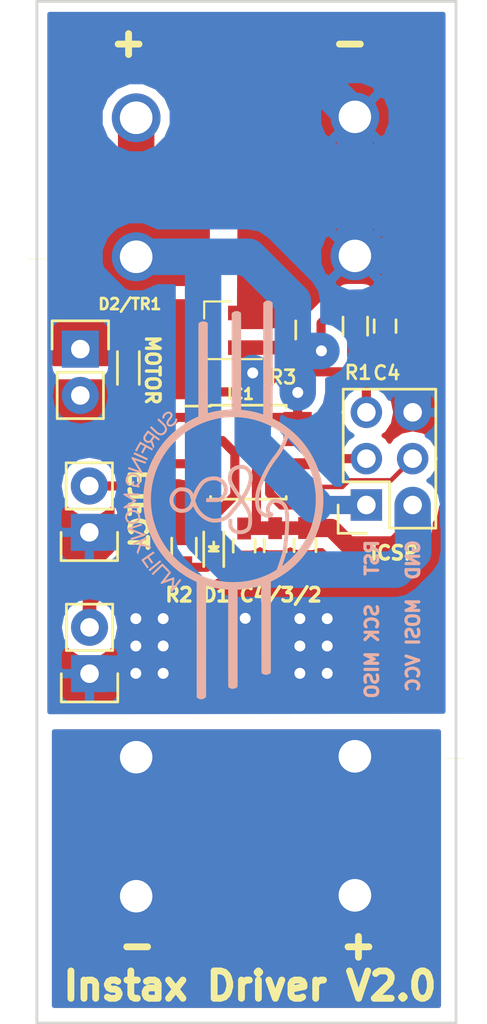
<source format=kicad_pcb>
(kicad_pcb (version 4) (host pcbnew 4.0.5+dfsg1-4)

  (general
    (links 52)
    (no_connects 0)
    (area 137.028199 70.300999 160.178201 126.451001)
    (thickness 0.8)
    (drawings 14)
    (tracks 198)
    (zones 0)
    (modules 20)
    (nets 12)
  )

  (page A4)
  (layers
    (0 F.Cu signal)
    (31 B.Cu signal)
    (33 F.Adhes user)
    (35 F.Paste user)
    (36 B.SilkS user)
    (37 F.SilkS user)
    (38 B.Mask user)
    (39 F.Mask user)
    (40 Dwgs.User user)
    (41 Cmts.User user)
    (42 Eco1.User user)
    (43 Eco2.User user)
    (44 Edge.Cuts user)
    (45 Margin user)
    (47 F.CrtYd user)
    (49 F.Fab user hide)
  )

  (setup
    (last_trace_width 0.25)
    (user_trace_width 0.5)
    (user_trace_width 0.75)
    (user_trace_width 1)
    (user_trace_width 2)
    (trace_clearance 0.2)
    (zone_clearance 0.6)
    (zone_45_only no)
    (trace_min 0.2)
    (segment_width 0.2)
    (edge_width 0.15)
    (via_size 0.6)
    (via_drill 0.4)
    (via_min_size 0.4)
    (via_min_drill 0.3)
    (uvia_size 0.3)
    (uvia_drill 0.1)
    (uvias_allowed no)
    (uvia_min_size 0.2)
    (uvia_min_drill 0.1)
    (pcb_text_width 0.3)
    (pcb_text_size 1.5 1.5)
    (mod_edge_width 0.15)
    (mod_text_size 1 1)
    (mod_text_width 0.15)
    (pad_size 1.524 1.524)
    (pad_drill 0.762)
    (pad_to_mask_clearance 0.2)
    (aux_axis_origin 0 0)
    (visible_elements FFFFEF3F)
    (pcbplotparams
      (layerselection 0x010f0_80000001)
      (usegerberextensions false)
      (excludeedgelayer true)
      (linewidth 0.100000)
      (plotframeref false)
      (viasonmask false)
      (mode 1)
      (useauxorigin false)
      (hpglpennumber 1)
      (hpglpenspeed 20)
      (hpglpendiameter 15)
      (hpglpenoverlay 2)
      (psnegative false)
      (psa4output false)
      (plotreference true)
      (plotvalue false)
      (plotinvisibletext false)
      (padsonsilk false)
      (subtractmaskfromsilk false)
      (outputformat 1)
      (mirror false)
      (drillshape 0)
      (scaleselection 1)
      (outputdirectory instaxDriver_v2/))
  )

  (net 0 "")
  (net 1 "Net-(D1-Pad1)")
  (net 2 "Net-(D2-Pad2)")
  (net 3 "Net-(BT1-PadS2)")
  (net 4 /VCC)
  (net 5 /GND)
  (net 6 /LED_INDICATOR)
  (net 7 /RESET)
  (net 8 /SPARE)
  (net 9 /MOSI)
  (net 10 /MISO)
  (net 11 /SCK)

  (net_class Default "This is the default net class."
    (clearance 0.2)
    (trace_width 0.25)
    (via_dia 0.6)
    (via_drill 0.4)
    (uvia_dia 0.3)
    (uvia_drill 0.1)
    (add_net /GND)
    (add_net /LED_INDICATOR)
    (add_net /MISO)
    (add_net /MOSI)
    (add_net /RESET)
    (add_net /SCK)
    (add_net /SPARE)
    (add_net /VCC)
    (add_net "Net-(BT1-PadS2)")
    (add_net "Net-(D1-Pad1)")
    (add_net "Net-(D2-Pad2)")
  )

  (module Housings_SOIC:SOIC-8_3.9x4.9mm_Pitch1.27mm (layer F.Cu) (tedit 5EEBCC11) (tstamp 5EDCEF61)
    (at 148.7118 95.0864)
    (descr "8-Lead Plastic Small Outline (SN) - Narrow, 3.90 mm Body [SOIC] (see Microchip Packaging Specification 00000049BS.pdf)")
    (tags "SOIC 1.27")
    (path /5EDBB879)
    (attr smd)
    (fp_text reference IC1 (at 0 -3.5) (layer F.SilkS) hide
      (effects (font (size 1 1) (thickness 0.15)))
    )
    (fp_text value ATTINY85-S (at 0 3.5) (layer F.Fab)
      (effects (font (size 1 1) (thickness 0.15)))
    )
    (fp_line (start -0.95 -2.45) (end 1.95 -2.45) (layer F.Fab) (width 0.15))
    (fp_line (start 1.95 -2.45) (end 1.95 2.45) (layer F.Fab) (width 0.15))
    (fp_line (start 1.95 2.45) (end -1.95 2.45) (layer F.Fab) (width 0.15))
    (fp_line (start -1.95 2.45) (end -1.95 -1.45) (layer F.Fab) (width 0.15))
    (fp_line (start -1.95 -1.45) (end -0.95 -2.45) (layer F.Fab) (width 0.15))
    (fp_line (start -3.75 -2.75) (end -3.75 2.75) (layer F.CrtYd) (width 0.05))
    (fp_line (start 3.75 -2.75) (end 3.75 2.75) (layer F.CrtYd) (width 0.05))
    (fp_line (start -3.75 -2.75) (end 3.75 -2.75) (layer F.CrtYd) (width 0.05))
    (fp_line (start -3.75 2.75) (end 3.75 2.75) (layer F.CrtYd) (width 0.05))
    (fp_line (start -2.075 -2.575) (end -2.075 -2.525) (layer F.SilkS) (width 0.15))
    (fp_line (start 2.075 -2.575) (end 2.075 -2.43) (layer F.SilkS) (width 0.15))
    (fp_line (start 2.075 2.575) (end 2.075 2.43) (layer F.SilkS) (width 0.15))
    (fp_line (start -2.075 2.575) (end -2.075 2.43) (layer F.SilkS) (width 0.15))
    (fp_line (start -2.075 -2.575) (end 2.075 -2.575) (layer F.SilkS) (width 0.15))
    (fp_line (start -2.075 2.575) (end 2.075 2.575) (layer F.SilkS) (width 0.15))
    (fp_line (start -2.075 -2.525) (end -3.475 -2.525) (layer F.SilkS) (width 0.15))
    (pad 1 smd rect (at -2.7 -1.905) (size 1.55 0.6) (layers F.Cu F.Paste F.Mask)
      (net 7 /RESET))
    (pad 2 smd rect (at -2.7 -0.635) (size 1.55 0.6) (layers F.Cu F.Paste F.Mask)
      (net 6 /LED_INDICATOR))
    (pad 3 smd rect (at -2.7 0.635) (size 1.55 0.6) (layers F.Cu F.Paste F.Mask)
      (net 8 /SPARE))
    (pad 4 smd rect (at -2.7 1.905) (size 1.55 0.6) (layers F.Cu F.Paste F.Mask)
      (net 5 /GND))
    (pad 5 smd rect (at 2.7 1.905) (size 1.55 0.6) (layers F.Cu F.Paste F.Mask)
      (net 9 /MOSI))
    (pad 6 smd rect (at 2.7 0.635) (size 1.55 0.6) (layers F.Cu F.Paste F.Mask)
      (net 10 /MISO))
    (pad 7 smd rect (at 2.7 -0.635) (size 1.55 0.6) (layers F.Cu F.Paste F.Mask)
      (net 11 /SCK))
    (pad 8 smd rect (at 2.7 -1.905) (size 1.55 0.6) (layers F.Cu F.Paste F.Mask)
      (net 4 /VCC))
    (model Housings_SOIC.3dshapes/SOIC-8_3.9x4.9mm_Pitch1.27mm.wrl
      (at (xyz 0 0 0))
      (scale (xyz 1 1 1))
      (rotate (xyz 0 0 0))
    )
  )

  (module BAT_BK-82 (layer F.Cu) (tedit 5EC6CA08) (tstamp 5EC1359B)
    (at 142.5532 80.312)
    (path /5EC13174)
    (fp_text reference BT1 (at -0.625 -6.555) (layer F.SilkS) hide
      (effects (font (size 1 1) (thickness 0.015)))
    )
    (fp_text value BK-82 (at 1.915 7.655) (layer F.Fab)
      (effects (font (size 1 1) (thickness 0.015)))
    )
    (fp_line (start 4.04876 41.1) (end 4.05892 29.80944) (layer F.CrtYd) (width 0.15))
    (fp_line (start -4.05892 41.14424) (end 4.04876 41.14424) (layer F.CrtYd) (width 0.15))
    (fp_line (start -4.064 29.81452) (end -4.05892 41.1) (layer F.CrtYd) (width 0.15))
    (fp_line (start -4.05892 29.81344) (end 4.06 29.80836) (layer F.CrtYd) (width 0.15))
    (fp_text user + (at -5.5 4.065) (layer F.SilkS)
      (effects (font (size 1.4 1.4) (thickness 0.015)))
    )
    (fp_line (start -4.06 -5.635) (end -4.06 5.635) (layer F.CrtYd) (width 0.05))
    (fp_line (start -4.06 5.635) (end 4.06 5.635) (layer F.CrtYd) (width 0.05))
    (fp_line (start 4.06 5.635) (end 4.06 -5.635) (layer F.CrtYd) (width 0.05))
    (fp_line (start 4.06 -5.635) (end -4.06 -5.635) (layer F.CrtYd) (width 0.05))
    (fp_text user + (at -5.5 4.065) (layer F.Fab)
      (effects (font (size 1.4 1.4) (thickness 0.015)))
    )
    (fp_text user + (at -5.5 4.065) (layer F.SilkS)
      (effects (font (size 1.4 1.4) (thickness 0.015)))
    )
    (fp_line (start 4.06 5.635) (end 4.06 -5.635) (layer F.CrtYd) (width 0.05))
    (fp_line (start -4.06 -5.635) (end -4.06 5.635) (layer F.CrtYd) (width 0.05))
    (fp_line (start -4.06 5.635) (end 4.06 5.635) (layer F.CrtYd) (width 0.05))
    (fp_line (start 4.06 -5.635) (end -4.06 -5.635) (layer F.CrtYd) (width 0.05))
    (fp_text user + (at -5.5 4.065) (layer F.Fab)
      (effects (font (size 1.4 1.4) (thickness 0.015)))
    )
    (fp_text user + (at -5.5 4.065) (layer F.SilkS)
      (effects (font (size 1.4 1.4) (thickness 0.015)))
    )
    (fp_text user + (at -5.5 4.065) (layer F.SilkS)
      (effects (font (size 1.4 1.4) (thickness 0.015)))
    )
    (fp_line (start 4.06 -5.635) (end -4.06 -5.635) (layer F.CrtYd) (width 0.05))
    (fp_line (start -4.06 5.635) (end 4.06 5.635) (layer F.CrtYd) (width 0.05))
    (fp_line (start 4.06 5.635) (end 4.06 -5.635) (layer F.CrtYd) (width 0.05))
    (fp_line (start -4.06 -5.635) (end -4.06 5.635) (layer F.CrtYd) (width 0.05))
    (fp_line (start 4.06 5.635) (end 4.06 -5.635) (layer F.CrtYd) (width 0.05))
    (fp_line (start -4.06 -5.635) (end -4.06 5.635) (layer F.CrtYd) (width 0.05))
    (fp_line (start -4.06 5.635) (end 4.06 5.635) (layer F.CrtYd) (width 0.05))
    (fp_line (start 4.06 -5.635) (end -4.06 -5.635) (layer F.CrtYd) (width 0.05))
    (fp_text user + (at -5.5 4.065) (layer F.Fab)
      (effects (font (size 1.4 1.4) (thickness 0.015)))
    )
    (fp_text user + (at -5.5 4.065) (layer F.Fab)
      (effects (font (size 1.4 1.4) (thickness 0.015)))
    )
    (pad S1 thru_hole circle (at 0 -3.555) (size 2.67 2.67) (drill 1.78) (layers *.Cu *.Mask)
      (net 4 /VCC))
    (pad S1 thru_hole circle (at 0 4.065) (size 2.67 2.67) (drill 1.78) (layers *.Cu *.Mask)
      (net 4 /VCC))
    (pad S1 thru_hole circle (at 0 4.065) (size 2.67 2.67) (drill 1.78) (layers *.Cu *.Mask)
      (net 4 /VCC))
    (pad S1 thru_hole circle (at 0 -3.555) (size 2.67 2.67) (drill 1.78) (layers *.Cu *.Mask)
      (net 4 /VCC))
    (pad S1 thru_hole circle (at 0 -3.555) (size 2.67 2.67) (drill 1.78) (layers *.Cu *.Mask)
      (net 4 /VCC))
    (pad S1 thru_hole circle (at 0 4.065) (size 2.67 2.67) (drill 1.78) (layers *.Cu *.Mask)
      (net 4 /VCC))
    (pad S1 thru_hole circle (at 0 4.065) (size 2.67 2.67) (drill 1.78) (layers *.Cu *.Mask)
      (net 4 /VCC))
    (pad S1 thru_hole circle (at 0 -3.555) (size 2.67 2.67) (drill 1.78) (layers *.Cu *.Mask)
      (net 4 /VCC))
    (pad S1 thru_hole circle (at 0 4.065) (size 2.67 2.67) (drill 1.78) (layers *.Cu *.Mask)
      (net 4 /VCC))
    (pad S2 thru_hole circle (at 0 39.114) (size 2.67 2.67) (drill 1.78) (layers *.Cu *.Mask)
      (net 3 "Net-(BT1-PadS2)"))
    (pad S2 thru_hole circle (at 0 31.494) (size 2.67 2.67) (drill 1.78) (layers *.Cu *.Mask)
      (net 3 "Net-(BT1-PadS2)"))
    (model ../../../../../home/ed/kicad-projects/instaxDriver/datasheets/keystone_82.wrl
      (at (xyz 0 0.1 0))
      (scale (xyz 0.39 0.39 0.39))
      (rotate (xyz -90 0 0))
    )
    (model ../../../../../home/ed/kicad-projects/instaxDriver/datasheets/keystone_82.wrl
      (at (xyz 0 -1.5 0))
      (scale (xyz 0.39 0.39 0.39))
      (rotate (xyz -90 0 180))
    )
  )

  (module LEDs:LED_0603 (layer F.Cu) (tedit 5EEE3C9E) (tstamp 5E9BA9A2)
    (at 146.80932 100.26038 90)
    (descr "LED 0603 smd package")
    (tags "LED led 0603 SMD smd SMT smt smdled SMDLED smtled SMTLED")
    (path /5E975007)
    (attr smd)
    (fp_text reference D1 (at -2.5527 0.12192 180) (layer F.SilkS) hide
      (effects (font (size 0.75 0.75) (thickness 0.15)))
    )
    (fp_text value LED (at 0 1.5 90) (layer F.Fab)
      (effects (font (size 1 1) (thickness 0.15)))
    )
    (fp_line (start -0.3 -0.2) (end -0.3 0.2) (layer F.Fab) (width 0.15))
    (fp_line (start -0.2 0) (end 0.1 -0.2) (layer F.Fab) (width 0.15))
    (fp_line (start 0.1 0.2) (end -0.2 0) (layer F.Fab) (width 0.15))
    (fp_line (start 0.1 -0.2) (end 0.1 0.2) (layer F.Fab) (width 0.15))
    (fp_line (start 0.8 0.4) (end -0.8 0.4) (layer F.Fab) (width 0.15))
    (fp_line (start 0.8 -0.4) (end 0.8 0.4) (layer F.Fab) (width 0.15))
    (fp_line (start -0.8 -0.4) (end 0.8 -0.4) (layer F.Fab) (width 0.15))
    (fp_line (start -0.8 0.4) (end -0.8 -0.4) (layer F.Fab) (width 0.15))
    (fp_line (start -1.1 0.55) (end 0.8 0.55) (layer F.SilkS) (width 0.15))
    (fp_line (start -1.1 -0.55) (end 0.8 -0.55) (layer F.SilkS) (width 0.15))
    (fp_line (start -0.2 0) (end 0.25 0) (layer F.SilkS) (width 0.15))
    (fp_line (start -0.25 -0.25) (end -0.25 0.25) (layer F.SilkS) (width 0.15))
    (fp_line (start -0.25 0) (end 0 -0.25) (layer F.SilkS) (width 0.15))
    (fp_line (start 0 -0.25) (end 0 0.25) (layer F.SilkS) (width 0.15))
    (fp_line (start 0 0.25) (end -0.25 0) (layer F.SilkS) (width 0.15))
    (fp_line (start 1.4 -0.75) (end 1.4 0.75) (layer F.CrtYd) (width 0.05))
    (fp_line (start 1.4 0.75) (end -1.4 0.75) (layer F.CrtYd) (width 0.05))
    (fp_line (start -1.4 0.75) (end -1.4 -0.75) (layer F.CrtYd) (width 0.05))
    (fp_line (start -1.4 -0.75) (end 1.4 -0.75) (layer F.CrtYd) (width 0.05))
    (pad 2 smd rect (at 0.7493 0 270) (size 0.79756 0.79756) (layers F.Cu F.Paste F.Mask)
      (net 6 /LED_INDICATOR))
    (pad 1 smd rect (at -0.7493 0 270) (size 0.79756 0.79756) (layers F.Cu F.Paste F.Mask)
      (net 1 "Net-(D1-Pad1)"))
    (model LEDs.3dshapes/LED_0603.wrl
      (at (xyz 0 0 0))
      (scale (xyz 1 1 1))
      (rotate (xyz 0 0 180))
    )
  )

  (module Diodes_SMD:D_0603 (layer F.Cu) (tedit 5EEBCC35) (tstamp 5E9BA9B8)
    (at 142.12556 90.67352 270)
    (descr "Diode SMD in 0603 package")
    (tags "smd diode")
    (path /5E975191)
    (attr smd)
    (fp_text reference D2 (at 2.7684 0.1361 360) (layer F.SilkS) hide
      (effects (font (size 1 1) (thickness 0.15)))
    )
    (fp_text value CD0603-B0240R (at 0 -1.5 270) (layer F.Fab)
      (effects (font (size 1 1) (thickness 0.15)))
    )
    (fp_line (start 1.5 0.8) (end 1.5 -0.8) (layer F.CrtYd) (width 0.05))
    (fp_line (start -1.5 0.8) (end 1.5 0.8) (layer F.CrtYd) (width 0.05))
    (fp_line (start -1.5 -0.8) (end -1.5 0.8) (layer F.CrtYd) (width 0.05))
    (fp_line (start 1.5 -0.8) (end -1.5 -0.8) (layer F.CrtYd) (width 0.05))
    (fp_line (start 0.2 0) (end 0.4 0) (layer F.Fab) (width 0.15))
    (fp_line (start -0.1 0) (end -0.3 0) (layer F.Fab) (width 0.15))
    (fp_line (start -0.1 -0.2) (end -0.1 0.2) (layer F.Fab) (width 0.15))
    (fp_line (start 0.2 0.2) (end 0.2 -0.2) (layer F.Fab) (width 0.15))
    (fp_line (start -0.1 0) (end 0.2 0.2) (layer F.Fab) (width 0.15))
    (fp_line (start 0.2 -0.2) (end -0.1 0) (layer F.Fab) (width 0.15))
    (fp_line (start -0.8 0.5) (end -0.8 -0.5) (layer F.Fab) (width 0.15))
    (fp_line (start 0.8 0.5) (end -0.8 0.5) (layer F.Fab) (width 0.15))
    (fp_line (start 0.8 -0.5) (end 0.8 0.5) (layer F.Fab) (width 0.15))
    (fp_line (start -0.8 -0.5) (end 0.8 -0.5) (layer F.Fab) (width 0.15))
    (fp_line (start -1.1 0.6) (end 0.7 0.6) (layer F.SilkS) (width 0.15))
    (fp_line (start -1.1 -0.6) (end 0.7 -0.6) (layer F.SilkS) (width 0.15))
    (pad 1 smd rect (at -0.85 0 270) (size 0.6 0.8) (layers F.Cu F.Paste F.Mask)
      (net 4 /VCC))
    (pad 2 smd rect (at 0.85 0 270) (size 0.6 0.8) (layers F.Cu F.Paste F.Mask)
      (net 2 "Net-(D2-Pad2)"))
    (model Diodes_SMD.3dshapes/SOD-323.wrl
      (at (xyz 0 0 0))
      (scale (xyz 1 1 1))
      (rotate (xyz 0 0 180))
    )
  )

  (module Capacitors_SMD:C_0603_HandSoldering (layer F.Cu) (tedit 5EEBCC0D) (tstamp 5EC02661)
    (at 151.8182 100.1943 270)
    (descr "Capacitor SMD 0603, hand soldering")
    (tags "capacitor 0603")
    (path /5EBB00A8)
    (attr smd)
    (fp_text reference C2 (at 3.1623 -0.09144 270) (layer F.SilkS) hide
      (effects (font (size 1 1) (thickness 0.15)))
    )
    (fp_text value 1uF (at 0 1.9 270) (layer F.Fab)
      (effects (font (size 1 1) (thickness 0.15)))
    )
    (fp_line (start -0.8 0.4) (end -0.8 -0.4) (layer F.Fab) (width 0.15))
    (fp_line (start 0.8 0.4) (end -0.8 0.4) (layer F.Fab) (width 0.15))
    (fp_line (start 0.8 -0.4) (end 0.8 0.4) (layer F.Fab) (width 0.15))
    (fp_line (start -0.8 -0.4) (end 0.8 -0.4) (layer F.Fab) (width 0.15))
    (fp_line (start -1.85 -0.75) (end 1.85 -0.75) (layer F.CrtYd) (width 0.05))
    (fp_line (start -1.85 0.75) (end 1.85 0.75) (layer F.CrtYd) (width 0.05))
    (fp_line (start -1.85 -0.75) (end -1.85 0.75) (layer F.CrtYd) (width 0.05))
    (fp_line (start 1.85 -0.75) (end 1.85 0.75) (layer F.CrtYd) (width 0.05))
    (fp_line (start -0.35 -0.6) (end 0.35 -0.6) (layer F.SilkS) (width 0.15))
    (fp_line (start 0.35 0.6) (end -0.35 0.6) (layer F.SilkS) (width 0.15))
    (pad 1 smd rect (at -0.95 0 270) (size 1.2 0.75) (layers F.Cu F.Paste F.Mask)
      (net 4 /VCC))
    (pad 2 smd rect (at 0.95 0 270) (size 1.2 0.75) (layers F.Cu F.Paste F.Mask)
      (net 5 /GND))
    (model Capacitors_SMD.3dshapes/C_0603_HandSoldering.wrl
      (at (xyz 0 0 0))
      (scale (xyz 1 1 1))
      (rotate (xyz 0 0 0))
    )
  )

  (module Resistors_SMD:R_0603_HandSoldering (layer F.Cu) (tedit 5EEE3A41) (tstamp 5EC02667)
    (at 154.57664 88.17996 270)
    (descr "Resistor SMD 0603, hand soldering")
    (tags "resistor 0603")
    (path /5EE4EFA7)
    (attr smd)
    (fp_text reference R1 (at 2.54272 -0.1524 360) (layer F.SilkS)
      (effects (font (size 0.75 0.75) (thickness 0.15)))
    )
    (fp_text value 221K (at 0 1.9 270) (layer F.Fab)
      (effects (font (size 1 1) (thickness 0.15)))
    )
    (fp_line (start -0.8 0.4) (end -0.8 -0.4) (layer F.Fab) (width 0.1))
    (fp_line (start 0.8 0.4) (end -0.8 0.4) (layer F.Fab) (width 0.1))
    (fp_line (start 0.8 -0.4) (end 0.8 0.4) (layer F.Fab) (width 0.1))
    (fp_line (start -0.8 -0.4) (end 0.8 -0.4) (layer F.Fab) (width 0.1))
    (fp_line (start -2 -0.8) (end 2 -0.8) (layer F.CrtYd) (width 0.05))
    (fp_line (start -2 0.8) (end 2 0.8) (layer F.CrtYd) (width 0.05))
    (fp_line (start -2 -0.8) (end -2 0.8) (layer F.CrtYd) (width 0.05))
    (fp_line (start 2 -0.8) (end 2 0.8) (layer F.CrtYd) (width 0.05))
    (fp_line (start 0.5 0.675) (end -0.5 0.675) (layer F.SilkS) (width 0.15))
    (fp_line (start -0.5 -0.675) (end 0.5 -0.675) (layer F.SilkS) (width 0.15))
    (pad 1 smd rect (at -1.1 0 270) (size 1.2 0.9) (layers F.Cu F.Paste F.Mask)
      (net 4 /VCC))
    (pad 2 smd rect (at 1.1 0 270) (size 1.2 0.9) (layers F.Cu F.Paste F.Mask)
      (net 7 /RESET))
    (model Resistors_SMD.3dshapes/R_0603_HandSoldering.wrl
      (at (xyz 0 0 0))
      (scale (xyz 1 1 1))
      (rotate (xyz 0 0 0))
    )
  )

  (module Capacitors_SMD:C_0603_HandSoldering (layer F.Cu) (tedit 5EEBCC0A) (tstamp 5EC12F3A)
    (at 150.1799 100.202 270)
    (descr "Capacitor SMD 0603, hand soldering")
    (tags "capacitor 0603")
    (path /5EC12398)
    (attr smd)
    (fp_text reference C3 (at 3.21314 -0.06096 270) (layer F.SilkS) hide
      (effects (font (size 1 1) (thickness 0.15)))
    )
    (fp_text value 10uF (at 0 1.9 270) (layer F.Fab)
      (effects (font (size 1 1) (thickness 0.15)))
    )
    (fp_line (start -0.8 0.4) (end -0.8 -0.4) (layer F.Fab) (width 0.15))
    (fp_line (start 0.8 0.4) (end -0.8 0.4) (layer F.Fab) (width 0.15))
    (fp_line (start 0.8 -0.4) (end 0.8 0.4) (layer F.Fab) (width 0.15))
    (fp_line (start -0.8 -0.4) (end 0.8 -0.4) (layer F.Fab) (width 0.15))
    (fp_line (start -1.85 -0.75) (end 1.85 -0.75) (layer F.CrtYd) (width 0.05))
    (fp_line (start -1.85 0.75) (end 1.85 0.75) (layer F.CrtYd) (width 0.05))
    (fp_line (start -1.85 -0.75) (end -1.85 0.75) (layer F.CrtYd) (width 0.05))
    (fp_line (start 1.85 -0.75) (end 1.85 0.75) (layer F.CrtYd) (width 0.05))
    (fp_line (start -0.35 -0.6) (end 0.35 -0.6) (layer F.SilkS) (width 0.15))
    (fp_line (start 0.35 0.6) (end -0.35 0.6) (layer F.SilkS) (width 0.15))
    (pad 1 smd rect (at -0.95 0 270) (size 1.2 0.75) (layers F.Cu F.Paste F.Mask)
      (net 4 /VCC))
    (pad 2 smd rect (at 0.95 0 270) (size 1.2 0.75) (layers F.Cu F.Paste F.Mask)
      (net 5 /GND))
    (model Capacitors_SMD.3dshapes/C_0603_HandSoldering.wrl
      (at (xyz 0 0 0))
      (scale (xyz 1 1 1))
      (rotate (xyz 0 0 0))
    )
  )

  (module BAT_BK-82 (layer F.Cu) (tedit 5EC6CA16) (tstamp 5EC135C6)
    (at 154.5532 115.821 180)
    (path /5EC1343A)
    (fp_text reference BT2 (at -0.625 -6.555 180) (layer F.SilkS) hide
      (effects (font (size 1 1) (thickness 0.015)))
    )
    (fp_text value BK-82 (at 1.915 7.655 180) (layer F.Fab)
      (effects (font (size 1 1) (thickness 0.015)))
    )
    (fp_line (start 4.04876 41.1) (end 4.05892 29.80944) (layer F.CrtYd) (width 0.15))
    (fp_line (start -4.05892 41.14424) (end 4.04876 41.14424) (layer F.CrtYd) (width 0.15))
    (fp_line (start -4.064 29.81452) (end -4.05892 41.1) (layer F.CrtYd) (width 0.15))
    (fp_line (start -4.05892 29.81344) (end 4.06 29.80836) (layer F.CrtYd) (width 0.15))
    (fp_text user + (at -5.5 4.065 180) (layer F.SilkS)
      (effects (font (size 1.4 1.4) (thickness 0.015)))
    )
    (fp_line (start -4.06 -5.635) (end -4.06 5.635) (layer F.CrtYd) (width 0.05))
    (fp_line (start -4.06 5.635) (end 4.06 5.635) (layer F.CrtYd) (width 0.05))
    (fp_line (start 4.06 5.635) (end 4.06 -5.635) (layer F.CrtYd) (width 0.05))
    (fp_line (start 4.06 -5.635) (end -4.06 -5.635) (layer F.CrtYd) (width 0.05))
    (fp_text user + (at -5.5 4.065 180) (layer F.Fab)
      (effects (font (size 1.4 1.4) (thickness 0.015)))
    )
    (fp_text user + (at -5.5 4.065 180) (layer F.SilkS)
      (effects (font (size 1.4 1.4) (thickness 0.015)))
    )
    (fp_line (start 4.06 5.635) (end 4.06 -5.635) (layer F.CrtYd) (width 0.05))
    (fp_line (start -4.06 -5.635) (end -4.06 5.635) (layer F.CrtYd) (width 0.05))
    (fp_line (start -4.06 5.635) (end 4.06 5.635) (layer F.CrtYd) (width 0.05))
    (fp_line (start 4.06 -5.635) (end -4.06 -5.635) (layer F.CrtYd) (width 0.05))
    (fp_text user + (at -5.5 4.065 180) (layer F.Fab)
      (effects (font (size 1.4 1.4) (thickness 0.015)))
    )
    (fp_text user + (at -5.5 4.065 180) (layer F.SilkS)
      (effects (font (size 1.4 1.4) (thickness 0.015)))
    )
    (fp_text user + (at -5.5 4.065 180) (layer F.SilkS)
      (effects (font (size 1.4 1.4) (thickness 0.015)))
    )
    (fp_line (start 4.06 -5.635) (end -4.06 -5.635) (layer F.CrtYd) (width 0.05))
    (fp_line (start -4.06 5.635) (end 4.06 5.635) (layer F.CrtYd) (width 0.05))
    (fp_line (start 4.06 5.635) (end 4.06 -5.635) (layer F.CrtYd) (width 0.05))
    (fp_line (start -4.06 -5.635) (end -4.06 5.635) (layer F.CrtYd) (width 0.05))
    (fp_line (start 4.06 5.635) (end 4.06 -5.635) (layer F.CrtYd) (width 0.05))
    (fp_line (start -4.06 -5.635) (end -4.06 5.635) (layer F.CrtYd) (width 0.05))
    (fp_line (start -4.06 5.635) (end 4.06 5.635) (layer F.CrtYd) (width 0.05))
    (fp_line (start 4.06 -5.635) (end -4.06 -5.635) (layer F.CrtYd) (width 0.05))
    (fp_text user + (at -5.5 4.065 180) (layer F.Fab)
      (effects (font (size 1.4 1.4) (thickness 0.015)))
    )
    (fp_text user + (at -5.5 4.065 180) (layer F.Fab)
      (effects (font (size 1.4 1.4) (thickness 0.015)))
    )
    (pad S1 thru_hole circle (at 0 -3.555 180) (size 2.67 2.67) (drill 1.78) (layers *.Cu *.Mask)
      (net 3 "Net-(BT1-PadS2)"))
    (pad S1 thru_hole circle (at 0 4.065 180) (size 2.67 2.67) (drill 1.78) (layers *.Cu *.Mask)
      (net 3 "Net-(BT1-PadS2)"))
    (pad S1 thru_hole circle (at 0 4.065 180) (size 2.67 2.67) (drill 1.78) (layers *.Cu *.Mask)
      (net 3 "Net-(BT1-PadS2)"))
    (pad S1 thru_hole circle (at 0 -3.555 180) (size 2.67 2.67) (drill 1.78) (layers *.Cu *.Mask)
      (net 3 "Net-(BT1-PadS2)"))
    (pad S1 thru_hole circle (at 0 -3.555 180) (size 2.67 2.67) (drill 1.78) (layers *.Cu *.Mask)
      (net 3 "Net-(BT1-PadS2)"))
    (pad S1 thru_hole circle (at 0 4.065 180) (size 2.67 2.67) (drill 1.78) (layers *.Cu *.Mask)
      (net 3 "Net-(BT1-PadS2)"))
    (pad S1 thru_hole circle (at 0 4.065 180) (size 2.67 2.67) (drill 1.78) (layers *.Cu *.Mask)
      (net 3 "Net-(BT1-PadS2)"))
    (pad S1 thru_hole circle (at 0 -3.555 180) (size 2.67 2.67) (drill 1.78) (layers *.Cu *.Mask)
      (net 3 "Net-(BT1-PadS2)"))
    (pad S1 thru_hole circle (at 0 4.065 180) (size 2.67 2.67) (drill 1.78) (layers *.Cu *.Mask)
      (net 3 "Net-(BT1-PadS2)"))
    (pad S2 thru_hole circle (at 0 39.114 180) (size 2.67 2.67) (drill 1.78) (layers *.Cu *.Mask)
      (net 5 /GND))
    (pad S2 thru_hole circle (at 0 31.494 180) (size 2.67 2.67) (drill 1.78) (layers *.Cu *.Mask)
      (net 5 /GND))
    (model ../../../../../home/ed/kicad-projects/instaxDriver/datasheets/keystone_82.wrl
      (at (xyz 0 -1.5 0))
      (scale (xyz 0.39 0.39 0.39))
      (rotate (xyz -90 0 180))
    )
    (model ../../../../../home/ed/kicad-projects/instaxDriver/datasheets/keystone_82.wrl
      (at (xyz 0 0.1 0))
      (scale (xyz 0.39 0.39 0.39))
      (rotate (xyz -90 0 0))
    )
  )

  (module TO_SOT_Packages_SMD:SOT-23_Handsoldering (layer F.Cu) (tedit 5EEBCC15) (tstamp 5EC5DE28)
    (at 147.0444 88.4062 180)
    (descr "SOT-23, Handsoldering")
    (tags SOT-23)
    (path /5E975114)
    (attr smd)
    (fp_text reference TR1 (at -0.22212 2.44856 180) (layer F.SilkS) hide
      (effects (font (size 1 1) (thickness 0.15)))
    )
    (fp_text value BSS806NE (at 0 2.5 180) (layer F.Fab)
      (effects (font (size 1 1) (thickness 0.15)))
    )
    (fp_line (start 0.76 1.58) (end 0.76 0.65) (layer F.SilkS) (width 0.12))
    (fp_line (start 0.76 -1.58) (end 0.76 -0.65) (layer F.SilkS) (width 0.12))
    (fp_line (start 0.7 -1.52) (end 0.7 1.52) (layer F.Fab) (width 0.15))
    (fp_line (start -0.7 1.52) (end 0.7 1.52) (layer F.Fab) (width 0.15))
    (fp_line (start -2.7 -1.75) (end 2.7 -1.75) (layer F.CrtYd) (width 0.05))
    (fp_line (start 2.7 -1.75) (end 2.7 1.75) (layer F.CrtYd) (width 0.05))
    (fp_line (start 2.7 1.75) (end -2.7 1.75) (layer F.CrtYd) (width 0.05))
    (fp_line (start -2.7 1.75) (end -2.7 -1.75) (layer F.CrtYd) (width 0.05))
    (fp_line (start 0.76 -1.58) (end -2.4 -1.58) (layer F.SilkS) (width 0.12))
    (fp_line (start -0.7 -1.52) (end 0.7 -1.52) (layer F.Fab) (width 0.15))
    (fp_line (start -0.7 -1.52) (end -0.7 1.52) (layer F.Fab) (width 0.15))
    (fp_line (start 0.76 1.58) (end -0.7 1.58) (layer F.SilkS) (width 0.12))
    (pad 1 smd rect (at -1.5 -0.95 180) (size 1.9 0.8) (layers F.Cu F.Paste F.Mask)
      (net 10 /MISO))
    (pad 2 smd rect (at -1.5 0.95 180) (size 1.9 0.8) (layers F.Cu F.Paste F.Mask)
      (net 5 /GND))
    (pad 3 smd rect (at 1.5 0 180) (size 1.9 0.8) (layers F.Cu F.Paste F.Mask)
      (net 2 "Net-(D2-Pad2)"))
    (model TO_SOT_Packages_SMD.3dshapes/SOT-23.wrl
      (at (xyz 0 0 0))
      (scale (xyz 1 1 1))
      (rotate (xyz 0 0 90))
    )
  )

  (module Socket_Strips:Socket_Strip_Straight_1x02 (layer F.Cu) (tedit 5EDBFD41) (tstamp 5EDCBAE6)
    (at 139.9818 99.4806 90)
    (descr "Through hole socket strip")
    (tags "socket strip")
    (path /5EDBC738)
    (fp_text reference P1 (at -2.44348 0.67056 180) (layer F.SilkS) hide
      (effects (font (size 1 1) (thickness 0.15)))
    )
    (fp_text value CONN_01X02 (at 0 -3.1 90) (layer F.Fab)
      (effects (font (size 1 1) (thickness 0.15)))
    )
    (fp_line (start -1.55 1.55) (end 0 1.55) (layer F.SilkS) (width 0.15))
    (fp_line (start 3.81 1.27) (end 1.27 1.27) (layer F.SilkS) (width 0.15))
    (fp_line (start -1.75 -1.75) (end -1.75 1.75) (layer F.CrtYd) (width 0.05))
    (fp_line (start 4.3 -1.75) (end 4.3 1.75) (layer F.CrtYd) (width 0.05))
    (fp_line (start -1.75 -1.75) (end 4.3 -1.75) (layer F.CrtYd) (width 0.05))
    (fp_line (start -1.75 1.75) (end 4.3 1.75) (layer F.CrtYd) (width 0.05))
    (fp_line (start 1.27 1.27) (end 1.27 -1.27) (layer F.SilkS) (width 0.15))
    (fp_line (start 0 -1.55) (end -1.55 -1.55) (layer F.SilkS) (width 0.15))
    (fp_line (start -1.55 -1.55) (end -1.55 1.55) (layer F.SilkS) (width 0.15))
    (fp_line (start 1.27 -1.27) (end 3.81 -1.27) (layer F.SilkS) (width 0.15))
    (fp_line (start 3.81 -1.27) (end 3.81 1.27) (layer F.SilkS) (width 0.15))
    (pad 1 thru_hole rect (at 0 0 90) (size 2.032 2.032) (drill 1.016) (layers *.Cu *.Mask)
      (net 5 /GND))
    (pad 2 thru_hole oval (at 2.54 0 90) (size 2.032 2.032) (drill 1.016) (layers *.Cu *.Mask)
      (net 7 /RESET))
  )

  (module Socket_Strips:Socket_Strip_Straight_1x02 (layer F.Cu) (tedit 5EDBFD46) (tstamp 5EDCBAF6)
    (at 139.9945 107.2276 90)
    (descr "Through hole socket strip")
    (tags "socket strip")
    (path /5EDBC6AA)
    (fp_text reference P2 (at -0.42418 -2.52476 90) (layer F.SilkS) hide
      (effects (font (size 1 1) (thickness 0.15)))
    )
    (fp_text value CONN_01X02 (at 0 -3.1 90) (layer F.Fab)
      (effects (font (size 1 1) (thickness 0.15)))
    )
    (fp_line (start -1.55 1.55) (end 0 1.55) (layer F.SilkS) (width 0.15))
    (fp_line (start 3.81 1.27) (end 1.27 1.27) (layer F.SilkS) (width 0.15))
    (fp_line (start -1.75 -1.75) (end -1.75 1.75) (layer F.CrtYd) (width 0.05))
    (fp_line (start 4.3 -1.75) (end 4.3 1.75) (layer F.CrtYd) (width 0.05))
    (fp_line (start -1.75 -1.75) (end 4.3 -1.75) (layer F.CrtYd) (width 0.05))
    (fp_line (start -1.75 1.75) (end 4.3 1.75) (layer F.CrtYd) (width 0.05))
    (fp_line (start 1.27 1.27) (end 1.27 -1.27) (layer F.SilkS) (width 0.15))
    (fp_line (start 0 -1.55) (end -1.55 -1.55) (layer F.SilkS) (width 0.15))
    (fp_line (start -1.55 -1.55) (end -1.55 1.55) (layer F.SilkS) (width 0.15))
    (fp_line (start 1.27 -1.27) (end 3.81 -1.27) (layer F.SilkS) (width 0.15))
    (fp_line (start 3.81 -1.27) (end 3.81 1.27) (layer F.SilkS) (width 0.15))
    (pad 1 thru_hole rect (at 0 0 90) (size 2.032 2.032) (drill 1.016) (layers *.Cu *.Mask)
      (net 5 /GND))
    (pad 2 thru_hole oval (at 2.54 0 90) (size 2.032 2.032) (drill 1.016) (layers *.Cu *.Mask)
      (net 8 /SPARE))
  )

  (module Socket_Strips:Socket_Strip_Straight_2x03 (layer F.Cu) (tedit 5EEBCBB5) (tstamp 5EDCBB1C)
    (at 155.1837 97.982 90)
    (descr "Through hole socket strip")
    (tags "socket strip")
    (path /5EDBC571)
    (fp_text reference P3 (at -2.85496 2.43586 180) (layer F.SilkS) hide
      (effects (font (size 1 1) (thickness 0.15)))
    )
    (fp_text value CONN_02X03 (at 0 -3.1 90) (layer F.Fab)
      (effects (font (size 1 1) (thickness 0.15)))
    )
    (fp_line (start 6.35 -1.27) (end 1.27 -1.27) (layer F.SilkS) (width 0.15))
    (fp_line (start -1.55 -1.55) (end 0 -1.55) (layer F.SilkS) (width 0.15))
    (fp_line (start -1.75 -1.75) (end -1.75 4.3) (layer F.CrtYd) (width 0.05))
    (fp_line (start 6.85 -1.75) (end 6.85 4.3) (layer F.CrtYd) (width 0.05))
    (fp_line (start -1.75 -1.75) (end 6.85 -1.75) (layer F.CrtYd) (width 0.05))
    (fp_line (start -1.75 4.3) (end 6.85 4.3) (layer F.CrtYd) (width 0.05))
    (fp_line (start -1.27 1.27) (end 1.27 1.27) (layer F.SilkS) (width 0.15))
    (fp_line (start 1.27 1.27) (end 1.27 -1.27) (layer F.SilkS) (width 0.15))
    (fp_line (start 6.35 -1.27) (end 6.35 3.81) (layer F.SilkS) (width 0.15))
    (fp_line (start 6.35 3.81) (end 1.27 3.81) (layer F.SilkS) (width 0.15))
    (fp_line (start -1.55 -1.55) (end -1.55 0) (layer F.SilkS) (width 0.15))
    (fp_line (start -1.27 3.81) (end -1.27 1.27) (layer F.SilkS) (width 0.15))
    (fp_line (start 1.27 3.81) (end -1.27 3.81) (layer F.SilkS) (width 0.15))
    (pad 1 thru_hole rect (at 0 0 90) (size 1.7272 1.7272) (drill 1.016) (layers *.Cu *.Mask)
      (net 10 /MISO))
    (pad 2 thru_hole oval (at 0 2.54 90) (size 1.7272 1.7272) (drill 1.016) (layers *.Cu *.Mask)
      (net 4 /VCC))
    (pad 3 thru_hole oval (at 2.54 0 90) (size 1.7272 1.7272) (drill 1.016) (layers *.Cu *.Mask)
      (net 11 /SCK))
    (pad 4 thru_hole oval (at 2.54 2.54 90) (size 1.7272 1.7272) (drill 1.016) (layers *.Cu *.Mask)
      (net 9 /MOSI))
    (pad 5 thru_hole oval (at 5.08 0 90) (size 1.7272 1.7272) (drill 1.016) (layers *.Cu *.Mask)
      (net 7 /RESET))
    (pad 6 thru_hole oval (at 5.08 2.54 90) (size 1.7272 1.7272) (drill 1.016) (layers *.Cu *.Mask)
      (net 5 /GND))
  )

  (module Resistors_SMD:R_0603_HandSoldering (layer F.Cu) (tedit 5EEE3C9A) (tstamp 5EE2939E)
    (at 145.17864 100.29576 90)
    (descr "Resistor SMD 0603, hand soldering")
    (tags "resistor 0603")
    (path /5E97726E)
    (attr smd)
    (fp_text reference R2 (at -2.71036 0.02032 180) (layer F.SilkS) hide
      (effects (font (size 0.75 0.75) (thickness 0.15)))
    )
    (fp_text value 10K (at 0 1.9 90) (layer F.Fab)
      (effects (font (size 1 1) (thickness 0.15)))
    )
    (fp_line (start -0.8 0.4) (end -0.8 -0.4) (layer F.Fab) (width 0.1))
    (fp_line (start 0.8 0.4) (end -0.8 0.4) (layer F.Fab) (width 0.1))
    (fp_line (start 0.8 -0.4) (end 0.8 0.4) (layer F.Fab) (width 0.1))
    (fp_line (start -0.8 -0.4) (end 0.8 -0.4) (layer F.Fab) (width 0.1))
    (fp_line (start -2 -0.8) (end 2 -0.8) (layer F.CrtYd) (width 0.05))
    (fp_line (start -2 0.8) (end 2 0.8) (layer F.CrtYd) (width 0.05))
    (fp_line (start -2 -0.8) (end -2 0.8) (layer F.CrtYd) (width 0.05))
    (fp_line (start 2 -0.8) (end 2 0.8) (layer F.CrtYd) (width 0.05))
    (fp_line (start 0.5 0.675) (end -0.5 0.675) (layer F.SilkS) (width 0.15))
    (fp_line (start -0.5 -0.675) (end 0.5 -0.675) (layer F.SilkS) (width 0.15))
    (pad 1 smd rect (at -1.1 0 90) (size 1.2 0.9) (layers F.Cu F.Paste F.Mask)
      (net 1 "Net-(D1-Pad1)"))
    (pad 2 smd rect (at 1.1 0 90) (size 1.2 0.9) (layers F.Cu F.Paste F.Mask)
      (net 5 /GND))
    (model Resistors_SMD.3dshapes/R_0603_HandSoldering.wrl
      (at (xyz 0 0 0))
      (scale (xyz 1 1 1))
      (rotate (xyz 0 0 0))
    )
  )

  (module Capacitors_SMD:C_0603_HandSoldering (layer F.Cu) (tedit 5EEE48A6) (tstamp 5EEE2C28)
    (at 148.4781 100.2197 270)
    (descr "Capacitor SMD 0603, hand soldering")
    (tags "capacitor 0603")
    (path /5EC122AE)
    (attr smd)
    (fp_text reference C1 (at 0 -1.9 270) (layer F.SilkS) hide
      (effects (font (size 1 1) (thickness 0.15)))
    )
    (fp_text value 100pF (at 0 1.9 270) (layer F.Fab)
      (effects (font (size 1 1) (thickness 0.15)))
    )
    (fp_line (start -0.8 0.4) (end -0.8 -0.4) (layer F.Fab) (width 0.15))
    (fp_line (start 0.8 0.4) (end -0.8 0.4) (layer F.Fab) (width 0.15))
    (fp_line (start 0.8 -0.4) (end 0.8 0.4) (layer F.Fab) (width 0.15))
    (fp_line (start -0.8 -0.4) (end 0.8 -0.4) (layer F.Fab) (width 0.15))
    (fp_line (start -1.85 -0.75) (end 1.85 -0.75) (layer F.CrtYd) (width 0.05))
    (fp_line (start -1.85 0.75) (end 1.85 0.75) (layer F.CrtYd) (width 0.05))
    (fp_line (start -1.85 -0.75) (end -1.85 0.75) (layer F.CrtYd) (width 0.05))
    (fp_line (start 1.85 -0.75) (end 1.85 0.75) (layer F.CrtYd) (width 0.05))
    (fp_line (start -0.35 -0.6) (end 0.35 -0.6) (layer F.SilkS) (width 0.15))
    (fp_line (start 0.35 0.6) (end -0.35 0.6) (layer F.SilkS) (width 0.15))
    (pad 1 smd rect (at -0.95 0 270) (size 1.2 0.75) (layers F.Cu F.Paste F.Mask)
      (net 4 /VCC))
    (pad 2 smd rect (at 0.95 0 270) (size 1.2 0.75) (layers F.Cu F.Paste F.Mask)
      (net 5 /GND))
    (model Capacitors_SMD.3dshapes/C_0603_HandSoldering.wrl
      (at (xyz 0 0 0))
      (scale (xyz 1 1 1))
      (rotate (xyz 0 0 0))
    )
  )

  (module Resistors_SMD:R_0603_HandSoldering (layer F.Cu) (tedit 5EEE3A4A) (tstamp 5EEE2C38)
    (at 150.63456 88.38824 90)
    (descr "Resistor SMD 0603, hand soldering")
    (tags "resistor 0603")
    (path /5EBAF3C1)
    (attr smd)
    (fp_text reference R3 (at -2.58844 -0.0254 180) (layer F.SilkS)
      (effects (font (size 0.75 0.75) (thickness 0.15)))
    )
    (fp_text value 221K (at 0 1.9 90) (layer F.Fab)
      (effects (font (size 1 1) (thickness 0.15)))
    )
    (fp_line (start -0.8 0.4) (end -0.8 -0.4) (layer F.Fab) (width 0.1))
    (fp_line (start 0.8 0.4) (end -0.8 0.4) (layer F.Fab) (width 0.1))
    (fp_line (start 0.8 -0.4) (end 0.8 0.4) (layer F.Fab) (width 0.1))
    (fp_line (start -0.8 -0.4) (end 0.8 -0.4) (layer F.Fab) (width 0.1))
    (fp_line (start -2 -0.8) (end 2 -0.8) (layer F.CrtYd) (width 0.05))
    (fp_line (start -2 0.8) (end 2 0.8) (layer F.CrtYd) (width 0.05))
    (fp_line (start -2 -0.8) (end -2 0.8) (layer F.CrtYd) (width 0.05))
    (fp_line (start 2 -0.8) (end 2 0.8) (layer F.CrtYd) (width 0.05))
    (fp_line (start 0.5 0.675) (end -0.5 0.675) (layer F.SilkS) (width 0.15))
    (fp_line (start -0.5 -0.675) (end 0.5 -0.675) (layer F.SilkS) (width 0.15))
    (pad 1 smd rect (at -1.1 0 90) (size 1.2 0.9) (layers F.Cu F.Paste F.Mask)
      (net 10 /MISO))
    (pad 2 smd rect (at 1.1 0 90) (size 1.2 0.9) (layers F.Cu F.Paste F.Mask)
      (net 5 /GND))
    (model Resistors_SMD.3dshapes/R_0603_HandSoldering.wrl
      (at (xyz 0 0 0))
      (scale (xyz 1 1 1))
      (rotate (xyz 0 0 0))
    )
  )

  (module SurfingMonkLogo:LOGO (layer B.Cu) (tedit 0) (tstamp 5EEE31C4)
    (at 146.9668 97.7026 270)
    (fp_text reference G*** (at 0 0 270) (layer B.SilkS) hide
      (effects (font (thickness 0.3)) (justify mirror))
    )
    (fp_text value LOGO (at 0.75 0 270) (layer B.SilkS) hide
      (effects (font (thickness 0.3)) (justify mirror))
    )
    (fp_poly (pts (xy -0.011007 4.016691) (xy 0.048637 4.016133) (xy 0.101503 4.015447) (xy 0.14731 4.014707)
      (xy 0.187465 4.013849) (xy 0.223377 4.012808) (xy 0.256453 4.01152) (xy 0.288101 4.009919)
      (xy 0.319727 4.007942) (xy 0.352741 4.005524) (xy 0.388549 4.0026) (xy 0.428559 3.999105)
      (xy 0.43815 3.998246) (xy 0.640398 3.975832) (xy 0.84094 3.945147) (xy 1.039622 3.906238)
      (xy 1.23629 3.859158) (xy 1.43079 3.803956) (xy 1.622968 3.740682) (xy 1.812672 3.669387)
      (xy 1.999748 3.590121) (xy 2.184042 3.502934) (xy 2.3654 3.407877) (xy 2.529416 3.313582)
      (xy 2.684734 3.216257) (xy 2.837174 3.112306) (xy 2.987362 3.001265) (xy 3.135927 2.882672)
      (xy 3.276599 2.762176) (xy 3.299243 2.741623) (xy 3.326734 2.715832) (xy 3.358131 2.685747)
      (xy 3.392496 2.652312) (xy 3.428889 2.616468) (xy 3.46637 2.57916) (xy 3.504 2.541331)
      (xy 3.540838 2.503923) (xy 3.575946 2.467881) (xy 3.608383 2.434147) (xy 3.63721 2.403664)
      (xy 3.661486 2.377376) (xy 3.675073 2.3622) (xy 3.799432 2.215929) (xy 3.91592 2.068807)
      (xy 4.025133 1.919951) (xy 4.127665 1.768477) (xy 4.224113 1.613503) (xy 4.315071 1.454144)
      (xy 4.401135 1.289518) (xy 4.409799 1.272117) (xy 4.42438 1.24257) (xy 4.438744 1.213223)
      (xy 4.45214 1.185628) (xy 4.463819 1.161333) (xy 4.473029 1.141892) (xy 4.477891 1.131373)
      (xy 4.495621 1.092228) (xy 7.648485 1.091156) (xy 7.844877 1.091088) (xy 8.03298 1.091022)
      (xy 8.212974 1.090956) (xy 8.385037 1.09089) (xy 8.549348 1.090824) (xy 8.706085 1.090756)
      (xy 8.855427 1.090688) (xy 8.997552 1.090618) (xy 9.132639 1.090545) (xy 9.260867 1.09047)
      (xy 9.382413 1.090392) (xy 9.497458 1.09031) (xy 9.606179 1.090224) (xy 9.708754 1.090133)
      (xy 9.805363 1.090038) (xy 9.896184 1.089937) (xy 9.981396 1.08983) (xy 10.061177 1.089716)
      (xy 10.135705 1.089596) (xy 10.20516 1.089468) (xy 10.26972 1.089333) (xy 10.329564 1.089189)
      (xy 10.384869 1.089036) (xy 10.435815 1.088874) (xy 10.48258 1.088703) (xy 10.525344 1.088522)
      (xy 10.564283 1.088329) (xy 10.599578 1.088126) (xy 10.631406 1.087911) (xy 10.659946 1.087685)
      (xy 10.685377 1.087446) (xy 10.707877 1.087193) (xy 10.727625 1.086928) (xy 10.7448 1.086649)
      (xy 10.759579 1.086355) (xy 10.772142 1.086046) (xy 10.782668 1.085723) (xy 10.791334 1.085383)
      (xy 10.798319 1.085028) (xy 10.803802 1.084656) (xy 10.807962 1.084266) (xy 10.810977 1.083859)
      (xy 10.813026 1.083435) (xy 10.814287 1.082991) (xy 10.814426 1.082919) (xy 10.830316 1.071333)
      (xy 10.847889 1.05373) (xy 10.865638 1.031937) (xy 10.882055 1.007779) (xy 10.893879 0.986666)
      (xy 10.90856 0.953924) (xy 10.918388 0.922966) (xy 10.92392 0.891059) (xy 10.925713 0.855469)
      (xy 10.925279 0.832572) (xy 10.921617 0.790092) (xy 10.913525 0.752437) (xy 10.900124 0.716746)
      (xy 10.880537 0.68016) (xy 10.876523 0.673636) (xy 10.8584 0.646417) (xy 10.841829 0.625705)
      (xy 10.825426 0.610067) (xy 10.807808 0.598068) (xy 10.799252 0.593541) (xy 10.77595 0.582083)
      (xy 7.732794 0.581011) (xy 7.540149 0.580942) (xy 7.35579 0.580875) (xy 7.179535 0.580809)
      (xy 7.011202 0.580743) (xy 6.85061 0.580676) (xy 6.697579 0.58061) (xy 6.551926 0.580542)
      (xy 6.41347 0.580472) (xy 6.28203 0.5804) (xy 6.157424 0.580326) (xy 6.039472 0.580248)
      (xy 5.927992 0.580167) (xy 5.822802 0.580081) (xy 5.723721 0.579991) (xy 5.630567 0.579896)
      (xy 5.54316 0.579794) (xy 5.461318 0.579687) (xy 5.38486 0.579573) (xy 5.313604 0.579452)
      (xy 5.24737 0.579323) (xy 5.185974 0.579185) (xy 5.129237 0.579039) (xy 5.076977 0.578884)
      (xy 5.029013 0.578719) (xy 4.985163 0.578544) (xy 4.945245 0.578358) (xy 4.909079 0.57816)
      (xy 4.876483 0.577951) (xy 4.847277 0.57773) (xy 4.821277 0.577496) (xy 4.798304 0.577249)
      (xy 4.778175 0.576987) (xy 4.76071 0.576712) (xy 4.745727 0.576422) (xy 4.733044 0.576116)
      (xy 4.722481 0.575795) (xy 4.713856 0.575457) (xy 4.706987 0.575103) (xy 4.701694 0.574731)
      (xy 4.697795 0.574341) (xy 4.695108 0.573933) (xy 4.693453 0.573506) (xy 4.692647 0.57306)
      (xy 4.69251 0.572594) (xy 4.692527 0.572544) (xy 4.696413 0.561321) (xy 4.702101 0.543157)
      (xy 4.709241 0.519299) (xy 4.717477 0.490993) (xy 4.726459 0.459488) (xy 4.735832 0.426028)
      (xy 4.745244 0.391862) (xy 4.754343 0.358236) (xy 4.762774 0.326397) (xy 4.768896 0.302683)
      (xy 4.805863 0.146585) (xy 4.837903 -0.01133) (xy 4.864736 -0.169341) (xy 4.886082 -0.325723)
      (xy 4.901658 -0.478754) (xy 4.90643 -0.541866) (xy 4.908154 -0.566405) (xy 4.909864 -0.58894)
      (xy 4.911413 -0.607691) (xy 4.912658 -0.620876) (xy 4.913214 -0.625475) (xy 4.915283 -0.639233)
      (xy 7.753981 -0.639233) (xy 7.925288 -0.639234) (xy 8.08852 -0.639237) (xy 8.243874 -0.639241)
      (xy 8.391547 -0.639248) (xy 8.531735 -0.639259) (xy 8.664634 -0.639273) (xy 8.790441 -0.639292)
      (xy 8.909351 -0.639315) (xy 9.021562 -0.639345) (xy 9.127269 -0.639381) (xy 9.226668 -0.639424)
      (xy 9.319957 -0.639474) (xy 9.407331 -0.639533) (xy 9.488986 -0.6396) (xy 9.56512 -0.639677)
      (xy 9.635928 -0.639763) (xy 9.701606 -0.639861) (xy 9.762351 -0.639969) (xy 9.818359 -0.64009)
      (xy 9.869827 -0.640223) (xy 9.916951 -0.640369) (xy 9.959927 -0.640528) (xy 9.998951 -0.640703)
      (xy 10.03422 -0.640891) (xy 10.06593 -0.641096) (xy 10.094277 -0.641317) (xy 10.119458 -0.641554)
      (xy 10.141669 -0.641809) (xy 10.161106 -0.642082) (xy 10.177966 -0.642373) (xy 10.192444 -0.642684)
      (xy 10.204738 -0.643014) (xy 10.215043 -0.643365) (xy 10.223556 -0.643737) (xy 10.230473 -0.644131)
      (xy 10.235991 -0.644547) (xy 10.240305 -0.644986) (xy 10.243612 -0.645448) (xy 10.246109 -0.645935)
      (xy 10.247991 -0.646446) (xy 10.249455 -0.646983) (xy 10.250697 -0.647546) (xy 10.250823 -0.647606)
      (xy 10.268525 -0.660087) (xy 10.286363 -0.680004) (xy 10.303684 -0.706366) (xy 10.319837 -0.738177)
      (xy 10.33417 -0.774446) (xy 10.334258 -0.7747) (xy 10.339579 -0.790502) (xy 10.343335 -0.803418)
      (xy 10.3458 -0.815525) (xy 10.347246 -0.828898) (xy 10.347948 -0.845615) (xy 10.34818 -0.867752)
      (xy 10.348204 -0.880533) (xy 10.347776 -0.913766) (xy 10.346085 -0.940905) (xy 10.342614 -0.96429)
      (xy 10.336845 -0.986264) (xy 10.328261 -1.009164) (xy 10.316345 -1.035333) (xy 10.312053 -1.044152)
      (xy 10.293597 -1.078014) (xy 10.275124 -1.104198) (xy 10.255996 -1.123468) (xy 10.235571 -1.136589)
      (xy 10.234244 -1.137219) (xy 10.212916 -1.14715) (xy 7.564508 -1.147192) (xy 4.916099 -1.147233)
      (xy 4.913273 -1.199091) (xy 4.901154 -1.364813) (xy 4.882852 -1.532999) (xy 4.858646 -1.702123)
      (xy 4.828816 -1.87066) (xy 4.793641 -2.037085) (xy 4.753399 -2.199874) (xy 4.70837 -2.357502)
      (xy 4.691283 -2.411942) (xy 4.674603 -2.4638) (xy 7.070082 -2.4638) (xy 7.241053 -2.463801)
      (xy 7.403762 -2.463805) (xy 7.558413 -2.463813) (xy 7.70521 -2.463825) (xy 7.844359 -2.463842)
      (xy 7.976063 -2.463863) (xy 8.100527 -2.463891) (xy 8.217955 -2.463925) (xy 8.328552 -2.463966)
      (xy 8.432521 -2.464015) (xy 8.530069 -2.464072) (xy 8.621398 -2.464138) (xy 8.706714 -2.464213)
      (xy 8.78622 -2.464298) (xy 8.860122 -2.464393) (xy 8.928623 -2.4645) (xy 8.991928 -2.464618)
      (xy 9.050242 -2.464749) (xy 9.103769 -2.464892) (xy 9.152713 -2.465049) (xy 9.197278 -2.46522)
      (xy 9.23767 -2.465405) (xy 9.274092 -2.465606) (xy 9.30675 -2.465822) (xy 9.335846 -2.466055)
      (xy 9.361587 -2.466305) (xy 9.384176 -2.466572) (xy 9.403817 -2.466857) (xy 9.420715 -2.467161)
      (xy 9.435075 -2.467484) (xy 9.447101 -2.467827) (xy 9.456997 -2.46819) (xy 9.464968 -2.468575)
      (xy 9.471218 -2.468981) (xy 9.475951 -2.469409) (xy 9.479373 -2.46986) (xy 9.481687 -2.470334)
      (xy 9.48274 -2.470673) (xy 9.498008 -2.48049) (xy 9.513987 -2.497357) (xy 9.529898 -2.519989)
      (xy 9.544967 -2.547099) (xy 9.558417 -2.577404) (xy 9.569472 -2.609617) (xy 9.571904 -2.618317)
      (xy 9.576091 -2.636405) (xy 9.578816 -2.654711) (xy 9.58033 -2.675778) (xy 9.580884 -2.70215)
      (xy 9.580902 -2.709333) (xy 9.57979 -2.747861) (xy 9.576012 -2.781009) (xy 9.568906 -2.811624)
      (xy 9.557808 -2.842554) (xy 9.542055 -2.876644) (xy 9.541852 -2.877051) (xy 9.525673 -2.907138)
      (xy 9.510606 -2.930083) (xy 9.495776 -2.946973) (xy 9.48031 -2.958897) (xy 9.472852 -2.962961)
      (xy 9.454593 -2.9718) (xy 6.965671 -2.971861) (xy 4.476749 -2.971923) (xy 4.414695 -3.097803)
      (xy 4.320501 -3.279366) (xy 4.219223 -3.456377) (xy 4.111024 -3.628658) (xy 3.996069 -3.796029)
      (xy 3.874521 -3.958311) (xy 3.746544 -4.115327) (xy 3.612303 -4.266898) (xy 3.471962 -4.412843)
      (xy 3.325684 -4.552986) (xy 3.173633 -4.687146) (xy 3.015974 -4.815146) (xy 2.85287 -4.936806)
      (xy 2.684486 -5.051949) (xy 2.536385 -5.145132) (xy 2.359423 -5.247277) (xy 2.179184 -5.341626)
      (xy 1.995763 -5.428148) (xy 1.809253 -5.506815) (xy 1.619746 -5.577598) (xy 1.427336 -5.640467)
      (xy 1.232117 -5.695392) (xy 1.034182 -5.742346) (xy 0.833624 -5.781297) (xy 0.630536 -5.812218)
      (xy 0.425012 -5.835078) (xy 0.309033 -5.844338) (xy 0.277189 -5.846165) (xy 0.238323 -5.847803)
      (xy 0.19382 -5.849238) (xy 0.145064 -5.850456) (xy 0.09344 -5.85144) (xy 0.040333 -5.852176)
      (xy -0.012874 -5.852649) (xy -0.064796 -5.852843) (xy -0.114047 -5.852744) (xy -0.159244 -5.852335)
      (xy -0.199002 -5.851604) (xy -0.231936 -5.850533) (xy -0.237067 -5.850301) (xy -0.425826 -5.83784)
      (xy -0.614113 -5.818511) (xy -0.800355 -5.792515) (xy -0.98298 -5.760054) (xy -1.049867 -5.746329)
      (xy -1.247132 -5.700047) (xy -1.44153 -5.645882) (xy -1.632866 -5.583988) (xy -1.820942 -5.514515)
      (xy -2.005564 -5.437616) (xy -2.186535 -5.353442) (xy -2.363659 -5.262147) (xy -2.536742 -5.163881)
      (xy -2.705586 -5.058798) (xy -2.869996 -4.947048) (xy -3.029776 -4.828784) (xy -3.184731 -4.704158)
      (xy -3.334663 -4.573322) (xy -3.479378 -4.436427) (xy -3.61868 -4.293627) (xy -3.752372 -4.145072)
      (xy -3.880259 -3.990916) (xy -3.936691 -3.917018) (xy -3.403588 -3.917018) (xy -3.400657 -3.922186)
      (xy -3.392255 -3.932617) (xy -3.378997 -3.947685) (xy -3.361498 -3.966766) (xy -3.340372 -3.989236)
      (xy -3.316235 -4.014469) (xy -3.289701 -4.041843) (xy -3.261385 -4.070731) (xy -3.231901 -4.10051)
      (xy -3.201865 -4.130555) (xy -3.17189 -4.160241) (xy -3.142592 -4.188944) (xy -3.114586 -4.216039)
      (xy -3.088486 -4.240902) (xy -3.064906 -4.262909) (xy -3.048001 -4.278279) (xy -2.960258 -4.355298)
      (xy -2.875206 -4.426696) (xy -2.790925 -4.49396) (xy -2.705497 -4.558572) (xy -2.617006 -4.622016)
      (xy -2.523532 -4.685777) (xy -2.508287 -4.695908) (xy -2.342965 -4.800366) (xy -2.173946 -4.897239)
      (xy -2.001426 -4.986459) (xy -1.825598 -5.067961) (xy -1.646656 -5.14168) (xy -1.464795 -5.207549)
      (xy -1.28021 -5.265502) (xy -1.093093 -5.315474) (xy -0.90364 -5.357398) (xy -0.712045 -5.391209)
      (xy -0.518501 -5.41684) (xy -0.33655 -5.433305) (xy -0.30702 -5.43534) (xy -0.27822 -5.437241)
      (xy -0.25197 -5.438896) (xy -0.230083 -5.44019) (xy -0.214377 -5.441009) (xy -0.211667 -5.441125)
      (xy -0.18638 -5.441887) (xy -0.154538 -5.442467) (xy -0.117574 -5.442871) (xy -0.076919 -5.443103)
      (xy -0.034003 -5.443167) (xy 0.009741 -5.443068) (xy 0.052884 -5.44281) (xy 0.093992 -5.442399)
      (xy 0.131636 -5.441837) (xy 0.164384 -5.441131) (xy 0.190805 -5.440285) (xy 0.201083 -5.439816)
      (xy 0.400241 -5.425299) (xy 0.59693 -5.40272) (xy 0.791089 -5.372095) (xy 0.982657 -5.333442)
      (xy 1.171574 -5.286778) (xy 1.357779 -5.23212) (xy 1.541213 -5.169484) (xy 1.721814 -5.098888)
      (xy 1.899523 -5.020349) (xy 2.074278 -4.933884) (xy 2.160689 -4.887597) (xy 2.325904 -4.792071)
      (xy 2.487421 -4.689204) (xy 2.644824 -4.579351) (xy 2.797694 -4.46287) (xy 2.945615 -4.340117)
      (xy 3.08817 -4.211448) (xy 3.224942 -4.07722) (xy 3.355515 -3.937791) (xy 3.47947 -3.793515)
      (xy 3.563816 -3.687578) (xy 3.58136 -3.664843) (xy 3.598455 -3.642741) (xy 3.613947 -3.62276)
      (xy 3.626682 -3.606389) (xy 3.635507 -3.595116) (xy 3.636036 -3.594445) (xy 3.64359 -3.584428)
      (xy 3.646959 -3.578973) (xy 3.645625 -3.578968) (xy 3.644502 -3.579917) (xy 3.637881 -3.583554)
      (xy 3.623711 -3.589563) (xy 3.602509 -3.597752) (xy 3.574796 -3.607931) (xy 3.541092 -3.61991)
      (xy 3.501916 -3.633496) (xy 3.457787 -3.648501) (xy 3.457097 -3.648733) (xy 3.374447 -3.676395)
      (xy 3.299179 -3.70118) (xy 3.230767 -3.723241) (xy 3.168685 -3.742732) (xy 3.11241 -3.759806)
      (xy 3.061417 -3.774618) (xy 3.01518 -3.787319) (xy 2.973175 -3.798065) (xy 2.934877 -3.807008)
      (xy 2.899761 -3.814303) (xy 2.876549 -3.818552) (xy 2.839589 -3.824617) (xy 2.795208 -3.831394)
      (xy 2.744269 -3.838779) (xy 2.687636 -3.846668) (xy 2.626173 -3.854959) (xy 2.560741 -3.863546)
      (xy 2.492204 -3.872328) (xy 2.421425 -3.881199) (xy 2.349268 -3.890058) (xy 2.276596 -3.8988)
      (xy 2.204271 -3.907322) (xy 2.133156 -3.915521) (xy 2.064116 -3.923292) (xy 1.998013 -3.930533)
      (xy 1.935709 -3.937139) (xy 1.878069 -3.943008) (xy 1.825956 -3.948036) (xy 1.780231 -3.952119)
      (xy 1.74176 -3.955154) (xy 1.731433 -3.955867) (xy 1.597869 -3.963975) (xy 1.469691 -3.970306)
      (xy 1.347194 -3.974864) (xy 1.230673 -3.977649) (xy 1.120423 -3.978663) (xy 1.016737 -3.977907)
      (xy 0.919911 -3.975384) (xy 0.83024 -3.971095) (xy 0.748018 -3.965042) (xy 0.67354 -3.957226)
      (xy 0.618066 -3.949442) (xy 0.530424 -3.931994) (xy 0.448247 -3.908508) (xy 0.371694 -3.879145)
      (xy 0.300926 -3.844063) (xy 0.236101 -3.803421) (xy 0.177379 -3.757377) (xy 0.12492 -3.706092)
      (xy 0.078883 -3.649723) (xy 0.039428 -3.588431) (xy 0.006713 -3.522373) (xy -0.019101 -3.451709)
      (xy -0.037855 -3.376597) (xy -0.049389 -3.297198) (xy -0.050647 -3.28295) (xy -0.052708 -3.21599)
      (xy -0.047727 -3.153543) (xy -0.035619 -3.095294) (xy -0.016299 -3.040929) (xy 0.01032 -2.990132)
      (xy 0.040892 -2.946825) (xy 0.07066 -2.91331) (xy 0.106194 -2.880197) (xy 0.148388 -2.846706)
      (xy 0.187807 -2.818938) (xy 0.226403 -2.79404) (xy 0.261497 -2.773899) (xy 0.295539 -2.757253)
      (xy 0.33098 -2.742839) (xy 0.345487 -2.737626) (xy 0.37731 -2.72706) (xy 0.405146 -2.719199)
      (xy 0.431309 -2.71368) (xy 0.45811 -2.710142) (xy 0.487863 -2.708222) (xy 0.522879 -2.70756)
      (xy 0.537633 -2.707561) (xy 0.575444 -2.708184) (xy 0.606739 -2.710006) (xy 0.633426 -2.713413)
      (xy 0.657418 -2.718793) (xy 0.680624 -2.726533) (xy 0.704955 -2.737022) (xy 0.72067 -2.744686)
      (xy 0.757658 -2.763293) (xy 0.755137 -2.752188) (xy 0.750489 -2.734973) (xy 0.743461 -2.712784)
      (xy 0.735 -2.688277) (xy 0.726056 -2.66411) (xy 0.717575 -2.64294) (xy 0.710887 -2.628174)
      (xy 0.678435 -2.572455) (xy 0.640048 -2.522659) (xy 0.595634 -2.478711) (xy 0.5451 -2.440531)
      (xy 0.488352 -2.408042) (xy 0.425298 -2.381166) (xy 0.407753 -2.375052) (xy 0.36846 -2.362781)
      (xy 0.329898 -2.352589) (xy 0.290829 -2.344324) (xy 0.250015 -2.337828) (xy 0.206219 -2.332948)
      (xy 0.158203 -2.329529) (xy 0.104729 -2.327414) (xy 0.044561 -2.32645) (xy 0.01905 -2.326352)
      (xy -0.055413 -2.327089) (xy -0.123468 -2.329624) (xy -0.187033 -2.334215) (xy -0.248026 -2.34112)
      (xy -0.308365 -2.350598) (xy -0.369967 -2.362905) (xy -0.434751 -2.378302) (xy -0.503099 -2.396613)
      (xy -0.56628 -2.415432) (xy -0.635803 -2.438188) (xy -0.710735 -2.464497) (xy -0.790138 -2.493971)
      (xy -0.873076 -2.526226) (xy -0.958615 -2.560874) (xy -1.045819 -2.597531) (xy -1.13375 -2.635809)
      (xy -1.221475 -2.675323) (xy -1.308056 -2.715687) (xy -1.392558 -2.756515) (xy -1.471084 -2.795905)
      (xy -1.549507 -2.836647) (xy -1.623571 -2.876504) (xy -1.694327 -2.916149) (xy -1.762829 -2.956256)
      (xy -1.830129 -2.997502) (xy -1.89728 -3.040559) (xy -1.965335 -3.086103) (xy -2.035346 -3.134808)
      (xy -2.108368 -3.187348) (xy -2.185451 -3.244399) (xy -2.264834 -3.304483) (xy -2.332381 -3.35569)
      (xy -2.394574 -3.401946) (xy -2.452407 -3.443904) (xy -2.506876 -3.482213) (xy -2.558975 -3.517526)
      (xy -2.609698 -3.550493) (xy -2.66004 -3.581766) (xy -2.710997 -3.611996) (xy -2.763562 -3.641834)
      (xy -2.818731 -3.671932) (xy -2.857501 -3.69249) (xy -2.9149 -3.721565) (xy -2.976936 -3.751078)
      (xy -3.041957 -3.780346) (xy -3.108311 -3.808684) (xy -3.174345 -3.835408) (xy -3.238408 -3.859834)
      (xy -3.298845 -3.881278) (xy -3.354007 -3.899055) (xy -3.362313 -3.901537) (xy -3.379546 -3.906927)
      (xy -3.393251 -3.91179) (xy -3.401709 -3.915482) (xy -3.403588 -3.917018) (xy -3.936691 -3.917018)
      (xy -3.952144 -3.896783) (xy -3.426884 -3.896783) (xy -3.418819 -3.906308) (xy -3.411314 -3.914307)
      (xy -3.408044 -3.915462) (xy -3.407834 -3.914373) (xy -3.410689 -3.910915) (xy -3.417359 -3.904848)
      (xy -3.426884 -3.896783) (xy -3.952144 -3.896783) (xy -3.978006 -3.862917) (xy -3.456517 -3.862917)
      (xy -3.446254 -3.874558) (xy -3.437981 -3.883404) (xy -3.433963 -3.886151) (xy -3.433234 -3.884821)
      (xy -3.436074 -3.881418) (xy -3.443084 -3.874776) (xy -3.444876 -3.873179) (xy -3.456517 -3.862917)
      (xy -3.978006 -3.862917) (xy -4.000637 -3.833283) (xy -3.481917 -3.833283) (xy -3.471654 -3.844925)
      (xy -3.463381 -3.853771) (xy -3.459363 -3.856518) (xy -3.458634 -3.855188) (xy -3.461474 -3.851784)
      (xy -3.468484 -3.845142) (xy -3.470276 -3.843546) (xy -3.481917 -3.833283) (xy -4.000637 -3.833283)
      (xy -4.002145 -3.831309) (xy -4.018578 -3.807883) (xy -3.503084 -3.807883) (xy -3.492821 -3.819525)
      (xy -3.484547 -3.828371) (xy -3.48053 -3.831118) (xy -3.479801 -3.829788) (xy -3.48264 -3.826384)
      (xy -3.48965 -3.819742) (xy -3.491442 -3.818146) (xy -3.503084 -3.807883) (xy -4.018578 -3.807883)
      (xy -4.033427 -3.786717) (xy -3.520017 -3.786717) (xy -3.511953 -3.796242) (xy -3.504447 -3.804241)
      (xy -3.501178 -3.805395) (xy -3.500967 -3.804306) (xy -3.503822 -3.800849) (xy -3.510492 -3.794781)
      (xy -3.520017 -3.786717) (xy -4.033427 -3.786717) (xy -4.051247 -3.761317) (xy -3.541184 -3.761317)
      (xy -3.533119 -3.770842) (xy -3.525614 -3.778841) (xy -3.522344 -3.779995) (xy -3.522134 -3.778906)
      (xy -3.524989 -3.775449) (xy -3.531659 -3.769381) (xy -3.541184 -3.761317) (xy -4.051247 -3.761317)
      (xy -4.066097 -3.74015) (xy -3.558117 -3.74015) (xy -3.550053 -3.749675) (xy -3.542547 -3.757674)
      (xy -3.539278 -3.758829) (xy -3.539067 -3.757739) (xy -3.541922 -3.754282) (xy -3.548592 -3.748214)
      (xy -3.558117 -3.74015) (xy -4.066097 -3.74015) (xy -4.117834 -3.666405) (xy -4.22713 -3.496354)
      (xy -4.329838 -3.321309) (xy -4.425761 -3.141423) (xy -4.438172 -3.116792) (xy -4.462005 -3.069167)
      (xy -10.792327 -3.069167) (xy -10.810784 -3.060232) (xy -10.828599 -3.048057) (xy -10.847182 -3.029068)
      (xy -10.865541 -3.004732) (xy -10.882682 -2.976517) (xy -10.897613 -2.945889) (xy -10.90924 -2.91465)
      (xy -10.917102 -2.87997) (xy -10.920953 -2.841165) (xy -10.920643 -2.801647) (xy -10.91602 -2.764827)
      (xy -10.915893 -2.764193) (xy -10.907441 -2.73319) (xy -10.89474 -2.700633) (xy -10.878844 -2.668397)
      (xy -10.860801 -2.638355) (xy -10.841665 -2.612382) (xy -10.822485 -2.592353) (xy -10.817039 -2.587904)
      (xy -10.801472 -2.57816) (xy -10.783664 -2.569885) (xy -10.777112 -2.567625) (xy -10.775114 -2.567213)
      (xy -10.771835 -2.566819) (xy -10.767094 -2.566442) (xy -10.760713 -2.566082) (xy -10.752513 -2.565739)
      (xy -10.742314 -2.565411) (xy -10.729938 -2.5651) (xy -10.715204 -2.564803) (xy -10.697935 -2.564522)
      (xy -10.67795 -2.564255) (xy -10.655071 -2.564003) (xy -10.629118 -2.563764) (xy -10.599913 -2.563539)
      (xy -10.567275 -2.563327) (xy -10.531026 -2.563128) (xy -10.490987 -2.56294) (xy -10.446979 -2.562765)
      (xy -10.398821 -2.562602) (xy -10.346336 -2.562449) (xy -10.289344 -2.562308) (xy -10.227666 -2.562177)
      (xy -10.161122 -2.562056) (xy -10.089534 -2.561945) (xy -10.012722 -2.561843) (xy -9.930507 -2.561749)
      (xy -9.84271 -2.561665) (xy -9.749152 -2.561589) (xy -9.649653 -2.56152) (xy -9.544035 -2.561459)
      (xy -9.432118 -2.561405) (xy -9.313723 -2.561357) (xy -9.18867 -2.561316) (xy -9.056782 -2.561281)
      (xy -8.917878 -2.561251) (xy -8.771779 -2.561227) (xy -8.618306 -2.561207) (xy -8.457281 -2.561192)
      (xy -8.288523 -2.56118) (xy -8.111854 -2.561173) (xy -7.927094 -2.561168) (xy -7.734064 -2.561167)
      (xy -7.714482 -2.561167) (xy -7.554335 -2.561164) (xy -7.396281 -2.561158) (xy -7.240531 -2.561147)
      (xy -7.087297 -2.561132) (xy -6.93679 -2.561113) (xy -6.789222 -2.56109) (xy -6.644805 -2.561063)
      (xy -6.503749 -2.561032) (xy -6.366267 -2.560998) (xy -6.232569 -2.560961) (xy -6.102867 -2.56092)
      (xy -5.977373 -2.560876) (xy -5.856298 -2.560828) (xy -5.739854 -2.560778) (xy -5.628251 -2.560725)
      (xy -5.521702 -2.560669) (xy -5.420418 -2.56061) (xy -5.324611 -2.560548) (xy -5.234491 -2.560485)
      (xy -5.150271 -2.560418) (xy -5.072161 -2.56035) (xy -5.000374 -2.560279) (xy -4.93512 -2.560207)
      (xy -4.876612 -2.560132) (xy -4.825061 -2.560056) (xy -4.780677 -2.559978) (xy -4.743673 -2.559899)
      (xy -4.714261 -2.559818) (xy -4.692651 -2.559735) (xy -4.679055 -2.559652) (xy -4.673684 -2.559567)
      (xy -4.6736 -2.559555) (xy -4.67495 -2.555147) (xy -4.678587 -2.544563) (xy -4.683893 -2.529578)
      (xy -4.687991 -2.51819) (xy -4.700664 -2.481667) (xy -4.714772 -2.438356) (xy -4.72989 -2.389729)
      (xy -4.745592 -2.337258) (xy -4.761453 -2.282415) (xy -4.77705 -2.226672) (xy -4.791956 -2.171501)
      (xy -4.805746 -2.118374) (xy -4.817996 -2.068763) (xy -4.819192 -2.06375) (xy -4.840358 -1.969937)
      (xy -4.860249 -1.872397) (xy -4.878533 -1.773117) (xy -4.894878 -1.674088) (xy -4.908953 -1.577298)
      (xy -4.920425 -1.484738) (xy -4.927608 -1.413933) (xy -4.929593 -1.392798) (xy -4.931508 -1.374035)
      (xy -4.93314 -1.359642) (xy -4.934273 -1.351621) (xy -4.934299 -1.351491) (xy -4.936228 -1.341967)
      (xy -7.576689 -1.341943) (xy -7.770764 -1.341937) (xy -7.956486 -1.341921) (xy -8.133972 -1.341896)
      (xy -8.303336 -1.341861) (xy -8.464694 -1.341816) (xy -8.618159 -1.341761) (xy -8.763848 -1.341695)
      (xy -8.901874 -1.341619) (xy -9.032354 -1.341533) (xy -9.155402 -1.341435) (xy -9.271132 -1.341326)
      (xy -9.379661 -1.341206) (xy -9.481102 -1.341075) (xy -9.575571 -1.340931) (xy -9.663183 -1.340776)
      (xy -9.744053 -1.340608) (xy -9.818296 -1.340428) (xy -9.886026 -1.340236) (xy -9.947359 -1.34003)
      (xy -10.002409 -1.339812) (xy -10.051292 -1.339581) (xy -10.094123 -1.339336) (xy -10.131016 -1.339077)
      (xy -10.162086 -1.338805) (xy -10.187449 -1.338519) (xy -10.207219 -1.338218) (xy -10.221512 -1.337903)
      (xy -10.230442 -1.337574) (xy -10.234084 -1.337241) (xy -10.252515 -1.328151) (xy -10.27083 -1.311737)
      (xy -10.288423 -1.289127) (xy -10.30469 -1.261451) (xy -10.319024 -1.229837) (xy -10.330822 -1.195414)
      (xy -10.339476 -1.159311) (xy -10.343364 -1.133434) (xy -10.345165 -1.079571) (xy -10.338607 -1.026305)
      (xy -10.32984 -0.995423) (xy -4.541658 -0.995423) (xy -4.535693 -1.168904) (xy -4.527255 -1.293283)
      (xy -4.50694 -1.488308) (xy -4.478399 -1.681425) (xy -4.441688 -1.872465) (xy -4.396867 -2.061259)
      (xy -4.343994 -2.247641) (xy -4.283127 -2.431441) (xy -4.214325 -2.612493) (xy -4.137646 -2.790626)
      (xy -4.053149 -2.965675) (xy -3.960892 -3.13747) (xy -3.860933 -3.305843) (xy -3.788662 -3.418192)
      (xy -3.763803 -3.455217) (xy -3.738222 -3.492551) (xy -3.712409 -3.529537) (xy -3.686855 -3.565515)
      (xy -3.662051 -3.599827) (xy -3.638489 -3.631812) (xy -3.616659 -3.660813) (xy -3.597052 -3.68617)
      (xy -3.58016 -3.707225) (xy -3.566474 -3.723318) (xy -3.556485 -3.73379) (xy -3.550683 -3.737983)
      (xy -3.550293 -3.738033) (xy -3.544289 -3.736955) (xy -3.531876 -3.734011) (xy -3.514794 -3.729635)
      (xy -3.494781 -3.724259) (xy -3.492164 -3.72354) (xy -3.381755 -3.689941) (xy -3.268599 -3.649425)
      (xy -3.153886 -3.602567) (xy -3.038805 -3.549947) (xy -2.924545 -3.492141) (xy -2.812296 -3.429729)
      (xy -2.703245 -3.363287) (xy -2.598584 -3.293393) (xy -2.580217 -3.280429) (xy -2.563765 -3.268542)
      (xy -2.541799 -3.252408) (xy -2.515529 -3.232929) (xy -2.486162 -3.211007) (xy -2.454907 -3.187543)
      (xy -2.422973 -3.163439) (xy -2.396781 -3.143566) (xy -2.34884 -3.10716) (xy -2.306631 -3.075269)
      (xy -2.269208 -3.047207) (xy -2.235623 -3.022288) (xy -2.204928 -2.999826) (xy -2.176177 -2.979133)
      (xy -2.14842 -2.959524) (xy -2.120712 -2.940312) (xy -2.092105 -2.920811) (xy -2.06165 -2.900335)
      (xy -2.053441 -2.894852) (xy -1.930761 -2.815863) (xy -1.803371 -2.739494) (xy -1.670506 -2.665334)
      (xy -1.531403 -2.592969) (xy -1.385297 -2.521986) (xy -1.248834 -2.459673) (xy -1.13478 -2.409799)
      (xy -1.027242 -2.364411) (xy -0.925648 -2.323366) (xy -0.829425 -2.286523) (xy -0.738 -2.253738)
      (xy -0.650801 -2.224868) (xy -0.567254 -2.19977) (xy -0.486788 -2.178302) (xy -0.408829 -2.160321)
      (xy -0.332805 -2.145683) (xy -0.258144 -2.134247) (xy -0.184271 -2.12587) (xy -0.110616 -2.120408)
      (xy -0.036604 -2.117718) (xy 0.038336 -2.117659) (xy 0.113213 -2.120014) (xy 0.165139 -2.122734)
      (xy 0.210206 -2.125846) (xy 0.250014 -2.129532) (xy 0.286168 -2.133974) (xy 0.32027 -2.139353)
      (xy 0.353924 -2.145853) (xy 0.3683 -2.148958) (xy 0.452853 -2.171247) (xy 0.531096 -2.199176)
      (xy 0.603066 -2.232782) (xy 0.6688 -2.272101) (xy 0.728336 -2.31717) (xy 0.78171 -2.368026)
      (xy 0.828961 -2.424706) (xy 0.870125 -2.487247) (xy 0.90524 -2.555685) (xy 0.934343 -2.630058)
      (xy 0.957472 -2.710402) (xy 0.963504 -2.73685) (xy 0.968807 -2.763332) (xy 0.972319 -2.786168)
      (xy 0.974385 -2.808694) (xy 0.975351 -2.834245) (xy 0.975549 -2.853267) (xy 0.975463 -2.879175)
      (xy 0.974828 -2.898786) (xy 0.973419 -2.914261) (xy 0.971013 -2.927762) (xy 0.967383 -2.941452)
      (xy 0.965872 -2.9464) (xy 0.955875 -2.974332) (xy 0.943423 -3.002888) (xy 0.929672 -3.029782)
      (xy 0.91578 -3.052726) (xy 0.904489 -3.067685) (xy 0.881034 -3.088455) (xy 0.854137 -3.102469)
      (xy 0.825151 -3.109823) (xy 0.79543 -3.11061) (xy 0.766326 -3.104926) (xy 0.739191 -3.092867)
      (xy 0.715379 -3.074528) (xy 0.698192 -3.053183) (xy 0.689303 -3.037394) (xy 0.682895 -3.021033)
      (xy 0.677895 -3.001007) (xy 0.675354 -2.987295) (xy 0.668865 -2.970536) (xy 0.656058 -2.953394)
      (xy 0.638758 -2.937815) (xy 0.618785 -2.925745) (xy 0.616911 -2.924893) (xy 0.603633 -2.919938)
      (xy 0.588962 -2.916619) (xy 0.570449 -2.914521) (xy 0.548917 -2.91335) (xy 0.502133 -2.914208)
      (xy 0.45733 -2.920796) (xy 0.413228 -2.933529) (xy 0.368548 -2.952819) (xy 0.32201 -2.979082)
      (xy 0.29845 -2.994412) (xy 0.274061 -3.012274) (xy 0.249617 -3.032627) (xy 0.226576 -3.054042)
      (xy 0.206398 -3.07509) (xy 0.190543 -3.094345) (xy 0.18096 -3.109383) (xy 0.164846 -3.150051)
      (xy 0.155758 -3.19449) (xy 0.153632 -3.243135) (xy 0.156609 -3.28295) (xy 0.167542 -3.347847)
      (xy 0.184254 -3.40698) (xy 0.207073 -3.461064) (xy 0.236327 -3.510814) (xy 0.272344 -3.556943)
      (xy 0.291863 -3.577741) (xy 0.335309 -3.616966) (xy 0.382894 -3.650963) (xy 0.435266 -3.680028)
      (xy 0.493074 -3.704458) (xy 0.556966 -3.724549) (xy 0.62759 -3.7406) (xy 0.659693 -3.746253)
      (xy 0.682917 -3.749553) (xy 0.712684 -3.753067) (xy 0.74708 -3.756626) (xy 0.784191 -3.76006)
      (xy 0.822102 -3.763199) (xy 0.858899 -3.765874) (xy 0.892668 -3.767915) (xy 0.916516 -3.768989)
      (xy 0.944677 -3.769754) (xy 0.979822 -3.770329) (xy 1.020472 -3.770718) (xy 1.065147 -3.770926)
      (xy 1.112368 -3.770957) (xy 1.160653 -3.770814) (xy 1.208525 -3.770503) (xy 1.254502 -3.770027)
      (xy 1.297106 -3.769392) (xy 1.334856 -3.7686) (xy 1.36525 -3.767694) (xy 1.423752 -3.765501)
      (xy 1.47876 -3.763244) (xy 1.531006 -3.760858) (xy 1.581222 -3.758276) (xy 1.630144 -3.755433)
      (xy 1.678502 -3.752263) (xy 1.727032 -3.7487) (xy 1.776465 -3.744679) (xy 1.827536 -3.740133)
      (xy 1.880977 -3.734996) (xy 1.937521 -3.729204) (xy 1.997902 -3.722689) (xy 2.062853 -3.715387)
      (xy 2.133107 -3.70723) (xy 2.209397 -3.698154) (xy 2.292457 -3.688093) (xy 2.383019 -3.676981)
      (xy 2.403194 -3.67449) (xy 2.478331 -3.665155) (xy 2.545641 -3.656666) (xy 2.605709 -3.648937)
      (xy 2.659122 -3.641878) (xy 2.706466 -3.6354) (xy 2.748329 -3.629416) (xy 2.785298 -3.623835)
      (xy 2.817958 -3.618571) (xy 2.846896 -3.613533) (xy 2.872699 -3.608634) (xy 2.895954 -3.603785)
      (xy 2.917247 -3.598896) (xy 2.937165 -3.59388) (xy 2.937933 -3.593678) (xy 2.981151 -3.581812)
      (xy 3.031407 -3.567206) (xy 3.035819 -3.565872) (xy 3.654193 -3.565872) (xy 3.654222 -3.56863)
      (xy 3.654964 -3.5687) (xy 3.658498 -3.565807) (xy 3.662373 -3.561292) (xy 3.666034 -3.556277)
      (xy 3.663842 -3.557328) (xy 3.660774 -3.559693) (xy 3.654193 -3.565872) (xy 3.035819 -3.565872)
      (xy 3.083382 -3.551491) (xy 3.667104 -3.551491) (xy 3.667683 -3.551767) (xy 3.671546 -3.548786)
      (xy 3.672416 -3.547533) (xy 3.673495 -3.543575) (xy 3.672916 -3.5433) (xy 3.669053 -3.54628)
      (xy 3.668183 -3.547533) (xy 3.667104 -3.551491) (xy 3.083382 -3.551491) (xy 3.087831 -3.550146)
      (xy 3.132474 -3.536239) (xy 3.67536 -3.536239) (xy 3.675388 -3.538997) (xy 3.676131 -3.539067)
      (xy 3.679665 -3.536174) (xy 3.683539 -3.531658) (xy 3.687201 -3.526644) (xy 3.685008 -3.527695)
      (xy 3.681941 -3.53006) (xy 3.67536 -3.536239) (xy 3.132474 -3.536239) (xy 3.149553 -3.530919)
      (xy 3.177953 -3.521858) (xy 3.688271 -3.521858) (xy 3.68885 -3.522133) (xy 3.692713 -3.519153)
      (xy 3.693583 -3.5179) (xy 3.694662 -3.513942) (xy 3.694083 -3.513667) (xy 3.690219 -3.516647)
      (xy 3.689349 -3.5179) (xy 3.688271 -3.521858) (xy 3.177953 -3.521858) (xy 3.215706 -3.509813)
      (xy 3.217717 -3.509158) (xy 3.696737 -3.509158) (xy 3.697316 -3.509433) (xy 3.70118 -3.506453)
      (xy 3.702049 -3.5052) (xy 3.703128 -3.501242) (xy 3.702549 -3.500967) (xy 3.698686 -3.503947)
      (xy 3.697816 -3.5052) (xy 3.696737 -3.509158) (xy 3.217717 -3.509158) (xy 3.26456 -3.493906)
      (xy 3.704993 -3.493906) (xy 3.705022 -3.496664) (xy 3.705764 -3.496733) (xy 3.709298 -3.49384)
      (xy 3.713173 -3.489325) (xy 3.716834 -3.48431) (xy 3.714642 -3.485362) (xy 3.711574 -3.487727)
      (xy 3.704993 -3.493906) (xy 3.26456 -3.493906) (xy 3.285418 -3.487115) (xy 3.308314 -3.479524)
      (xy 3.717904 -3.479524) (xy 3.718483 -3.4798) (xy 3.722346 -3.47682) (xy 3.723216 -3.475567)
      (xy 3.724295 -3.471609) (xy 3.723716 -3.471333) (xy 3.719853 -3.474313) (xy 3.718983 -3.475567)
      (xy 3.717904 -3.479524) (xy 3.308314 -3.479524) (xy 3.346622 -3.466824) (xy 3.726371 -3.466824)
      (xy 3.72695 -3.4671) (xy 3.730813 -3.46412) (xy 3.731683 -3.462867) (xy 3.732762 -3.458909)
      (xy 3.732183 -3.458633) (xy 3.728319 -3.461613) (xy 3.727449 -3.462867) (xy 3.726371 -3.466824)
      (xy 3.346622 -3.466824) (xy 3.357822 -3.463111) (xy 3.384481 -3.454124) (xy 3.734837 -3.454124)
      (xy 3.735416 -3.4544) (xy 3.73928 -3.45142) (xy 3.740149 -3.450167) (xy 3.741228 -3.446209)
      (xy 3.740649 -3.445933) (xy 3.736786 -3.448913) (xy 3.735916 -3.450167) (xy 3.734837 -3.454124)
      (xy 3.384481 -3.454124) (xy 3.422154 -3.441424) (xy 3.743304 -3.441424) (xy 3.743883 -3.4417)
      (xy 3.747746 -3.43872) (xy 3.748616 -3.437467) (xy 3.749695 -3.433509) (xy 3.749116 -3.433233)
      (xy 3.745253 -3.436213) (xy 3.744383 -3.437467) (xy 3.743304 -3.441424) (xy 3.422154 -3.441424)
      (xy 3.432048 -3.438089) (xy 3.459387 -3.428724) (xy 3.751771 -3.428724) (xy 3.75235 -3.429)
      (xy 3.756213 -3.42602) (xy 3.757083 -3.424767) (xy 3.758162 -3.420809) (xy 3.757583 -3.420533)
      (xy 3.753719 -3.423513) (xy 3.752849 -3.424767) (xy 3.751771 -3.428724) (xy 3.459387 -3.428724)
      (xy 3.496462 -3.416024) (xy 3.760237 -3.416024) (xy 3.760816 -3.4163) (xy 3.76468 -3.41332)
      (xy 3.765549 -3.412067) (xy 3.766628 -3.408109) (xy 3.766049 -3.407833) (xy 3.762186 -3.410813)
      (xy 3.761316 -3.412067) (xy 3.760237 -3.416024) (xy 3.496462 -3.416024) (xy 3.507226 -3.412337)
      (xy 3.533119 -3.403324) (xy 3.768704 -3.403324) (xy 3.769283 -3.4036) (xy 3.773146 -3.40062)
      (xy 3.774016 -3.399367) (xy 3.775095 -3.395409) (xy 3.774516 -3.395133) (xy 3.770653 -3.398113)
      (xy 3.769783 -3.399367) (xy 3.768704 -3.403324) (xy 3.533119 -3.403324) (xy 3.569604 -3.390624)
      (xy 3.777171 -3.390624) (xy 3.77775 -3.3909) (xy 3.781613 -3.38792) (xy 3.782483 -3.386667)
      (xy 3.783562 -3.382709) (xy 3.782983 -3.382433) (xy 3.779119 -3.385413) (xy 3.778249 -3.386667)
      (xy 3.777171 -3.390624) (xy 3.569604 -3.390624) (xy 3.582487 -3.38614) (xy 3.605705 -3.377924)
      (xy 3.785637 -3.377924) (xy 3.786216 -3.3782) (xy 3.79008 -3.37522) (xy 3.790949 -3.373967)
      (xy 3.792028 -3.370009) (xy 3.791449 -3.369733) (xy 3.787586 -3.372713) (xy 3.786716 -3.373967)
      (xy 3.785637 -3.377924) (xy 3.605705 -3.377924) (xy 3.646797 -3.363383) (xy 3.793066 -3.363383)
      (xy 3.795183 -3.3655) (xy 3.797299 -3.363383) (xy 3.795183 -3.361267) (xy 3.793066 -3.363383)
      (xy 3.646797 -3.363383) (xy 3.656963 -3.359786) (xy 3.665371 -3.356758) (xy 3.798337 -3.356758)
      (xy 3.798916 -3.357033) (xy 3.80278 -3.354053) (xy 3.803649 -3.3528) (xy 3.804728 -3.348842)
      (xy 3.804149 -3.348567) (xy 3.800286 -3.351547) (xy 3.799416 -3.3528) (xy 3.798337 -3.356758)
      (xy 3.665371 -3.356758) (xy 3.700638 -3.344058) (xy 3.806804 -3.344058) (xy 3.807383 -3.344333)
      (xy 3.811246 -3.341353) (xy 3.812116 -3.3401) (xy 3.813195 -3.336142) (xy 3.812616 -3.335867)
      (xy 3.808753 -3.338847) (xy 3.807883 -3.3401) (xy 3.806804 -3.344058) (xy 3.700638 -3.344058)
      (xy 3.729783 -3.333563) (xy 3.735815 -3.331358) (xy 3.815271 -3.331358) (xy 3.81585 -3.331633)
      (xy 3.819713 -3.328653) (xy 3.820583 -3.3274) (xy 3.821662 -3.323442) (xy 3.821083 -3.323167)
      (xy 3.817219 -3.326147) (xy 3.816349 -3.3274) (xy 3.815271 -3.331358) (xy 3.735815 -3.331358)
      (xy 3.769783 -3.318943) (xy 3.775601 -3.316817) (xy 3.822699 -3.316817) (xy 3.824816 -3.318933)
      (xy 3.826933 -3.316817) (xy 3.824816 -3.3147) (xy 3.822699 -3.316817) (xy 3.775601 -3.316817)
      (xy 3.790861 -3.311242) (xy 3.793776 -3.310191) (xy 3.827971 -3.310191) (xy 3.82855 -3.310467)
      (xy 3.832413 -3.307486) (xy 3.833283 -3.306233) (xy 3.834362 -3.302275) (xy 3.833783 -3.302)
      (xy 3.829919 -3.30498) (xy 3.829049 -3.306233) (xy 3.827971 -3.310191) (xy 3.793776 -3.310191)
      (xy 3.809194 -3.304633) (xy 3.823279 -3.299649) (xy 3.831612 -3.296828) (xy 3.833092 -3.296404)
      (xy 3.836492 -3.292686) (xy 3.843356 -3.282864) (xy 3.85289 -3.268156) (xy 3.864301 -3.249777)
      (xy 3.873641 -3.234267) (xy 3.970894 -3.062581) (xy 4.060222 -2.88793) (xy 4.141597 -2.710401)
      (xy 4.21499 -2.530083) (xy 4.280374 -2.347062) (xy 4.33772 -2.161427) (xy 4.386998 -1.973266)
      (xy 4.428182 -1.782667) (xy 4.461242 -1.589718) (xy 4.486149 -1.394506) (xy 4.493376 -1.3208)
      (xy 4.503817 -1.175317) (xy 4.509494 -1.025194) (xy 4.510405 -0.872787) (xy 4.506551 -0.720454)
      (xy 4.497933 -0.570552) (xy 4.493376 -0.51435) (xy 4.472203 -0.321567) (xy 4.442764 -0.130301)
      (xy 4.405163 0.059194) (xy 4.359506 0.246663) (xy 4.305898 0.431849) (xy 4.244446 0.6145)
      (xy 4.175253 0.794358) (xy 4.098427 0.971169) (xy 4.014071 1.144679) (xy 3.922292 1.314632)
      (xy 3.823195 1.480772) (xy 3.716885 1.642845) (xy 3.603468 1.800596) (xy 3.483049 1.95377)
      (xy 3.463864 1.976967) (xy 3.349812 2.108386) (xy 3.228699 2.237386) (xy 3.101856 2.362659)
      (xy 2.970617 2.482902) (xy 2.836312 2.596808) (xy 2.808816 2.619021) (xy 2.654226 2.737473)
      (xy 2.495094 2.848843) (xy 2.33167 2.953033) (xy 2.164201 3.049942) (xy 1.992936 3.139471)
      (xy 1.818123 3.22152) (xy 1.64001 3.29599) (xy 1.458847 3.362781) (xy 1.274881 3.421794)
      (xy 1.088361 3.472928) (xy 0.899535 3.516085) (xy 0.708651 3.551165) (xy 0.515958 3.578068)
      (xy 0.383116 3.59172) (xy 0.254797 3.600931) (xy 0.122071 3.606543) (xy -0.012601 3.608549)
      (xy -0.14676 3.606942) (xy -0.277947 3.601715) (xy -0.391584 3.593897) (xy -0.586077 3.573401)
      (xy -0.778502 3.544768) (xy -0.96865 3.508121) (xy -1.156315 3.463583) (xy -1.341287 3.411277)
      (xy -1.523358 3.351325) (xy -1.70232 3.283851) (xy -1.877965 3.208978) (xy -2.050084 3.126829)
      (xy -2.21847 3.037525) (xy -2.382914 2.941192) (xy -2.543208 2.83795) (xy -2.699144 2.727924)
      (xy -2.850513 2.611236) (xy -2.997108 2.48801) (xy -3.13872 2.358367) (xy -3.275141 2.222431)
      (xy -3.406162 2.080326) (xy -3.531577 1.932173) (xy -3.651175 1.778096) (xy -3.76475 1.618218)
      (xy -3.782599 1.591733) (xy -3.887685 1.427079) (xy -3.985246 1.258611) (xy -4.075208 1.086535)
      (xy -4.157498 0.911058) (xy -4.232041 0.732385) (xy -4.298765 0.550722) (xy -4.357596 0.366274)
      (xy -4.40846 0.179249) (xy -4.451283 -0.010148) (xy -4.485993 -0.201712) (xy -4.512514 -0.395236)
      (xy -4.520931 -0.474347) (xy -4.53426 -0.645914) (xy -4.541175 -0.82035) (xy -4.541658 -0.995423)
      (xy -10.32984 -0.995423) (xy -10.323795 -0.974132) (xy -10.300836 -0.923549) (xy -10.296917 -0.916516)
      (xy -10.278481 -0.88729) (xy -10.260356 -0.865252) (xy -10.241473 -0.84924) (xy -10.227862 -0.841302)
      (xy -10.208684 -0.83185) (xy -7.580842 -0.830775) (xy -7.432039 -0.830709) (xy -7.285345 -0.830634)
      (xy -7.140988 -0.83055) (xy -6.999194 -0.830458) (xy -6.860192 -0.830358) (xy -6.724209 -0.830251)
      (xy -6.591472 -0.830136) (xy -6.462209 -0.830015) (xy -6.336647 -0.829887) (xy -6.215014 -0.829753)
      (xy -6.097537 -0.829613) (xy -5.984444 -0.829468) (xy -5.875962 -0.829317) (xy -5.772319 -0.829163)
      (xy -5.673742 -0.829003) (xy -5.580458 -0.82884) (xy -5.492696 -0.828674) (xy -5.410682 -0.828504)
      (xy -5.334645 -0.828332) (xy -5.264811 -0.828157) (xy -5.201408 -0.827979) (xy -5.144664 -0.827801)
      (xy -5.094806 -0.827621) (xy -5.052061 -0.827439) (xy -5.016657 -0.827258) (xy -4.988822 -0.827076)
      (xy -4.968783 -0.826894) (xy -4.956767 -0.826713) (xy -4.952991 -0.826541) (xy -4.95272 -0.81408)
      (xy -4.952008 -0.794571) (xy -4.950927 -0.769418) (xy -4.94955 -0.740025) (xy -4.947949 -0.707795)
      (xy -4.946197 -0.674131) (xy -4.944368 -0.640438) (xy -4.942532 -0.608119) (xy -4.940764 -0.578577)
      (xy -4.939135 -0.553216) (xy -4.938038 -0.537633) (xy -4.926081 -0.40476) (xy -4.909886 -0.268723)
      (xy -4.889772 -0.131312) (xy -4.866057 0.005682) (xy -4.839057 0.140471) (xy -4.809092 0.271262)
      (xy -4.776478 0.396267) (xy -4.765163 0.436033) (xy -4.751004 0.484717) (xy -7.216008 0.486833)
      (xy -9.681013 0.48895) (xy -9.692965 0.497868) (xy -9.705234 0.5098) (xy -9.71898 0.527701)
      (xy -9.732876 0.549551) (xy -9.745599 0.573329) (xy -9.752549 0.588711) (xy -9.765534 0.625075)
      (xy -9.773855 0.661528) (xy -9.777917 0.700585) (xy -9.778124 0.744758) (xy -9.778052 0.746839)
      (xy -9.776894 0.771865) (xy -9.775205 0.791178) (xy -9.772535 0.807531) (xy -9.768435 0.823677)
      (xy -9.762455 0.842368) (xy -9.762455 0.84237) (xy -9.751806 0.870435) (xy -9.739061 0.898677)
      (xy -9.725393 0.924794) (xy -9.711974 0.946486) (xy -9.70413 0.956897) (xy -9.693948 0.966686)
      (xy -9.68036 0.976976) (xy -9.673779 0.981158) (xy -9.654117 0.992717) (xy -4.569617 0.994861)
      (xy -4.531937 1.080572) (xy -4.514904 1.118357) (xy -4.494587 1.161836) (xy -4.47183 1.209312)
      (xy -4.447478 1.259088) (xy -4.422376 1.309466) (xy -4.397368 1.358749) (xy -4.373299 1.40524)
      (xy -4.351013 1.44724) (xy -4.334497 1.477433) (xy -4.231498 1.65367) (xy -4.121114 1.825776)
      (xy -4.003374 1.993714) (xy -3.878305 2.157443) (xy -3.745935 2.316924) (xy -3.68423 2.387032)
      (xy -3.657941 2.415825) (xy -3.626864 2.448956) (xy -3.592194 2.485215) (xy -3.555128 2.523395)
      (xy -3.51686 2.562285) (xy -3.478587 2.600677) (xy -3.441502 2.637363) (xy -3.406803 2.671133)
      (xy -3.375684 2.700779) (xy -3.354917 2.720032) (xy -3.199617 2.856105) (xy -3.039854 2.985082)
      (xy -2.87581 3.106884) (xy -2.707664 3.221433) (xy -2.535598 3.328648) (xy -2.359791 3.428452)
      (xy -2.180424 3.520765) (xy -1.997677 3.605508) (xy -1.811731 3.682602) (xy -1.622767 3.751969)
      (xy -1.430964 3.813529) (xy -1.236503 3.867204) (xy -1.039565 3.912913) (xy -0.84033 3.950579)
      (xy -0.638978 3.980123) (xy -0.43569 4.001465) (xy -0.42545 4.002317) (xy -0.367079 4.0068)
      (xy -0.311081 4.010395) (xy -0.255865 4.01315) (xy -0.19984 4.015111) (xy -0.141416 4.016324)
      (xy -0.079002 4.016835) (xy -0.011007 4.016691)) (layer B.SilkS) (width 0.01))
    (fp_poly (pts (xy 4.600621 3.075061) (xy 4.597775 3.064831) (xy 4.593281 3.051617) (xy 4.588266 3.03707)
      (xy 4.586222 3.027753) (xy 4.586925 3.021058) (xy 4.590092 3.014474) (xy 4.591204 3.012127)
      (xy 4.591812 3.009173) (xy 4.591723 3.005055) (xy 4.590744 2.999215) (xy 4.588682 2.991097)
      (xy 4.585344 2.980143) (xy 4.580538 2.965796) (xy 4.574069 2.9475) (xy 4.565746 2.924696)
      (xy 4.555376 2.896829) (xy 4.542765 2.86334) (xy 4.527721 2.823672) (xy 4.51005 2.777269)
      (xy 4.48956 2.723574) (xy 4.487355 2.7178) (xy 4.469507 2.671027) (xy 4.452583 2.626618)
      (xy 4.43682 2.585198) (xy 4.422453 2.547392) (xy 4.409721 2.513823) (xy 4.398859 2.485117)
      (xy 4.390104 2.461899) (xy 4.383694 2.444793) (xy 4.379864 2.434424) (xy 4.378816 2.431368)
      (xy 4.383005 2.431728) (xy 4.394942 2.432986) (xy 4.413963 2.435068) (xy 4.439406 2.437898)
      (xy 4.470606 2.441402) (xy 4.506901 2.445505) (xy 4.547628 2.450133) (xy 4.592123 2.45521)
      (xy 4.639723 2.460663) (xy 4.683999 2.465752) (xy 4.988616 2.500818) (xy 4.995944 2.491501)
      (xy 5.001167 2.48615) (xy 5.00752 2.48396) (xy 5.017843 2.48435) (xy 5.025761 2.485383)
      (xy 5.044476 2.487875) (xy 5.055475 2.488528) (xy 5.059408 2.48683) (xy 5.056921 2.48227)
      (xy 5.048661 2.474338) (xy 5.044463 2.470615) (xy 5.033048 2.459531) (xy 5.027994 2.452134)
      (xy 5.028588 2.449361) (xy 5.033134 2.44292) (xy 5.033433 2.440824) (xy 5.030175 2.437591)
      (xy 5.020775 2.429625) (xy 5.005796 2.417364) (xy 4.985799 2.401247) (xy 4.961346 2.381711)
      (xy 4.932998 2.359197) (xy 4.901318 2.334142) (xy 4.866868 2.306985) (xy 4.830208 2.278164)
      (xy 4.791902 2.248119) (xy 4.75251 2.217287) (xy 4.712595 2.186107) (xy 4.672719 2.155018)
      (xy 4.633442 2.124458) (xy 4.595328 2.094867) (xy 4.558938 2.066682) (xy 4.524833 2.040341)
      (xy 4.493575 2.016285) (xy 4.465727 1.994951) (xy 4.44185 1.976777) (xy 4.422506 1.962203)
      (xy 4.408257 1.951666) (xy 4.399664 1.945606) (xy 4.397335 1.944266) (xy 4.392786 1.94706)
      (xy 4.384551 1.95536) (xy 4.373893 1.967801) (xy 4.364566 1.979692) (xy 4.353226 1.994809)
      (xy 4.343931 2.007434) (xy 4.337792 2.016045) (xy 4.335904 2.019005) (xy 4.338968 2.022025)
      (xy 4.348193 2.029793) (xy 4.363041 2.04188) (xy 4.382971 2.057858) (xy 4.407445 2.077301)
      (xy 4.435922 2.099779) (xy 4.467863 2.124867) (xy 4.502728 2.152135) (xy 4.539979 2.181156)
      (xy 4.5633 2.199271) (xy 4.601711 2.229094) (xy 4.638069 2.257361) (xy 4.671836 2.28365)
      (xy 4.702472 2.307539) (xy 4.729438 2.328608) (xy 4.752195 2.346433) (xy 4.770203 2.360595)
      (xy 4.782923 2.37067) (xy 4.789816 2.376237) (xy 4.790929 2.377239) (xy 4.786678 2.376879)
      (xy 4.774747 2.37562) (xy 4.755864 2.373544) (xy 4.730757 2.370735) (xy 4.700156 2.367274)
      (xy 4.664788 2.363244) (xy 4.625384 2.358728) (xy 4.582671 2.353807) (xy 4.537379 2.348564)
      (xy 4.536686 2.348484) (xy 4.283356 2.319092) (xy 4.277154 2.327946) (xy 4.270212 2.334728)
      (xy 4.264843 2.3368) (xy 4.259474 2.340206) (xy 4.258733 2.343299) (xy 4.25652 2.351675)
      (xy 4.252607 2.359174) (xy 4.251442 2.361654) (xy 4.250977 2.365107) (xy 4.251429 2.370173)
      (xy 4.253015 2.377493) (xy 4.255952 2.387707) (xy 4.260455 2.401457) (xy 4.266743 2.419382)
      (xy 4.275032 2.442123) (xy 4.28554 2.470322) (xy 4.298482 2.504618) (xy 4.314076 2.545652)
      (xy 4.328869 2.58445) (xy 4.344656 2.625828) (xy 4.359763 2.665436) (xy 4.373878 2.702453)
      (xy 4.386687 2.73606) (xy 4.397878 2.765435) (xy 4.407138 2.789759) (xy 4.414156 2.808211)
      (xy 4.418617 2.81997) (xy 4.419766 2.823014) (xy 4.428276 2.845677) (xy 4.412296 2.833132)
      (xy 4.392468 2.817605) (xy 4.368587 2.798974) (xy 4.341313 2.777747) (xy 4.311303 2.754432)
      (xy 4.279214 2.729538) (xy 4.245705 2.703572) (xy 4.211434 2.677042) (xy 4.177058 2.650458)
      (xy 4.143236 2.624326) (xy 4.110625 2.599156) (xy 4.079883 2.575456) (xy 4.051669 2.553734)
      (xy 4.02664 2.534497) (xy 4.005454 2.518256) (xy 3.988769 2.505516) (xy 3.977243 2.496788)
      (xy 3.971533 2.492579) (xy 3.971041 2.492269) (xy 3.967266 2.495042) (xy 3.959533 2.503296)
      (xy 3.948976 2.515748) (xy 3.936989 2.530781) (xy 3.92405 2.547621) (xy 3.915754 2.559116)
      (xy 3.911459 2.566539) (xy 3.910522 2.571159) (xy 3.912304 2.57425) (xy 3.91427 2.575801)
      (xy 3.918706 2.579163) (xy 3.92934 2.587352) (xy 3.94569 2.599992) (xy 3.967274 2.616709)
      (xy 3.993609 2.637127) (xy 4.024211 2.660873) (xy 4.058598 2.687573) (xy 4.096288 2.71685)
      (xy 4.136798 2.748331) (xy 4.179645 2.781642) (xy 4.224347 2.816408) (xy 4.22922 2.820198)
      (xy 4.274024 2.855041) (xy 4.316978 2.888428) (xy 4.357605 2.919989) (xy 4.395428 2.949353)
      (xy 4.429969 2.97615) (xy 4.460751 3.000011) (xy 4.487296 3.020565) (xy 4.509126 3.037442)
      (xy 4.525764 3.050271) (xy 4.536733 3.058683) (xy 4.541555 3.062308) (xy 4.541695 3.062402)
      (xy 4.54902 3.062504) (xy 4.554668 3.058944) (xy 4.559521 3.055476) (xy 4.564488 3.055586)
      (xy 4.571847 3.05996) (xy 4.580723 3.06678) (xy 4.59111 3.074475) (xy 4.598593 3.079042)
      (xy 4.601042 3.079635) (xy 4.600621 3.075061)) (layer B.SilkS) (width 0.01))
    (fp_poly (pts (xy -4.479544 2.974034) (xy -4.47879 2.973359) (xy -4.478193 2.967866) (xy -4.476642 2.95592)
      (xy -4.474393 2.939447) (xy -4.472444 2.925582) (xy -4.470009 2.907294) (xy -4.468333 2.892386)
      (xy -4.467602 2.882667) (xy -4.467788 2.879868) (xy -4.472439 2.878743) (xy -4.48352 2.877098)
      (xy -4.499028 2.875213) (xy -4.506942 2.874359) (xy -4.543159 2.86909) (xy -4.573218 2.860932)
      (xy -4.599212 2.848902) (xy -4.623231 2.832019) (xy -4.647368 2.8093) (xy -4.648907 2.807687)
      (xy -4.679987 2.771808) (xy -4.704992 2.736335) (xy -4.723671 2.701894) (xy -4.735776 2.66911)
      (xy -4.741058 2.638607) (xy -4.739266 2.611011) (xy -4.733995 2.594481) (xy -4.720646 2.571554)
      (xy -4.702767 2.55119) (xy -4.682081 2.534733) (xy -4.660311 2.523528) (xy -4.639178 2.51892)
      (xy -4.637128 2.518873) (xy -4.617913 2.522182) (xy -4.593811 2.532096) (xy -4.565064 2.548489)
      (xy -4.531913 2.571229) (xy -4.51485 2.584097) (xy -4.477985 2.612566) (xy -4.447007 2.636341)
      (xy -4.42115 2.655968) (xy -4.399651 2.67199) (xy -4.381746 2.684954) (xy -4.366669 2.695404)
      (xy -4.353657 2.703885) (xy -4.341944 2.710943) (xy -4.330766 2.717122) (xy -4.32175 2.721772)
      (xy -4.279826 2.739358) (xy -4.240029 2.748779) (xy -4.202135 2.750001) (xy -4.165918 2.742992)
      (xy -4.131151 2.72772) (xy -4.097609 2.704151) (xy -4.07848 2.686519) (xy -4.05171 2.655283)
      (xy -4.032923 2.622942) (xy -4.021856 2.588595) (xy -4.01825 2.551341) (xy -4.021841 2.510276)
      (xy -4.023986 2.498547) (xy -4.036404 2.455703) (xy -4.056097 2.412133) (xy -4.082082 2.368979)
      (xy -4.113377 2.327387) (xy -4.148999 2.288499) (xy -4.187965 2.253459) (xy -4.229294 2.22341)
      (xy -4.272001 2.199498) (xy -4.286437 2.193062) (xy -4.316931 2.182322) (xy -4.352984 2.172829)
      (xy -4.391707 2.165263) (xy -4.422132 2.161113) (xy -4.447946 2.158318) (xy -4.450676 2.187234)
      (xy -4.45215 2.206172) (xy -4.453153 2.225441) (xy -4.453437 2.237597) (xy -4.453467 2.259044)
      (xy -4.412192 2.263916) (xy -4.363684 2.272585) (xy -4.32043 2.28691) (xy -4.28076 2.30767)
      (xy -4.243007 2.335646) (xy -4.22613 2.350861) (xy -4.191072 2.387885) (xy -4.161812 2.426548)
      (xy -4.139098 2.465697) (xy -4.123679 2.504178) (xy -4.121326 2.512493) (xy -4.116982 2.530798)
      (xy -4.115224 2.544313) (xy -4.115947 2.556276) (xy -4.119046 2.569925) (xy -4.119411 2.571251)
      (xy -4.128 2.589457) (xy -4.142635 2.607722) (xy -4.161316 2.624475) (xy -4.182046 2.63815)
      (xy -4.202829 2.647175) (xy -4.219681 2.650025) (xy -4.240694 2.64683) (xy -4.266363 2.63737)
      (xy -4.296066 2.622002) (xy -4.329181 2.601079) (xy -4.365085 2.574958) (xy -4.398434 2.548004)
      (xy -4.441106 2.51299) (xy -4.479111 2.484106) (xy -4.513196 2.460977) (xy -4.544109 2.443222)
      (xy -4.572596 2.430464) (xy -4.599405 2.422325) (xy -4.625282 2.418427) (xy -4.650974 2.418391)
      (xy -4.653995 2.418621) (xy -4.688251 2.425548) (xy -4.721652 2.439865) (xy -4.753023 2.460503)
      (xy -4.781186 2.486392) (xy -4.804966 2.516463) (xy -4.823186 2.549644) (xy -4.834131 2.582451)
      (xy -4.837435 2.605554) (xy -4.838331 2.633176) (xy -4.836881 2.661738) (xy -4.833147 2.68766)
      (xy -4.832256 2.691687) (xy -4.81958 2.730966) (xy -4.800077 2.77188) (xy -4.774728 2.812784)
      (xy -4.744512 2.852033) (xy -4.722561 2.876045) (xy -4.685459 2.909829) (xy -4.647485 2.935847)
      (xy -4.6072 2.954779) (xy -4.563166 2.967306) (xy -4.515688 2.973968) (xy -4.499164 2.974954)
      (xy -4.486488 2.974966) (xy -4.479544 2.974034)) (layer B.SilkS) (width 0.01))
    (fp_poly (pts (xy 4.05085 3.553135) (xy 4.05944 3.545546) (xy 4.070595 3.534737) (xy 4.082869 3.522218)
      (xy 4.094817 3.509492) (xy 4.104994 3.498069) (xy 4.111955 3.489453) (xy 4.114254 3.485153)
      (xy 4.114246 3.485129) (xy 4.111132 3.481528) (xy 4.102571 3.472298) (xy 4.089 3.457896)
      (xy 4.070857 3.438783) (xy 4.048581 3.415414) (xy 4.022609 3.388249) (xy 3.993378 3.357746)
      (xy 3.961327 3.324362) (xy 3.926892 3.288556) (xy 3.890513 3.250787) (xy 3.870266 3.22979)
      (xy 3.833079 3.191185) (xy 3.797661 3.154305) (xy 3.764443 3.119606) (xy 3.733858 3.087544)
      (xy 3.706337 3.058576) (xy 3.682312 3.033158) (xy 3.662215 3.011747) (xy 3.646478 2.994798)
      (xy 3.635532 2.982768) (xy 3.62981 2.976113) (xy 3.629046 2.974912) (xy 3.632239 2.971375)
      (xy 3.640977 2.962529) (xy 3.654694 2.948929) (xy 3.672824 2.931125) (xy 3.694801 2.909672)
      (xy 3.720061 2.885122) (xy 3.748037 2.858028) (xy 3.778163 2.828943) (xy 3.793146 2.81451)
      (xy 3.824098 2.784677) (xy 3.853171 2.756582) (xy 3.879799 2.730776) (xy 3.903418 2.70781)
      (xy 3.92346 2.688236) (xy 3.939362 2.672606) (xy 3.950556 2.661472) (xy 3.956478 2.655385)
      (xy 3.957282 2.654419) (xy 3.95505 2.650277) (xy 3.948242 2.641684) (xy 3.938275 2.630171)
      (xy 3.926564 2.617266) (xy 3.914528 2.604501) (xy 3.903582 2.593405) (xy 3.895143 2.585508)
      (xy 3.890628 2.58234) (xy 3.890537 2.582334) (xy 3.887011 2.585197) (xy 3.877915 2.593463)
      (xy 3.86376 2.606646) (xy 3.845059 2.624258) (xy 3.822325 2.645814) (xy 3.796069 2.670828)
      (xy 3.766804 2.698813) (xy 3.735043 2.729282) (xy 3.701297 2.76175) (xy 3.686718 2.775804)
      (xy 3.652329 2.809048) (xy 3.619802 2.84063) (xy 3.589643 2.870051) (xy 3.562355 2.896812)
      (xy 3.538445 2.920414) (xy 3.518416 2.940359) (xy 3.502774 2.956145) (xy 3.492023 2.967276)
      (xy 3.486668 2.973252) (xy 3.486149 2.9741) (xy 3.489016 2.977714) (xy 3.497286 2.986887)
      (xy 3.510465 3.001103) (xy 3.528059 3.019851) (xy 3.549574 3.042616) (xy 3.574517 3.068886)
      (xy 3.602392 3.098146) (xy 3.632706 3.129884) (xy 3.664965 3.163587) (xy 3.698675 3.198741)
      (xy 3.733341 3.234833) (xy 3.76847 3.271349) (xy 3.803568 3.307777) (xy 3.83814 3.343603)
      (xy 3.871692 3.378313) (xy 3.903731 3.411395) (xy 3.933762 3.442335) (xy 3.96129 3.47062)
      (xy 3.985823 3.495737) (xy 4.006866 3.517172) (xy 4.023925 3.534411) (xy 4.036506 3.546943)
      (xy 4.044114 3.554253) (xy 4.046269 3.556) (xy 4.05085 3.553135)) (layer B.SilkS) (width 0.01))
    (fp_poly (pts (xy -3.958767 3.645043) (xy -3.949393 3.635964) (xy -3.935587 3.622032) (xy -3.917997 3.603941)
      (xy -3.897272 3.58238) (xy -3.874061 3.55804) (xy -3.849012 3.531614) (xy -3.822774 3.50379)
      (xy -3.795996 3.475262) (xy -3.769325 3.446719) (xy -3.743412 3.418853) (xy -3.718904 3.392355)
      (xy -3.69645 3.367916) (xy -3.676698 3.346227) (xy -3.660298 3.327978) (xy -3.647898 3.313862)
      (xy -3.640146 3.304568) (xy -3.640063 3.304463) (xy -3.60712 3.258832) (xy -3.581533 3.215332)
      (xy -3.562851 3.172816) (xy -3.550625 3.130137) (xy -3.544402 3.086147) (xy -3.543363 3.058202)
      (xy -3.54624 3.012305) (xy -3.55547 2.96987) (xy -3.571734 2.928078) (xy -3.577928 2.915553)
      (xy -3.587255 2.898853) (xy -3.597622 2.883516) (xy -3.610521 2.867643) (xy -3.627446 2.849337)
      (xy -3.640503 2.836046) (xy -3.673599 2.804753) (xy -3.70433 2.780039) (xy -3.73425 2.760974)
      (xy -3.764911 2.746632) (xy -3.797865 2.736084) (xy -3.814124 2.732271) (xy -3.842062 2.728321)
      (xy -3.874086 2.726904) (xy -3.90635 2.728014) (xy -3.935009 2.731643) (xy -3.939117 2.732482)
      (xy -3.987719 2.747091) (xy -4.03657 2.769548) (xy -4.084726 2.799316) (xy -4.131242 2.835859)
      (xy -4.14769 2.850839) (xy -4.158941 2.861817) (xy -4.175072 2.878019) (xy -4.195164 2.898499)
      (xy -4.218296 2.92231) (xy -4.24355 2.948506) (xy -4.270006 2.976142) (xy -4.295988 3.00347)
      (xy -4.322316 3.031246) (xy -4.347932 3.058235) (xy -4.371989 3.083549) (xy -4.393637 3.106295)
      (xy -4.41203 3.125584) (xy -4.426318 3.140523) (xy -4.435655 3.150222) (xy -4.435799 3.15037)
      (xy -4.46325 3.178656) (xy -4.428183 3.211753) (xy -4.413968 3.225028) (xy -4.401949 3.235988)
      (xy -4.393483 3.243412) (xy -4.390032 3.246059) (xy -4.386589 3.243326) (xy -4.377923 3.235023)
      (xy -4.364616 3.221746) (xy -4.347248 3.204088) (xy -4.326402 3.182644) (xy -4.302657 3.15801)
      (xy -4.276596 3.130779) (xy -4.249348 3.102126) (xy -4.210554 3.061271) (xy -4.176997 3.026102)
      (xy -4.148151 2.996101) (xy -4.12349 2.970752) (xy -4.102489 2.949538) (xy -4.08462 2.931942)
      (xy -4.069357 2.917448) (xy -4.056175 2.905539) (xy -4.044547 2.895699) (xy -4.033946 2.88741)
      (xy -4.023847 2.880157) (xy -4.021899 2.878824) (xy -3.979008 2.853342) (xy -3.937548 2.836187)
      (xy -3.897377 2.827366) (xy -3.858357 2.826886) (xy -3.820347 2.834755) (xy -3.783209 2.850978)
      (xy -3.746802 2.875564) (xy -3.725875 2.893745) (xy -3.695681 2.924932) (xy -3.673016 2.955041)
      (xy -3.657265 2.985309) (xy -3.647812 3.016975) (xy -3.644041 3.051275) (xy -3.643915 3.058583)
      (xy -3.647889 3.098946) (xy -3.660107 3.140533) (xy -3.680599 3.18341) (xy -3.709392 3.227643)
      (xy -3.724952 3.247869) (xy -3.732919 3.257209) (xy -3.746037 3.271911) (xy -3.763608 3.291217)
      (xy -3.78493 3.314371) (xy -3.809305 3.340614) (xy -3.836031 3.369191) (xy -3.864409 3.399345)
      (xy -3.892073 3.428564) (xy -3.920283 3.458324) (xy -3.946634 3.486225) (xy -3.970566 3.511667)
      (xy -3.991519 3.534049) (xy -4.008933 3.55277) (xy -4.022246 3.567231) (xy -4.0309 3.576831)
      (xy -4.034332 3.580968) (xy -4.034367 3.581064) (xy -4.031479 3.585615) (xy -4.023828 3.594158)
      (xy -4.012935 3.605251) (xy -4.00032 3.617454) (xy -3.987505 3.629329) (xy -3.976009 3.639435)
      (xy -3.967354 3.646332) (xy -3.963061 3.64858) (xy -3.96306 3.64858) (xy -3.958767 3.645043)) (layer B.SilkS) (width 0.01))
    (fp_poly (pts (xy 3.834038 3.726264) (xy 3.843468 3.719946) (xy 3.855793 3.710603) (xy 3.869394 3.699583)
      (xy 3.882649 3.688236) (xy 3.89394 3.677909) (xy 3.901647 3.669951) (xy 3.904158 3.665742)
      (xy 3.901344 3.661847) (xy 3.893601 3.652018) (xy 3.88138 3.636801) (xy 3.865133 3.616746)
      (xy 3.845313 3.592401) (xy 3.822372 3.564315) (xy 3.796763 3.533035) (xy 3.768938 3.49911)
      (xy 3.739348 3.463089) (xy 3.708447 3.42552) (xy 3.676687 3.386952) (xy 3.64452 3.347933)
      (xy 3.612398 3.309011) (xy 3.580775 3.270735) (xy 3.550101 3.233654) (xy 3.520829 3.198315)
      (xy 3.493412 3.165268) (xy 3.468302 3.13506) (xy 3.445951 3.10824) (xy 3.426812 3.085357)
      (xy 3.411337 3.066959) (xy 3.399978 3.053594) (xy 3.393188 3.045811) (xy 3.391359 3.043966)
      (xy 3.387251 3.046592) (xy 3.378092 3.053554) (xy 3.365311 3.063742) (xy 3.352799 3.073995)
      (xy 3.338216 3.086262) (xy 3.326313 3.096614) (xy 3.318456 3.103839) (xy 3.315984 3.106604)
      (xy 3.318479 3.110226) (xy 3.325937 3.119808) (xy 3.337905 3.134801) (xy 3.35393 3.154657)
      (xy 3.37356 3.178825) (xy 3.396342 3.20676) (xy 3.421823 3.23791) (xy 3.44955 3.271729)
      (xy 3.47907 3.307667) (xy 3.50993 3.345177) (xy 3.541678 3.383709) (xy 3.573861 3.422714)
      (xy 3.606026 3.461646) (xy 3.63772 3.499954) (xy 3.66849 3.53709) (xy 3.697884 3.572506)
      (xy 3.725448 3.605653) (xy 3.75073 3.635983) (xy 3.773277 3.662947) (xy 3.792637 3.685996)
      (xy 3.808356 3.704583) (xy 3.819981 3.718158) (xy 3.82706 3.726173) (xy 3.829123 3.728209)
      (xy 3.834038 3.726264)) (layer B.SilkS) (width 0.01))
    (fp_poly (pts (xy -3.352653 4.014807) (xy -3.331634 4.010842) (xy -3.290001 3.996912) (xy -3.25069 3.97574)
      (xy -3.21504 3.948397) (xy -3.184387 3.915957) (xy -3.160071 3.879492) (xy -3.154734 3.869029)
      (xy -3.136842 3.822935) (xy -3.127007 3.776839) (xy -3.125237 3.731322) (xy -3.13154 3.686969)
      (xy -3.145925 3.64436) (xy -3.151437 3.632753) (xy -3.15738 3.620495) (xy -3.159571 3.613546)
      (xy -3.1583 3.609778) (xy -3.154889 3.607575) (xy -3.149409 3.605272) (xy -3.136912 3.600295)
      (xy -3.11829 3.592988) (xy -3.094435 3.5837) (xy -3.066239 3.572778) (xy -3.034594 3.560567)
      (xy -3.000391 3.547416) (xy -2.989879 3.543383) (xy -2.955514 3.530112) (xy -2.923827 3.517696)
      (xy -2.895644 3.506473) (xy -2.871793 3.496781) (xy -2.853099 3.488955) (xy -2.840391 3.483335)
      (xy -2.834494 3.480256) (xy -2.834187 3.479849) (xy -2.838315 3.476115) (xy -2.847704 3.468811)
      (xy -2.860782 3.459064) (xy -2.875978 3.448003) (xy -2.891717 3.436753) (xy -2.906428 3.426443)
      (xy -2.918537 3.418201) (xy -2.926473 3.413153) (xy -2.928659 3.412119) (xy -2.933122 3.413605)
      (xy -2.944624 3.417823) (xy -2.962311 3.42445) (xy -2.985325 3.433161) (xy -3.012811 3.44363)
      (xy -3.043914 3.455536) (xy -3.077777 3.468551) (xy -3.089697 3.473145) (xy -3.247811 3.53412)
      (xy -3.333114 3.472595) (xy -3.356589 3.455656) (xy -3.377694 3.440412) (xy -3.395487 3.427544)
      (xy -3.409029 3.417733) (xy -3.417377 3.411659) (xy -3.419679 3.409954) (xy -3.417596 3.406388)
      (xy -3.411104 3.396774) (xy -3.400768 3.381916) (xy -3.387155 3.362617) (xy -3.370829 3.33968)
      (xy -3.352356 3.313908) (xy -3.338188 3.294245) (xy -3.318462 3.266826) (xy -3.300431 3.241558)
      (xy -3.28467 3.219267) (xy -3.271756 3.200774) (xy -3.262265 3.186905) (xy -3.256774 3.178482)
      (xy -3.255619 3.176268) (xy -3.258945 3.172646) (xy -3.267608 3.165588) (xy -3.279878 3.156325)
      (xy -3.294029 3.146086) (xy -3.308332 3.136104) (xy -3.321058 3.127608) (xy -3.33048 3.121828)
      (xy -3.33469 3.119967) (xy -3.337641 3.123323) (xy -3.34517 3.133061) (xy -3.356916 3.14869)
      (xy -3.372517 3.169714) (xy -3.391612 3.195641) (xy -3.413838 3.225977) (xy -3.438834 3.26023)
      (xy -3.466239 3.297904) (xy -3.495691 3.338508) (xy -3.526828 3.381548) (xy -3.554016 3.419215)
      (xy -3.586797 3.464686) (xy -3.618526 3.508709) (xy -3.648802 3.550728) (xy -3.677225 3.590185)
      (xy -3.703393 3.626525) (xy -3.726905 3.65919) (xy -3.747361 3.687623) (xy -3.76436 3.711268)
      (xy -3.777501 3.729567) (xy -3.786383 3.741965) (xy -3.789953 3.746976) (xy -3.792096 3.750006)
      (xy -3.665119 3.750006) (xy -3.662451 3.745803) (xy -3.655534 3.735746) (xy -3.64503 3.72076)
      (xy -3.631603 3.701768) (xy -3.615916 3.679695) (xy -3.598631 3.655464) (xy -3.58041 3.63)
      (xy -3.561917 3.604226) (xy -3.543814 3.579066) (xy -3.526765 3.555444) (xy -3.511431 3.534285)
      (xy -3.498476 3.516511) (xy -3.488562 3.503048) (xy -3.482353 3.494818) (xy -3.480494 3.492623)
      (xy -3.476828 3.494963) (xy -3.467171 3.501635) (xy -3.452401 3.512019) (xy -3.433394 3.525494)
      (xy -3.411027 3.541442) (xy -3.386178 3.559242) (xy -3.381011 3.562953) (xy -3.347792 3.586912)
      (xy -3.320751 3.606692) (xy -3.299122 3.622952) (xy -3.282136 3.636355) (xy -3.269026 3.647562)
      (xy -3.259026 3.657232) (xy -3.251367 3.666029) (xy -3.245282 3.674613) (xy -3.240003 3.683645)
      (xy -3.239213 3.685117) (xy -3.233758 3.696395) (xy -3.230395 3.706934) (xy -3.228636 3.719395)
      (xy -3.227993 3.736436) (xy -3.227938 3.7465) (xy -3.228205 3.766473) (xy -3.229424 3.781002)
      (xy -3.232186 3.793105) (xy -3.237083 3.805797) (xy -3.2414 3.815179) (xy -3.261241 3.84823)
      (xy -3.286486 3.87573) (xy -3.316143 3.896638) (xy -3.322068 3.899717) (xy -3.34856 3.909482)
      (xy -3.378007 3.914949) (xy -3.407418 3.915849) (xy -3.433805 3.911911) (xy -3.439161 3.910283)
      (xy -3.446877 3.906432) (xy -3.459844 3.898595) (xy -3.477068 3.887476) (xy -3.497555 3.873779)
      (xy -3.520312 3.858209) (xy -3.544345 3.841472) (xy -3.56866 3.824272) (xy -3.592265 3.807313)
      (xy -3.614165 3.7913) (xy -3.633367 3.776939) (xy -3.648877 3.764934) (xy -3.659701 3.755989)
      (xy -3.664847 3.75081) (xy -3.665119 3.750006) (xy -3.792096 3.750006) (xy -3.810123 3.775488)
      (xy -3.667525 3.878208) (xy -3.635994 3.900829) (xy -3.605824 3.922297) (xy -3.577878 3.942012)
      (xy -3.553016 3.959373) (xy -3.532101 3.973781) (xy -3.515994 3.984635) (xy -3.505556 3.991334)
      (xy -3.503303 3.99264) (xy -3.470372 4.006282) (xy -3.432819 4.01468) (xy -3.392845 4.0176)
      (xy -3.352653 4.014807)) (layer B.SilkS) (width 0.01))
    (fp_poly (pts (xy 3.29396 4.12495) (xy 3.304105 4.118204) (xy 3.319904 4.107475) (xy 3.340723 4.093206)
      (xy 3.365924 4.075838) (xy 3.394871 4.055815) (xy 3.426928 4.033578) (xy 3.461458 4.009569)
      (xy 3.497825 3.984231) (xy 3.535393 3.958006) (xy 3.573525 3.931336) (xy 3.611585 3.904664)
      (xy 3.648937 3.878432) (xy 3.684944 3.853082) (xy 3.705287 3.838727) (xy 3.746625 3.80953)
      (xy 3.719543 3.770773) (xy 3.708321 3.755081) (xy 3.698611 3.742188) (xy 3.691555 3.733565)
      (xy 3.688492 3.730692) (xy 3.684367 3.732801) (xy 3.673979 3.739349) (xy 3.65798 3.749891)
      (xy 3.637025 3.763985) (xy 3.611767 3.781186) (xy 3.582859 3.801051) (xy 3.550954 3.823136)
      (xy 3.516707 3.846997) (xy 3.500669 3.858222) (xy 3.457734 3.888234) (xy 3.421251 3.913556)
      (xy 3.390807 3.934457) (xy 3.365994 3.951207) (xy 3.3464 3.964076) (xy 3.331615 3.973333)
      (xy 3.321229 3.979248) (xy 3.31483 3.982091) (xy 3.312023 3.982146) (xy 3.308016 3.977093)
      (xy 3.3002 3.966462) (xy 3.289323 3.951322) (xy 3.276129 3.932742) (xy 3.261365 3.911792)
      (xy 3.245776 3.889539) (xy 3.230107 3.867055) (xy 3.215104 3.845407) (xy 3.201513 3.825664)
      (xy 3.19008 3.808897) (xy 3.181551 3.796174) (xy 3.17667 3.788564) (xy 3.175814 3.786856)
      (xy 3.179446 3.784293) (xy 3.189322 3.777375) (xy 3.204743 3.766592) (xy 3.225009 3.752433)
      (xy 3.24942 3.735386) (xy 3.277277 3.71594) (xy 3.307879 3.694584) (xy 3.333749 3.676535)
      (xy 3.366047 3.654001) (xy 3.396166 3.632985) (xy 3.423403 3.613974) (xy 3.447059 3.597459)
      (xy 3.466431 3.58393) (xy 3.480819 3.573875) (xy 3.489521 3.567784) (xy 3.491917 3.566097)
      (xy 3.490743 3.562091) (xy 3.485392 3.553147) (xy 3.477063 3.54087) (xy 3.466952 3.526863)
      (xy 3.456258 3.512732) (xy 3.446177 3.500081) (xy 3.437907 3.490515) (xy 3.432646 3.485637)
      (xy 3.43166 3.485356) (xy 3.42719 3.488137) (xy 3.416573 3.495252) (xy 3.400587 3.506164)
      (xy 3.38001 3.520337) (xy 3.355621 3.537233) (xy 3.328197 3.556316) (xy 3.298518 3.577051)
      (xy 3.291314 3.582096) (xy 3.260458 3.603705) (xy 3.231039 3.624295) (xy 3.203951 3.643242)
      (xy 3.18009 3.659919) (xy 3.16035 3.673701) (xy 3.145627 3.683962) (xy 3.136815 3.690078)
      (xy 3.136098 3.690572) (xy 3.116247 3.70422) (xy 3.013331 3.557394) (xy 2.991359 3.526162)
      (xy 2.970793 3.497152) (xy 2.952158 3.471088) (xy 2.935978 3.44869) (xy 2.922775 3.430681)
      (xy 2.913073 3.417783) (xy 2.907397 3.41072) (xy 2.906183 3.409584) (xy 2.901179 3.411482)
      (xy 2.890943 3.417385) (xy 2.877089 3.426311) (xy 2.864905 3.434675) (xy 2.846485 3.448247)
      (xy 2.834967 3.458258) (xy 2.829821 3.465205) (xy 2.829513 3.467889) (xy 2.832117 3.472309)
      (xy 2.839157 3.483019) (xy 2.850224 3.499432) (xy 2.86491 3.520966) (xy 2.882807 3.547035)
      (xy 2.903507 3.577056) (xy 2.926601 3.610444) (xy 2.951682 3.646614) (xy 2.97834 3.684982)
      (xy 3.006169 3.724964) (xy 3.034759 3.765975) (xy 3.063703 3.807432) (xy 3.092592 3.848749)
      (xy 3.121019 3.889342) (xy 3.148574 3.928628) (xy 3.17485 3.96602) (xy 3.199439 4.000936)
      (xy 3.221932 4.032791) (xy 3.241921 4.061) (xy 3.258998 4.08498) (xy 3.272755 4.104145)
      (xy 3.282783 4.117911) (xy 3.288675 4.125694) (xy 3.290106 4.127271) (xy 3.29396 4.12495)) (layer B.SilkS) (width 0.01))
    (fp_poly (pts (xy -2.706898 4.466943) (xy -2.700783 4.457798) (xy -2.692872 4.444802) (xy -2.684207 4.429793)
      (xy -2.67583 4.414609) (xy -2.668781 4.401087) (xy -2.664104 4.391065) (xy -2.662767 4.386749)
      (xy -2.666366 4.383933) (xy -2.676704 4.377448) (xy -2.693093 4.36769) (xy -2.714843 4.355055)
      (xy -2.741268 4.339938) (xy -2.771677 4.322734) (xy -2.805383 4.30384) (xy -2.841696 4.28365)
      (xy -2.856442 4.275496) (xy -2.893701 4.254903) (xy -2.928739 4.235495) (xy -2.960851 4.217665)
      (xy -2.989334 4.201807) (xy -3.013484 4.188312) (xy -3.032597 4.177574) (xy -3.045969 4.169986)
      (xy -3.052896 4.16594) (xy -3.053691 4.165414) (xy -3.052366 4.161352) (xy -3.047565 4.151005)
      (xy -3.039889 4.135508) (xy -3.029939 4.115997) (xy -3.018315 4.093607) (xy -3.00562 4.069472)
      (xy -2.992454 4.044729) (xy -2.979418 4.020512) (xy -2.967114 3.997957) (xy -2.956141 3.978199)
      (xy -2.947102 3.962373) (xy -2.940598 3.951615) (xy -2.940046 3.950764) (xy -2.936325 3.952533)
      (xy -2.925943 3.958014) (xy -2.909641 3.966805) (xy -2.888157 3.978501) (xy -2.86223 3.992699)
      (xy -2.832599 4.008997) (xy -2.800004 4.026989) (xy -2.771377 4.042839) (xy -2.736788 4.061977)
      (xy -2.704465 4.079786) (xy -2.675161 4.095858) (xy -2.649629 4.109783) (xy -2.628621 4.121151)
      (xy -2.612892 4.129553) (xy -2.603194 4.134579) (xy -2.600274 4.135894) (xy -2.597197 4.132417)
      (xy -2.591234 4.123264) (xy -2.583418 4.110264) (xy -2.574783 4.095244) (xy -2.566362 4.080035)
      (xy -2.559189 4.066464) (xy -2.554297 4.056359) (xy -2.552701 4.051739) (xy -2.556289 4.049008)
      (xy -2.56656 4.042631) (xy -2.582773 4.033032) (xy -2.60419 4.020637) (xy -2.630069 4.005872)
      (xy -2.659671 3.989163) (xy -2.692256 3.970935) (xy -2.720021 3.955518) (xy -2.762621 3.931846)
      (xy -2.798147 3.911886) (xy -2.827008 3.895392) (xy -2.849617 3.882118) (xy -2.866382 3.871818)
      (xy -2.877715 3.864247) (xy -2.884027 3.859158) (xy -2.885729 3.856317) (xy -2.88338 3.851297)
      (xy -2.87734 3.839699) (xy -2.868049 3.822333) (xy -2.85595 3.800012) (xy -2.841482 3.773547)
      (xy -2.825087 3.74375) (xy -2.807205 3.711432) (xy -2.798638 3.696007) (xy -2.780361 3.663067)
      (xy -2.763481 3.632502) (xy -2.748418 3.605085) (xy -2.735595 3.581589) (xy -2.725432 3.562786)
      (xy -2.71835 3.549452) (xy -2.71477 3.542357) (xy -2.714422 3.541394) (xy -2.721306 3.53716)
      (xy -2.733064 3.530578) (xy -2.747795 3.522641) (xy -2.763598 3.514342) (xy -2.778572 3.506672)
      (xy -2.790818 3.500624) (xy -2.798434 3.497192) (xy -2.799873 3.496765) (xy -2.802581 3.500388)
      (xy -2.809074 3.510897) (xy -2.81905 3.527759) (xy -2.832208 3.550444) (xy -2.848245 3.578422)
      (xy -2.86686 3.611162) (xy -2.887751 3.648134) (xy -2.910615 3.688807) (xy -2.935152 3.732649)
      (xy -2.96106 3.779132) (xy -2.984501 3.821344) (xy -3.011725 3.870454) (xy -3.038059 3.917957)
      (xy -3.063173 3.963261) (xy -3.086738 4.00577) (xy -3.108426 4.044893) (xy -3.127907 4.080035)
      (xy -3.144853 4.110603) (xy -3.158934 4.136005) (xy -3.169821 4.155646) (xy -3.177187 4.168933)
      (xy -3.180254 4.174467) (xy -3.196091 4.203041) (xy -2.954928 4.336721) (xy -2.913313 4.359759)
      (xy -2.873863 4.38154) (xy -2.837204 4.401724) (xy -2.803962 4.419967) (xy -2.774761 4.43593)
      (xy -2.750229 4.449269) (xy -2.73099 4.459643) (xy -2.71767 4.46671) (xy -2.710896 4.470128)
      (xy -2.710176 4.4704) (xy -2.706898 4.466943)) (layer B.SilkS) (width 0.01))
    (fp_poly (pts (xy 2.396824 4.598471) (xy 2.407563 4.594978) (xy 2.422666 4.588907) (xy 2.439891 4.581151)
      (xy 2.484737 4.559997) (xy 2.470324 4.528957) (xy 2.465281 4.518225) (xy 2.457065 4.500893)
      (xy 2.446168 4.477996) (xy 2.433082 4.450566) (xy 2.418301 4.419635) (xy 2.402318 4.386236)
      (xy 2.385624 4.351403) (xy 2.38182 4.343471) (xy 2.365779 4.309924) (xy 2.351004 4.278814)
      (xy 2.337873 4.250953) (xy 2.326764 4.227153) (xy 2.318055 4.208227) (xy 2.312125 4.194986)
      (xy 2.309351 4.188242) (xy 2.309206 4.187549) (xy 2.313337 4.188684) (xy 2.324792 4.192446)
      (xy 2.342923 4.198608) (xy 2.367083 4.206944) (xy 2.396623 4.217229) (xy 2.430896 4.229235)
      (xy 2.469254 4.242738) (xy 2.51105 4.257511) (xy 2.555636 4.273328) (xy 2.585089 4.283807)
      (xy 2.859495 4.381542) (xy 2.920939 4.352018) (xy 2.941661 4.341899) (xy 2.9594 4.332924)
      (xy 2.972875 4.325769) (xy 2.980807 4.321105) (xy 2.982383 4.319725) (xy 2.978509 4.31784)
      (xy 2.967353 4.313382) (xy 2.949612 4.30661) (xy 2.925983 4.29778) (xy 2.897164 4.287151)
      (xy 2.863853 4.274979) (xy 2.826746 4.261521) (xy 2.786541 4.247036) (xy 2.748321 4.233346)
      (xy 2.705845 4.218148) (xy 2.665769 4.203757) (xy 2.628801 4.190432) (xy 2.595645 4.17843)
      (xy 2.567011 4.168008) (xy 2.543603 4.159422) (xy 2.52613 4.152931) (xy 2.515298 4.148792)
      (xy 2.511815 4.147293) (xy 2.512339 4.142861) (xy 2.514662 4.130877) (xy 2.51863 4.112025)
      (xy 2.524092 4.086992) (xy 2.530892 4.056463) (xy 2.538879 4.021125) (xy 2.547898 3.981662)
      (xy 2.557797 3.93876) (xy 2.568421 3.893105) (xy 2.573368 3.871974) (xy 2.584315 3.82523)
      (xy 2.594671 3.780877) (xy 2.604277 3.739609) (xy 2.612971 3.70212) (xy 2.620594 3.669102)
      (xy 2.626987 3.64125) (xy 2.631989 3.619255) (xy 2.635441 3.603812) (xy 2.637183 3.595614)
      (xy 2.637366 3.594483) (xy 2.637077 3.591997) (xy 2.635468 3.590908) (xy 2.631422 3.591619)
      (xy 2.623826 3.594535) (xy 2.611564 3.600062) (xy 2.593521 3.608603) (xy 2.578099 3.615994)
      (xy 2.558863 3.625269) (xy 2.542578 3.633198) (xy 2.530659 3.639087) (xy 2.524522 3.64224)
      (xy 2.524012 3.642555) (xy 2.522856 3.646772) (xy 2.519947 3.658497) (xy 2.515461 3.676991)
      (xy 2.509573 3.701519) (xy 2.502459 3.731343) (xy 2.494296 3.765727) (xy 2.485259 3.803933)
      (xy 2.475524 3.845224) (xy 2.467833 3.877933) (xy 2.457693 3.921053) (xy 2.448125 3.961636)
      (xy 2.439303 3.998947) (xy 2.431404 4.032248) (xy 2.424601 4.060805) (xy 2.419071 4.083882)
      (xy 2.414989 4.100742) (xy 2.412529 4.110649) (xy 2.411854 4.113075) (xy 2.407639 4.112142)
      (xy 2.396923 4.108757) (xy 2.381134 4.103434) (xy 2.361701 4.096686) (xy 2.340054 4.089027)
      (xy 2.317621 4.08097) (xy 2.295832 4.073029) (xy 2.276115 4.065717) (xy 2.259899 4.059547)
      (xy 2.248614 4.055033) (xy 2.243687 4.052688) (xy 2.243631 4.052634) (xy 2.241059 4.048051)
      (xy 2.23535 4.036825) (xy 2.226999 4.019963) (xy 2.2165 3.998472) (xy 2.204347 3.973357)
      (xy 2.191034 3.945626) (xy 2.189044 3.941461) (xy 2.175667 3.913533) (xy 2.163448 3.888159)
      (xy 2.152866 3.866328) (xy 2.144404 3.849027) (xy 2.138542 3.837244) (xy 2.135761 3.831965)
      (xy 2.135636 3.831793) (xy 2.131529 3.832867) (xy 2.121628 3.836714) (xy 2.107804 3.842508)
      (xy 2.091927 3.84942) (xy 2.075866 3.856625) (xy 2.061492 3.863297) (xy 2.050675 3.868608)
      (xy 2.045291 3.871726) (xy 2.04687 3.875608) (xy 2.051807 3.886483) (xy 2.059798 3.903709)
      (xy 2.070536 3.926647) (xy 2.083718 3.954656) (xy 2.099037 3.987097) (xy 2.116188 4.023328)
      (xy 2.134865 4.06271) (xy 2.154764 4.104601) (xy 2.175578 4.148362) (xy 2.197002 4.193353)
      (xy 2.218732 4.238933) (xy 2.240461 4.284461) (xy 2.261884 4.329298) (xy 2.282697 4.372804)
      (xy 2.302592 4.414336) (xy 2.321265 4.453257) (xy 2.338411 4.488924) (xy 2.353725 4.520698)
      (xy 2.3669 4.547939) (xy 2.377631 4.570006) (xy 2.385613 4.586258) (xy 2.390541 4.596057)
      (xy 2.392058 4.598794) (xy 2.396824 4.598471)) (layer B.SilkS) (width 0.01))
    (fp_poly (pts (xy -2.497098 4.517897) (xy -2.478601 4.477675) (xy -2.458749 4.434409) (xy -2.437816 4.388706)
      (xy -2.416078 4.34117) (xy -2.393809 4.292407) (xy -2.371285 4.243022) (xy -2.348779 4.193622)
      (xy -2.326568 4.144812) (xy -2.304926 4.097196) (xy -2.284127 4.051381) (xy -2.264448 4.007973)
      (xy -2.246163 3.967576) (xy -2.229546 3.930796) (xy -2.214873 3.898239) (xy -2.202418 3.870511)
      (xy -2.192458 3.848216) (xy -2.185265 3.83196) (xy -2.181116 3.82235) (xy -2.180167 3.819871)
      (xy -2.183748 3.816766) (xy -2.193342 3.811092) (xy -2.207226 3.80372) (xy -2.223677 3.79552)
      (xy -2.24097 3.787362) (xy -2.257383 3.780118) (xy -2.265198 3.776922) (xy -2.269209 3.779317)
      (xy -2.274332 3.786935) (xy -2.274626 3.787505) (xy -2.280894 3.800265) (xy -2.289924 3.819273)
      (xy -2.301424 3.843881) (xy -2.315103 3.873439) (xy -2.330668 3.907297) (xy -2.347827 3.944806)
      (xy -2.366287 3.985317) (xy -2.385757 4.02818) (xy -2.405944 4.072746) (xy -2.426557 4.118366)
      (xy -2.447302 4.16439) (xy -2.467888 4.210169) (xy -2.488022 4.255053) (xy -2.507413 4.298394)
      (xy -2.525768 4.339541) (xy -2.542795 4.377845) (xy -2.558201 4.412658) (xy -2.571695 4.443329)
      (xy -2.582985 4.469209) (xy -2.591778 4.489649) (xy -2.597781 4.503999) (xy -2.600704 4.511611)
      (xy -2.600925 4.512681) (xy -2.595712 4.515889) (xy -2.584556 4.52169) (xy -2.569225 4.529189)
      (xy -2.555623 4.535589) (xy -2.514095 4.55481) (xy -2.497098 4.517897)) (layer B.SilkS) (width 0.01))
    (fp_poly (pts (xy -1.568446 4.481497) (xy -1.549646 4.427162) (xy -1.531615 4.375055) (xy -1.51455 4.325739)
      (xy -1.498645 4.279776) (xy -1.484093 4.237729) (xy -1.471091 4.20016) (xy -1.459832 4.167631)
      (xy -1.450512 4.140705) (xy -1.443324 4.119943) (xy -1.438464 4.10591) (xy -1.436125 4.099166)
      (xy -1.435953 4.098673) (xy -1.437836 4.093403) (xy -1.443017 4.090771) (xy -1.449419 4.088457)
      (xy -1.451561 4.084461) (xy -1.449911 4.076391) (xy -1.447311 4.068649) (xy -1.444752 4.058859)
      (xy -1.444787 4.052975) (xy -1.444982 4.052707) (xy -1.449565 4.053439) (xy -1.458947 4.057808)
      (xy -1.468031 4.063022) (xy -1.481431 4.070416) (xy -1.490346 4.072939) (xy -1.496137 4.071561)
      (xy -1.50637 4.06894) (xy -1.512736 4.069281) (xy -1.517596 4.071756) (xy -1.529112 4.078407)
      (xy -1.546764 4.088915) (xy -1.570034 4.102962) (xy -1.598401 4.120231) (xy -1.631346 4.140403)
      (xy -1.668349 4.16316) (xy -1.708891 4.188183) (xy -1.752453 4.215155) (xy -1.798514 4.243757)
      (xy -1.846556 4.273671) (xy -1.851877 4.27699) (xy -1.899906 4.306923) (xy -1.945863 4.335522)
      (xy -1.989243 4.362474) (xy -2.029542 4.38747) (xy -2.066257 4.410197) (xy -2.098885 4.430345)
      (xy -2.12692 4.447602) (xy -2.149859 4.461659) (xy -2.167199 4.472202) (xy -2.178436 4.478922)
      (xy -2.183065 4.481507) (xy -2.183156 4.481522) (xy -2.182016 4.477415) (xy -2.178307 4.465947)
      (xy -2.172247 4.447754) (xy -2.164053 4.423471) (xy -2.15394 4.393734) (xy -2.142126 4.359178)
      (xy -2.128826 4.320437) (xy -2.114259 4.278148) (xy -2.098639 4.232946) (xy -2.084823 4.19307)
      (xy -2.068507 4.145868) (xy -2.053113 4.101002) (xy -2.038852 4.059112) (xy -2.025938 4.020838)
      (xy -2.014583 3.98682) (xy -2.004999 3.957696) (xy -1.997398 3.934108) (xy -1.991993 3.916694)
      (xy -1.988996 3.906095) (xy -1.988494 3.902926) (xy -1.994421 3.899714) (xy -2.005859 3.895062)
      (xy -2.020846 3.889615) (xy -2.037417 3.884017) (xy -2.053609 3.878914) (xy -2.067457 3.874951)
      (xy -2.076998 3.872772) (xy -2.080249 3.872796) (xy -2.081896 3.877181) (xy -2.086117 3.889004)
      (xy -2.092716 3.907706) (xy -2.101496 3.932723) (xy -2.112262 3.963495) (xy -2.124817 3.999459)
      (xy -2.138966 4.040055) (xy -2.154513 4.08472) (xy -2.17126 4.132892) (xy -2.189014 4.184011)
      (xy -2.207576 4.237515) (xy -2.211337 4.248361) (xy -2.23007 4.302385) (xy -2.24805 4.354217)
      (xy -2.265079 4.403289) (xy -2.280958 4.449028) (xy -2.295489 4.490866) (xy -2.308474 4.52823)
      (xy -2.319714 4.560552) (xy -2.329012 4.58726) (xy -2.336168 4.607785) (xy -2.340986 4.621555)
      (xy -2.343266 4.628001) (xy -2.343394 4.628344) (xy -2.343568 4.634963) (xy -2.33699 4.638457)
      (xy -2.330787 4.641347) (xy -2.329205 4.647292) (xy -2.330282 4.655138) (xy -2.331531 4.664614)
      (xy -2.331108 4.669269) (xy -2.330884 4.669367) (xy -2.326285 4.667409) (xy -2.317249 4.662505)
      (xy -2.313509 4.660335) (xy -2.302374 4.654755) (xy -2.294175 4.653923) (xy -2.287625 4.656121)
      (xy -2.276288 4.658773) (xy -2.268242 4.656225) (xy -2.263432 4.653341) (xy -2.251956 4.646297)
      (xy -2.234331 4.635416) (xy -2.211076 4.621019) (xy -2.182707 4.603428) (xy -2.149744 4.582964)
      (xy -2.112703 4.559948) (xy -2.072103 4.534702) (xy -2.028461 4.507548) (xy -1.982295 4.478807)
      (xy -1.934123 4.4488) (xy -1.927107 4.444428) (xy -1.878897 4.414411) (xy -1.832756 4.38573)
      (xy -1.789186 4.358694) (xy -1.748691 4.333613) (xy -1.711772 4.310797) (xy -1.678931 4.290555)
      (xy -1.650672 4.273197) (xy -1.627497 4.259033) (xy -1.609909 4.248371) (xy -1.598409 4.241523)
      (xy -1.5935 4.238797) (xy -1.593357 4.238766) (xy -1.594477 4.242896) (xy -1.598168 4.254385)
      (xy -1.604214 4.272598) (xy -1.6124 4.296901) (xy -1.622507 4.326658) (xy -1.634322 4.361234)
      (xy -1.647626 4.399995) (xy -1.662204 4.442305) (xy -1.677839 4.487528) (xy -1.691805 4.527802)
      (xy -1.708225 4.575147) (xy -1.723819 4.620222) (xy -1.738366 4.66238) (xy -1.751643 4.700972)
      (xy -1.763429 4.73535) (xy -1.773501 4.764866) (xy -1.781639 4.788871) (xy -1.78762 4.806718)
      (xy -1.791222 4.817757) (xy -1.792246 4.821288) (xy -1.788468 4.825561) (xy -1.776586 4.831561)
      (xy -1.756771 4.839209) (xy -1.745902 4.842968) (xy -1.698987 4.858777) (xy -1.568446 4.481497)) (layer B.SilkS) (width 0.01))
    (fp_poly (pts (xy 1.588332 4.911311) (xy 1.591694 4.902318) (xy 1.597529 4.889831) (xy 1.606058 4.882896)
      (xy 1.610772 4.881037) (xy 1.613083 4.880176) (xy 1.615332 4.878865) (xy 1.617716 4.876629)
      (xy 1.620431 4.872995) (xy 1.623674 4.867486) (xy 1.627643 4.859629) (xy 1.632533 4.848948)
      (xy 1.638543 4.83497) (xy 1.645868 4.817218) (xy 1.654706 4.795219) (xy 1.665253 4.768498)
      (xy 1.677707 4.736579) (xy 1.692264 4.698989) (xy 1.709122 4.655253) (xy 1.728476 4.604895)
      (xy 1.750525 4.547441) (xy 1.767824 4.502335) (xy 1.788418 4.448741) (xy 1.808184 4.397502)
      (xy 1.826909 4.349156) (xy 1.844383 4.304242) (xy 1.860392 4.2633) (xy 1.874724 4.226868)
      (xy 1.887167 4.195486) (xy 1.897509 4.169691) (xy 1.905538 4.150023) (xy 1.911041 4.137021)
      (xy 1.913806 4.131224) (xy 1.914075 4.130974) (xy 1.91579 4.135378) (xy 1.919883 4.1472)
      (xy 1.926144 4.165799) (xy 1.934361 4.190532) (xy 1.944323 4.220758) (xy 1.95582 4.255833)
      (xy 1.968639 4.295116) (xy 1.982571 4.337965) (xy 1.997403 4.383737) (xy 2.011042 4.42595)
      (xy 2.026452 4.473699) (xy 2.041097 4.519046) (xy 2.054772 4.561357) (xy 2.067268 4.599994)
      (xy 2.078382 4.63432) (xy 2.087905 4.6637) (xy 2.095633 4.687497) (xy 2.101359 4.705074)
      (xy 2.104876 4.715796) (xy 2.105983 4.719056) (xy 2.109934 4.718175) (xy 2.119973 4.715195)
      (xy 2.134175 4.710742) (xy 2.150613 4.705445) (xy 2.167362 4.699934) (xy 2.182495 4.694837)
      (xy 2.194087 4.690784) (xy 2.200211 4.688402) (xy 2.200653 4.688149) (xy 2.199584 4.684041)
      (xy 2.196078 4.672435) (xy 2.19031 4.653885) (xy 2.182459 4.628946) (xy 2.1727 4.598173)
      (xy 2.16121 4.562119) (xy 2.148167 4.52134) (xy 2.133747 4.47639) (xy 2.118128 4.427824)
      (xy 2.101485 4.376196) (xy 2.083996 4.322061) (xy 2.077939 4.303339) (xy 2.057171 4.239181)
      (xy 2.038837 4.182606) (xy 2.022772 4.133138) (xy 2.008808 4.090303) (xy 1.996779 4.053627)
      (xy 1.986517 4.022634) (xy 1.977857 3.99685) (xy 1.97063 3.975801) (xy 1.964671 3.959011)
      (xy 1.959812 3.946007) (xy 1.955887 3.936312) (xy 1.952729 3.929454) (xy 1.95017 3.924956)
      (xy 1.948045 3.922345) (xy 1.946186 3.921146) (xy 1.944427 3.920884) (xy 1.943546 3.920954)
      (xy 1.935678 3.920094) (xy 1.930623 3.913727) (xy 1.928677 3.908729) (xy 1.92387 3.896871)
      (xy 1.919689 3.893057) (xy 1.915122 3.897313) (xy 1.909339 3.909235) (xy 1.90444 3.921256)
      (xy 1.901336 3.930005) (xy 1.900766 3.932505) (xy 1.89715 3.935756) (xy 1.888324 3.939331)
      (xy 1.88714 3.939683) (xy 1.873515 3.943591) (xy 1.731783 4.312693) (xy 1.71132 4.365938)
      (xy 1.691716 4.416856) (xy 1.673185 4.464901) (xy 1.655938 4.509528) (xy 1.640186 4.550192)
      (xy 1.626142 4.586348) (xy 1.614018 4.617449) (xy 1.604025 4.642952) (xy 1.596376 4.662309)
      (xy 1.591281 4.674977) (xy 1.588954 4.680409) (xy 1.588833 4.680578) (xy 1.587363 4.676452)
      (xy 1.583501 4.664908) (xy 1.577456 4.646586) (xy 1.569435 4.622126) (xy 1.559649 4.592167)
      (xy 1.548305 4.557349) (xy 1.535612 4.518311) (xy 1.52178 4.475693) (xy 1.507016 4.430135)
      (xy 1.49392 4.389672) (xy 1.478527 4.342112) (xy 1.463884 4.296944) (xy 1.450202 4.254808)
      (xy 1.437689 4.216344) (xy 1.426555 4.182193) (xy 1.417008 4.152995) (xy 1.409257 4.12939)
      (xy 1.403512 4.11202) (xy 1.399982 4.101524) (xy 1.398879 4.098486) (xy 1.394586 4.099156)
      (xy 1.383906 4.102093) (xy 1.368465 4.106822) (xy 1.350471 4.112671) (xy 1.32767 4.12077)
      (xy 1.312529 4.127298) (xy 1.305292 4.132143) (xy 1.304696 4.133835) (xy 1.306158 4.138572)
      (xy 1.310045 4.150797) (xy 1.316175 4.169945) (xy 1.324366 4.19545) (xy 1.334434 4.226745)
      (xy 1.346198 4.263264) (xy 1.359475 4.304441) (xy 1.374083 4.34971) (xy 1.389839 4.398505)
      (xy 1.406562 4.450259) (xy 1.424067 4.504406) (xy 1.42875 4.518884) (xy 1.551516 4.898449)
      (xy 1.562858 4.896257) (xy 1.571161 4.895869) (xy 1.575282 4.90052) (xy 1.576953 4.906599)
      (xy 1.580197 4.916448) (xy 1.583926 4.918038) (xy 1.588332 4.911311)) (layer B.SilkS) (width 0.01))
    (fp_poly (pts (xy -1.058454 4.988228) (xy -1.029712 4.986591) (xy -1.005572 4.983592) (xy -0.994834 4.981285)
      (xy -0.957273 4.968416) (xy -0.919824 4.950454) (xy -0.886133 4.929216) (xy -0.877949 4.922994)
      (xy -0.866173 4.91262) (xy -0.852393 4.898938) (xy -0.837842 4.883375) (xy -0.823756 4.867355)
      (xy -0.811369 4.852304) (xy -0.801914 4.839648) (xy -0.796627 4.830812) (xy -0.795932 4.828278)
      (xy -0.799482 4.824654) (xy -0.809066 4.818159) (xy -0.823169 4.809753) (xy -0.838146 4.80152)
      (xy -0.880295 4.779157) (xy -0.910353 4.810799) (xy -0.935739 4.835551) (xy -0.959607 4.854237)
      (xy -0.984161 4.8684) (xy -1.005759 4.877501) (xy -1.026137 4.882684) (xy -1.052254 4.885968)
      (xy -1.08159 4.887322) (xy -1.111626 4.886716) (xy -1.139843 4.884121) (xy -1.163722 4.879507)
      (xy -1.164167 4.879386) (xy -1.207969 4.863108) (xy -1.247643 4.839666) (xy -1.282503 4.809633)
      (xy -1.31186 4.773579) (xy -1.331127 4.740372) (xy -1.34559 4.708364) (xy -1.355535 4.67947)
      (xy -1.361858 4.650291) (xy -1.365455 4.617433) (xy -1.366047 4.607983) (xy -1.364913 4.556382)
      (xy -1.356048 4.506846) (xy -1.339964 4.460081) (xy -1.317174 4.416789) (xy -1.288192 4.377675)
      (xy -1.253531 4.343442) (xy -1.213703 4.314796) (xy -1.169223 4.292439) (xy -1.125797 4.278317)
      (xy -1.083969 4.272164) (xy -1.040434 4.273601) (xy -0.996753 4.282408) (xy -0.954485 4.298364)
      (xy -0.942932 4.304181) (xy -0.918411 4.319908) (xy -0.892393 4.34111) (xy -0.867134 4.365671)
      (xy -0.844894 4.39148) (xy -0.834798 4.405392) (xy -0.81733 4.4314) (xy -0.828741 4.489307)
      (xy -0.833304 4.512221) (xy -0.836734 4.528062) (xy -0.839521 4.538068) (xy -0.842153 4.543474)
      (xy -0.845121 4.545519) (xy -0.848913 4.54544) (xy -0.850818 4.54508) (xy -0.88229 4.53889)
      (xy -0.912627 4.533118) (xy -0.940716 4.527959) (xy -0.965445 4.523605) (xy -0.985702 4.520252)
      (xy -1.000373 4.518092) (xy -1.008346 4.517319) (xy -1.009447 4.517469) (xy -1.011112 4.522228)
      (xy -1.01389 4.533166) (xy -1.017326 4.548141) (xy -1.020963 4.565012) (xy -1.024346 4.581637)
      (xy -1.027019 4.595875) (xy -1.028525 4.605584) (xy -1.0287 4.607895) (xy -1.024938 4.610315)
      (xy -1.013548 4.613898) (xy -0.994381 4.618678) (xy -0.967287 4.624692) (xy -0.932113 4.631975)
      (xy -0.894834 4.639368) (xy -0.862386 4.645663) (xy -0.832718 4.651336) (xy -0.806819 4.656206)
      (xy -0.785676 4.660089) (xy -0.770278 4.662804) (xy -0.761614 4.664168) (xy -0.760059 4.664264)
      (xy -0.759099 4.659989) (xy -0.756689 4.648195) (xy -0.752985 4.629677) (xy -0.748144 4.605228)
      (xy -0.742322 4.575642) (xy -0.735677 4.541713) (xy -0.728364 4.504236) (xy -0.72054 4.464004)
      (xy -0.718905 4.455584) (xy -0.708598 4.401985) (xy -0.700053 4.356521) (xy -0.693247 4.31905)
      (xy -0.688157 4.289431) (xy -0.684758 4.267523) (xy -0.683026 4.253184) (xy -0.682938 4.246273)
      (xy -0.683288 4.245585) (xy -0.6893 4.2437) (xy -0.70149 4.240816) (xy -0.717702 4.237427)
      (xy -0.726017 4.235815) (xy -0.74368 4.232405) (xy -0.758644 4.229388) (xy -0.76861 4.227233)
      (xy -0.770836 4.226673) (xy -0.774674 4.227262) (xy -0.777785 4.232509) (xy -0.780763 4.243825)
      (xy -0.782979 4.255492) (xy -0.785869 4.270896) (xy -0.788452 4.282952) (xy -0.790218 4.289294)
      (xy -0.790346 4.289551) (xy -0.794116 4.288491) (xy -0.802365 4.282716) (xy -0.813481 4.273391)
      (xy -0.816303 4.270839) (xy -0.860574 4.235692) (xy -0.908472 4.207936) (xy -0.959377 4.187903)
      (xy -0.980017 4.182231) (xy -1.005233 4.177428) (xy -1.03435 4.173954) (xy -1.064494 4.171981)
      (xy -1.092788 4.17168) (xy -1.116358 4.173224) (xy -1.1205 4.173809) (xy -1.169976 4.185477)
      (xy -1.219321 4.204211) (xy -1.266672 4.229008) (xy -1.31017 4.258863) (xy -1.347954 4.292769)
      (xy -1.355254 4.300604) (xy -1.389044 4.343404) (xy -1.41809 4.390847) (xy -1.441214 4.440739)
      (xy -1.456944 4.489704) (xy -1.463443 4.526159) (xy -1.466592 4.567437) (xy -1.466424 4.610601)
      (xy -1.462969 4.65271) (xy -1.456258 4.690826) (xy -1.454747 4.696883) (xy -1.435881 4.754056)
      (xy -1.410867 4.805762) (xy -1.379976 4.851728) (xy -1.343479 4.891684) (xy -1.301645 4.925359)
      (xy -1.254746 4.952479) (xy -1.203052 4.972775) (xy -1.171544 4.981185) (xy -1.148344 4.984982)
      (xy -1.120165 4.987422) (xy -1.089404 4.988504) (xy -1.058454 4.988228)) (layer B.SilkS) (width 0.01))
    (fp_poly (pts (xy 0.97858 5.00989) (xy 1.010074 5.007301) (xy 1.03719 5.002967) (xy 1.047391 5.000426)
      (xy 1.099231 4.981162) (xy 1.146895 4.954739) (xy 1.189999 4.921572) (xy 1.228156 4.882073)
      (xy 1.260982 4.836656) (xy 1.28809 4.785732) (xy 1.309096 4.729715) (xy 1.313163 4.715644)
      (xy 1.31684 4.701176) (xy 1.319462 4.68769) (xy 1.321193 4.673294) (xy 1.322196 4.6561)
      (xy 1.322634 4.634215) (xy 1.322674 4.605867) (xy 1.322486 4.578219) (xy 1.321998 4.557154)
      (xy 1.321011 4.54079) (xy 1.319327 4.527244) (xy 1.316748 4.514633) (xy 1.313077 4.501074)
      (xy 1.31087 4.493684) (xy 1.289741 4.43732) (xy 1.262182 4.385499) (xy 1.228717 4.338735)
      (xy 1.189871 4.297542) (xy 1.146169 4.262437) (xy 1.098136 4.233933) (xy 1.046297 4.212547)
      (xy 1.015549 4.203811) (xy 0.984226 4.198478) (xy 0.948307 4.195872) (xy 0.911223 4.196027)
      (xy 0.876407 4.198981) (xy 0.857774 4.202166) (xy 0.806116 4.217475) (xy 0.757615 4.240253)
      (xy 0.712886 4.269892) (xy 0.672545 4.305785) (xy 0.637206 4.347324) (xy 0.607487 4.393902)
      (xy 0.584001 4.444911) (xy 0.57098 4.485217) (xy 0.565929 4.51014) (xy 0.562197 4.540784)
      (xy 0.5599 4.574489) (xy 0.559155 4.608594) (xy 0.559221 4.610894) (xy 0.658075 4.610894)
      (xy 0.660256 4.55976) (xy 0.670811 4.508009) (xy 0.676914 4.488602) (xy 0.690663 4.454005)
      (xy 0.706926 4.424301) (xy 0.727539 4.396559) (xy 0.749626 4.372559) (xy 0.768392 4.35461)
      (xy 0.785229 4.341248) (xy 0.803209 4.330228) (xy 0.817359 4.323069) (xy 0.836433 4.314696)
      (xy 0.855881 4.307381) (xy 0.872305 4.30237) (xy 0.8763 4.301469) (xy 0.890905 4.298566)
      (xy 0.90315 4.296048) (xy 0.90805 4.294987) (xy 0.921034 4.293821) (xy 0.939547 4.294378)
      (xy 0.960892 4.296371) (xy 0.982372 4.29951) (xy 1.001292 4.303508) (xy 1.009159 4.305808)
      (xy 1.055384 4.325648) (xy 1.097263 4.352383) (xy 1.134261 4.385348) (xy 1.165841 4.423878)
      (xy 1.191467 4.467307) (xy 1.210603 4.514969) (xy 1.222713 4.566198) (xy 1.22359 4.572)
      (xy 1.225972 4.614464) (xy 1.221849 4.659233) (xy 1.211659 4.703768) (xy 1.19584 4.745527)
      (xy 1.192459 4.752493) (xy 1.165981 4.796993) (xy 1.134919 4.834393) (xy 1.099202 4.864755)
      (xy 1.058762 4.888139) (xy 1.026583 4.900723) (xy 0.982943 4.910493) (xy 0.938699 4.912222)
      (xy 0.89473 4.906208) (xy 0.851915 4.892744) (xy 0.811134 4.872127) (xy 0.773266 4.844653)
      (xy 0.73919 4.810616) (xy 0.731751 4.801601) (xy 0.701106 4.756764) (xy 0.678567 4.709778)
      (xy 0.664201 4.661028) (xy 0.658075 4.610894) (xy 0.559221 4.610894) (xy 0.560077 4.640441)
      (xy 0.562783 4.667368) (xy 0.56298 4.668618) (xy 0.576117 4.724365) (xy 0.59675 4.77734)
      (xy 0.624249 4.826835) (xy 0.657984 4.872138) (xy 0.697323 4.912541) (xy 0.741636 4.947333)
      (xy 0.790292 4.975803) (xy 0.842662 4.997243) (xy 0.859366 5.002299) (xy 0.883101 5.006939)
      (xy 0.912567 5.009734) (xy 0.945236 5.01071) (xy 0.97858 5.00989)) (layer B.SilkS) (width 0.01))
    (fp_poly (pts (xy -0.315076 5.139993) (xy -0.308995 5.130979) (xy -0.301628 5.118355) (xy -0.301607 5.118317)
      (xy -0.293399 5.10441) (xy -0.286802 5.096502) (xy -0.280038 5.092834) (xy -0.274904 5.091909)
      (xy -0.272264 5.09137) (xy -0.269424 5.089967) (xy -0.266067 5.0872) (xy -0.261875 5.082574)
      (xy -0.256528 5.075592) (xy -0.249709 5.065755) (xy -0.241098 5.052566) (xy -0.230378 5.03553)
      (xy -0.21723 5.014147) (xy -0.201335 4.987922) (xy -0.182375 4.956356) (xy -0.160032 4.918954)
      (xy -0.133986 4.875217) (xy -0.106648 4.829237) (xy -0.081117 4.78633) (xy -0.056837 4.745618)
      (xy -0.034153 4.707675) (xy -0.013413 4.673078) (xy 0.005038 4.642402) (xy 0.020851 4.616223)
      (xy 0.033681 4.595116) (xy 0.043181 4.579657) (xy 0.049003 4.570421) (xy 0.0508 4.567894)
      (xy 0.053317 4.571403) (xy 0.05992 4.581547) (xy 0.070251 4.597757) (xy 0.083951 4.61946)
      (xy 0.100663 4.646086) (xy 0.120029 4.677063) (xy 0.141691 4.71182) (xy 0.165291 4.749786)
      (xy 0.190471 4.79039) (xy 0.211895 4.825007) (xy 0.242444 4.874386) (xy 0.268887 4.917043)
      (xy 0.291548 4.95347) (xy 0.310753 4.984157) (xy 0.326829 5.009597) (xy 0.340102 5.030279)
      (xy 0.350897 5.046695) (xy 0.359541 5.059337) (xy 0.366359 5.068696) (xy 0.371678 5.075263)
      (xy 0.375824 5.07953) (xy 0.379122 5.081986) (xy 0.381899 5.083125) (xy 0.383345 5.08337)
      (xy 0.39106 5.085486) (xy 0.398328 5.091166) (xy 0.406813 5.101968) (xy 0.41275 5.110886)
      (xy 0.429683 5.13715) (xy 0.430943 5.110692) (xy 0.431861 5.096243) (xy 0.433446 5.088313)
      (xy 0.436568 5.084959) (xy 0.442095 5.084236) (xy 0.442773 5.084233) (xy 0.453342 5.084234)
      (xy 0.450934 4.774142) (xy 0.450494 4.72065) (xy 0.450008 4.667377) (xy 0.449488 4.615281)
      (xy 0.448946 4.565321) (xy 0.448394 4.518456) (xy 0.447842 4.475645) (xy 0.447303 4.437845)
      (xy 0.446788 4.406017) (xy 0.446308 4.381118) (xy 0.446042 4.369859) (xy 0.443557 4.275667)
      (xy 0.345788 4.275667) (xy 0.348291 4.566666) (xy 0.350793 4.857665) (xy 0.337321 4.836242)
      (xy 0.332546 4.828583) (xy 0.32379 4.814473) (xy 0.311521 4.794666) (xy 0.296204 4.769917)
      (xy 0.278307 4.740978) (xy 0.258295 4.708606) (xy 0.236635 4.673552) (xy 0.213793 4.636572)
      (xy 0.2032 4.619416) (xy 0.176776 4.576668) (xy 0.154391 4.540588) (xy 0.135669 4.510619)
      (xy 0.120235 4.486204) (xy 0.107713 4.466787) (xy 0.097728 4.451811) (xy 0.089904 4.440717)
      (xy 0.083866 4.432951) (xy 0.079239 4.427954) (xy 0.075647 4.425169) (xy 0.072715 4.424041)
      (xy 0.071426 4.423923) (xy 0.060847 4.421414) (xy 0.054716 4.417101) (xy 0.049733 4.412629)
      (xy 0.045669 4.415163) (xy 0.044472 4.416737) (xy 0.037019 4.421946) (xy 0.027835 4.424528)
      (xy 0.025064 4.425293) (xy 0.021892 4.427311) (xy 0.01797 4.43112) (xy 0.012952 4.437257)
      (xy 0.006491 4.446261) (xy -0.00176 4.45867) (xy -0.012149 4.475022) (xy -0.025021 4.495855)
      (xy -0.040725 4.521708) (xy -0.059608 4.553118) (xy -0.082016 4.590625) (xy -0.108296 4.634765)
      (xy -0.114839 4.645769) (xy -0.245534 4.865587) (xy -0.245534 4.706784) (xy -0.245622 4.663082)
      (xy -0.245872 4.61523) (xy -0.246261 4.565558) (xy -0.246766 4.516397) (xy -0.247367 4.470076)
      (xy -0.24804 4.428925) (xy -0.248334 4.413941) (xy -0.251135 4.2799) (xy -0.349266 4.2799)
      (xy -0.348247 4.374092) (xy -0.348038 4.394292) (xy -0.347767 4.422004) (xy -0.347442 4.456277)
      (xy -0.347072 4.496156) (xy -0.346666 4.540689) (xy -0.346231 4.588921) (xy -0.345777 4.639901)
      (xy -0.345313 4.692673) (xy -0.344847 4.746286) (xy -0.344553 4.780492) (xy -0.341878 5.0927)
      (xy -0.331806 5.0927) (xy -0.326219 5.093308) (xy -0.323202 5.096453) (xy -0.321969 5.104118)
      (xy -0.321734 5.1181) (xy -0.321253 5.131487) (xy -0.320004 5.140671) (xy -0.318559 5.14345)
      (xy -0.315076 5.139993)) (layer B.SilkS) (width 0.01))
    (fp_poly (pts (xy 0.051427 2.58058) (xy 0.08795 2.5794) (xy 0.120783 2.577113) (xy 0.147911 2.573702)
      (xy 0.154516 2.572482) (xy 0.228474 2.553469) (xy 0.298905 2.527381) (xy 0.365334 2.494628)
      (xy 0.427285 2.455619) (xy 0.484284 2.410765) (xy 0.535853 2.360474) (xy 0.581518 2.305157)
      (xy 0.620803 2.245224) (xy 0.653233 2.181083) (xy 0.674807 2.124315) (xy 0.684978 2.091085)
      (xy 0.692669 2.060649) (xy 0.698168 2.030912) (xy 0.701763 1.999778) (xy 0.703743 1.965151)
      (xy 0.704394 1.924935) (xy 0.704362 1.909233) (xy 0.70394 1.874137) (xy 0.703021 1.845515)
      (xy 0.701469 1.821385) (xy 0.699147 1.799764) (xy 0.695919 1.778668) (xy 0.695049 1.773767)
      (xy 0.67979 1.704984) (xy 0.659788 1.642164) (xy 0.634419 1.583872) (xy 0.603059 1.528672)
      (xy 0.565201 1.47528) (xy 0.539345 1.444872) (xy 0.508501 1.413071) (xy 0.474549 1.381533)
      (xy 0.439372 1.351913) (xy 0.404853 1.325866) (xy 0.372873 1.305049) (xy 0.369358 1.303016)
      (xy 0.357646 1.295908) (xy 0.349668 1.290227) (xy 0.347327 1.287588) (xy 0.351006 1.28497)
      (xy 0.361177 1.279237) (xy 0.376718 1.27098) (xy 0.396508 1.260792) (xy 0.419427 1.249265)
      (xy 0.426702 1.245657) (xy 0.526722 1.19243) (xy 0.619727 1.135062) (xy 0.706309 1.073128)
      (xy 0.787063 1.006197) (xy 0.862581 0.933843) (xy 0.869931 0.926227) (xy 0.939285 0.848957)
      (xy 1.002136 0.768845) (xy 1.058234 0.686387) (xy 1.107331 0.602078) (xy 1.149176 0.51641)
      (xy 1.18352 0.429881) (xy 1.210115 0.342982) (xy 1.228711 0.25621) (xy 1.236496 0.19911)
      (xy 1.238228 0.175101) (xy 1.239235 0.144646) (xy 1.239551 0.109733) (xy 1.239211 0.072349)
      (xy 1.238248 0.03448) (xy 1.236696 -0.001886) (xy 1.234588 -0.034761) (xy 1.232052 -0.061383)
      (xy 1.216629 -0.163139) (xy 1.195048 -0.259175) (xy 1.167263 -0.349633) (xy 1.133224 -0.434658)
      (xy 1.092882 -0.51439) (xy 1.059393 -0.569383) (xy 1.009691 -0.638086) (xy 0.952156 -0.704571)
      (xy 0.886627 -0.769013) (xy 0.8255 -0.821521) (xy 0.810177 -0.834083) (xy 0.789641 -0.851134)
      (xy 0.765109 -0.871652) (xy 0.737797 -0.894615) (xy 0.70892 -0.919003) (xy 0.679696 -0.943793)
      (xy 0.664633 -0.956617) (xy 0.585791 -1.023579) (xy 0.512979 -1.084892) (xy 0.446037 -1.140687)
      (xy 0.384806 -1.191094) (xy 0.329128 -1.236242) (xy 0.278845 -1.276263) (xy 0.233796 -1.311286)
      (xy 0.209005 -1.330112) (xy 0.19346 -1.342061) (xy 0.180774 -1.352319) (xy 0.172286 -1.359765)
      (xy 0.169333 -1.36323) (xy 0.172711 -1.366393) (xy 0.182202 -1.373527) (xy 0.196845 -1.383956)
      (xy 0.215678 -1.397) (xy 0.237737 -1.411984) (xy 0.255058 -1.42358) (xy 0.339479 -1.478768)
      (xy 0.418194 -1.528134) (xy 0.491502 -1.571825) (xy 0.559703 -1.609988) (xy 0.623093 -1.642771)
      (xy 0.681972 -1.670321) (xy 0.736639 -1.692785) (xy 0.787392 -1.710311) (xy 0.834529 -1.723045)
      (xy 0.878349 -1.731136) (xy 0.878416 -1.731145) (xy 0.896445 -1.732974) (xy 0.921489 -1.734587)
      (xy 0.952102 -1.735964) (xy 0.986833 -1.737083) (xy 1.024235 -1.737925) (xy 1.06286 -1.738468)
      (xy 1.101258 -1.738694) (xy 1.137982 -1.73858) (xy 1.171583 -1.738108) (xy 1.200612 -1.737255)
      (xy 1.223433 -1.736017) (xy 1.290418 -1.72965) (xy 1.349653 -1.721024) (xy 1.401581 -1.710023)
      (xy 1.446642 -1.69653) (xy 1.485279 -1.680429) (xy 1.517932 -1.661605) (xy 1.524946 -1.656655)
      (xy 1.544095 -1.639079) (xy 1.563982 -1.614482) (xy 1.583936 -1.584192) (xy 1.603291 -1.549539)
      (xy 1.621376 -1.511849) (xy 1.637524 -1.472452) (xy 1.651067 -1.432676) (xy 1.661334 -1.39385)
      (xy 1.664155 -1.380066) (xy 1.667699 -1.351822) (xy 1.669258 -1.317386) (xy 1.668945 -1.278768)
      (xy 1.666874 -1.237978) (xy 1.66316 -1.197028) (xy 1.657916 -1.157926) (xy 1.651256 -1.122684)
      (xy 1.649049 -1.113366) (xy 1.632807 -1.064446) (xy 1.609635 -1.018386) (xy 1.580355 -0.976197)
      (xy 1.545791 -0.93889) (xy 1.506766 -0.907477) (xy 1.464104 -0.882969) (xy 1.459849 -0.881017)
      (xy 1.446905 -0.875337) (xy 1.435094 -0.870641) (xy 1.423463 -0.866837) (xy 1.411063 -0.863831)
      (xy 1.396942 -0.86153) (xy 1.380151 -0.85984) (xy 1.359738 -0.858668) (xy 1.334753 -0.857922)
      (xy 1.304245 -0.857507) (xy 1.267264 -0.857331) (xy 1.222858 -0.857299) (xy 1.218141 -0.857301)
      (xy 1.049866 -0.857352) (xy 1.049866 -0.651395) (xy 1.243541 -0.653062) (xy 1.289333 -0.653472)
      (xy 1.327513 -0.653873) (xy 1.358935 -0.654305) (xy 1.384456 -0.65481) (xy 1.404929 -0.65543)
      (xy 1.421209 -0.656206) (xy 1.43415 -0.657181) (xy 1.444609 -0.658395) (xy 1.453439 -0.659891)
      (xy 1.461495 -0.661709) (xy 1.469632 -0.663893) (xy 1.470424 -0.664116) (xy 1.53083 -0.685505)
      (xy 1.588506 -0.714422) (xy 1.642661 -0.750155) (xy 1.692505 -0.79199) (xy 1.737249 -0.839216)
      (xy 1.776104 -0.891119) (xy 1.808279 -0.946986) (xy 1.82476 -0.98389) (xy 1.840701 -1.028614)
      (xy 1.853198 -1.074672) (xy 1.862469 -1.12345) (xy 1.868728 -1.176333) (xy 1.872194 -1.234704)
      (xy 1.873102 -1.293283) (xy 1.872969 -1.326881) (xy 1.872611 -1.353555) (xy 1.871924 -1.374847)
      (xy 1.870806 -1.3923) (xy 1.869153 -1.407456) (xy 1.866862 -1.421856) (xy 1.86383 -1.437044)
      (xy 1.863338 -1.439333) (xy 1.845604 -1.506664) (xy 1.821662 -1.57256) (xy 1.790927 -1.638425)
      (xy 1.752815 -1.705658) (xy 1.751281 -1.70815) (xy 1.720034 -1.752925) (xy 1.684811 -1.792059)
      (xy 1.644987 -1.825945) (xy 1.599937 -1.854977) (xy 1.549035 -1.879549) (xy 1.491657 -1.900052)
      (xy 1.427177 -1.916881) (xy 1.41552 -1.919393) (xy 1.38057 -1.926221) (xy 1.346372 -1.931781)
      (xy 1.311594 -1.936175) (xy 1.274905 -1.939504) (xy 1.234974 -1.941868) (xy 1.19047 -1.943369)
      (xy 1.14006 -1.944106) (xy 1.087966 -1.944199) (xy 1.030413 -1.943851) (xy 0.980291 -1.943077)
      (xy 0.936568 -1.941762) (xy 0.898215 -1.939791) (xy 0.864201 -1.93705) (xy 0.833495 -1.933423)
      (xy 0.805067 -1.928796) (xy 0.777886 -1.923055) (xy 0.750922 -1.916083) (xy 0.723144 -1.907768)
      (xy 0.703594 -1.901397) (xy 0.640368 -1.877969) (xy 0.571893 -1.848205) (xy 0.498136 -1.812086)
      (xy 0.419064 -1.769594) (xy 0.334646 -1.720712) (xy 0.244848 -1.66542) (xy 0.149638 -1.603702)
      (xy 0.063225 -1.545347) (xy 0.041685 -1.53062) (xy 0.022372 -1.517546) (xy 0.006426 -1.506886)
      (xy -0.005012 -1.499402) (xy -0.010803 -1.495855) (xy -0.01112 -1.495708) (xy -0.016018 -1.497358)
      (xy -0.026685 -1.503076) (xy -0.041905 -1.512139) (xy -0.060464 -1.523828) (xy -0.078854 -1.535887)
      (xy -0.202392 -1.61537) (xy -0.323064 -1.686971) (xy -0.44098 -1.750736) (xy -0.556246 -1.806712)
      (xy -0.668972 -1.854945) (xy -0.779266 -1.89548) (xy -0.887235 -1.928363) (xy -0.992989 -1.953641)
      (xy -1.096634 -1.971359) (xy -1.107602 -1.972808) (xy -1.148621 -1.977024) (xy -1.192121 -1.979643)
      (xy -1.235614 -1.980623) (xy -1.276611 -1.979924) (xy -1.312621 -1.977505) (xy -1.322766 -1.976351)
      (xy -1.39257 -1.964071) (xy -1.461196 -1.94553) (xy -1.527612 -1.921243) (xy -1.590785 -1.891722)
      (xy -1.649684 -1.857483) (xy -1.703276 -1.819039) (xy -1.750529 -1.776906) (xy -1.774299 -1.751357)
      (xy -1.811397 -1.704462) (xy -1.842067 -1.656643) (xy -1.866688 -1.606833) (xy -1.88564 -1.553963)
      (xy -1.899302 -1.496963) (xy -1.908054 -1.434766) (xy -1.912276 -1.366302) (xy -1.912378 -1.362578)
      (xy -1.912245 -1.339084) (xy -1.708361 -1.339084) (xy -1.706012 -1.39085) (xy -1.699418 -1.440544)
      (xy -1.688828 -1.486369) (xy -1.674493 -1.526532) (xy -1.672008 -1.532015) (xy -1.646571 -1.576544)
      (xy -1.613777 -1.617654) (xy -1.574166 -1.654983) (xy -1.528278 -1.68817) (xy -1.476652 -1.716854)
      (xy -1.419827 -1.740673) (xy -1.358342 -1.759264) (xy -1.3208 -1.767502) (xy -1.298205 -1.770417)
      (xy -1.269211 -1.772056) (xy -1.235779 -1.772474) (xy -1.199873 -1.771722) (xy -1.163454 -1.769854)
      (xy -1.128486 -1.766923) (xy -1.096931 -1.762982) (xy -1.08585 -1.76116) (xy -0.983003 -1.739046)
      (xy -0.877559 -1.708934) (xy -0.769506 -1.670818) (xy -0.658829 -1.624692) (xy -0.545513 -1.57055)
      (xy -0.429545 -1.508387) (xy -0.338667 -1.455194) (xy -0.312145 -1.438947) (xy -0.286267 -1.422784)
      (xy -0.262016 -1.407346) (xy -0.24037 -1.393278) (xy -0.222313 -1.381221) (xy -0.208824 -1.37182)
      (xy -0.200885 -1.365717) (xy -0.199155 -1.363732) (xy -0.202479 -1.360278) (xy -0.211246 -1.353245)
      (xy -0.223915 -1.343838) (xy -0.231964 -1.338105) (xy -0.244189 -1.329516) (xy -0.262053 -1.316963)
      (xy -0.284271 -1.301349) (xy -0.309554 -1.283579) (xy -0.336617 -1.264557) (xy -0.364067 -1.245262)
      (xy -0.450103 -1.185354) (xy -0.530126 -1.130847) (xy -0.604476 -1.081543) (xy -0.673494 -1.037249)
      (xy -0.73752 -0.997768) (xy -0.796896 -0.962905) (xy -0.851961 -0.932464) (xy -0.903057 -0.90625)
      (xy -0.950523 -0.884067) (xy -0.994701 -0.865719) (xy -1.035931 -0.851011) (xy -1.0668 -0.841794)
      (xy -1.08042 -0.838328) (xy -1.093066 -0.835796) (xy -1.106439 -0.834063) (xy -1.122237 -0.832994)
      (xy -1.142158 -0.832453) (xy -1.167902 -0.832305) (xy -1.185334 -0.832342) (xy -1.232013 -0.833137)
      (xy -1.270564 -0.835158) (xy -1.301241 -0.838417) (xy -1.308151 -0.839502) (xy -1.375057 -0.854235)
      (xy -1.435711 -0.874621) (xy -1.490163 -0.900719) (xy -1.538463 -0.932584) (xy -1.580663 -0.970273)
      (xy -1.616812 -1.013843) (xy -1.646962 -1.063351) (xy -1.671162 -1.118854) (xy -1.689462 -1.180407)
      (xy -1.701914 -1.248069) (xy -1.706213 -1.287039) (xy -1.708361 -1.339084) (xy -1.912245 -1.339084)
      (xy -1.911943 -1.285777) (xy -1.906321 -1.214542) (xy -1.895244 -1.147546) (xy -1.878443 -1.083461)
      (xy -1.855648 -1.020961) (xy -1.833085 -0.97155) (xy -1.798941 -0.912139) (xy -1.75786 -0.857088)
      (xy -1.710455 -0.806932) (xy -1.657342 -0.762202) (xy -1.599134 -0.72343) (xy -1.536446 -0.69115)
      (xy -1.487165 -0.671627) (xy -1.425587 -0.6532) (xy -1.36017 -0.639133) (xy -1.292581 -0.629525)
      (xy -1.224487 -0.624478) (xy -1.157555 -0.624094) (xy -1.093451 -0.628472) (xy -1.033844 -0.637716)
      (xy -1.011666 -0.642789) (xy -0.975778 -0.652708) (xy -0.938997 -0.664637) (xy -0.90093 -0.678802)
      (xy -0.861185 -0.69543) (xy -0.819371 -0.714749) (xy -0.775094 -0.736985) (xy -0.727963 -0.762365)
      (xy -0.677585 -0.791117) (xy -0.623568 -0.823466) (xy -0.565521 -0.859641) (xy -0.503049 -0.899869)
      (xy -0.435763 -0.944375) (xy -0.363268 -0.993387) (xy -0.285174 -1.047133) (xy -0.201087 -1.105838)
      (xy -0.153259 -1.139535) (xy -0.123176 -1.160747) (xy -0.095264 -1.180348) (xy -0.070272 -1.197816)
      (xy -0.048955 -1.21263) (xy -0.032064 -1.224266) (xy -0.020351 -1.232203) (xy -0.014568 -1.23592)
      (xy -0.014104 -1.236133) (xy -0.009684 -1.233608) (xy 0.000579 -1.226436) (xy 0.015889 -1.215224)
      (xy 0.03545 -1.200579) (xy 0.058466 -1.183108) (xy 0.084141 -1.163418) (xy 0.111677 -1.142114)
      (xy 0.140279 -1.119805) (xy 0.169151 -1.097096) (xy 0.188276 -1.081938) (xy 0.222078 -1.054917)
      (xy 0.256191 -1.027343) (xy 0.291425 -0.998544) (xy 0.32859 -0.967845) (xy 0.368497 -0.934573)
      (xy 0.411954 -0.898054) (xy 0.459772 -0.857614) (xy 0.512762 -0.812579) (xy 0.53975 -0.789578)
      (xy 0.568589 -0.765036) (xy 0.597424 -0.740603) (xy 0.625113 -0.717239) (xy 0.650514 -0.695903)
      (xy 0.672484 -0.677556) (xy 0.689883 -0.663157) (xy 0.697944 -0.656577) (xy 0.732187 -0.628216)
      (xy 0.761036 -0.602726) (xy 0.786241 -0.578434) (xy 0.809551 -0.553666) (xy 0.828712 -0.531552)
      (xy 0.87451 -0.471546) (xy 0.914218 -0.407746) (xy 0.948083 -0.33956) (xy 0.976353 -0.266393)
      (xy 0.999276 -0.18765) (xy 1.0171 -0.102738) (xy 1.023049 -0.065617) (xy 1.025806 -0.043798)
      (xy 1.027868 -0.019961) (xy 1.029306 0.007378) (xy 1.030192 0.039708) (xy 1.030596 0.078515)
      (xy 1.030636 0.093133) (xy 1.03061 0.127396) (xy 1.030383 0.154639) (xy 1.029862 0.176311)
      (xy 1.028957 0.193858) (xy 1.027577 0.208727) (xy 1.02563 0.222366) (xy 1.023025 0.236221)
      (xy 1.021045 0.245533) (xy 0.999386 0.325909) (xy 0.969764 0.406296) (xy 0.932652 0.485971)
      (xy 0.888521 0.564208) (xy 0.837844 0.640285) (xy 0.781092 0.713477) (xy 0.718738 0.783061)
      (xy 0.651254 0.848313) (xy 0.598832 0.892949) (xy 0.526978 0.946592) (xy 0.448596 0.997344)
      (xy 0.365383 1.044329) (xy 0.279034 1.086669) (xy 0.191246 1.123485) (xy 0.103715 1.153899)
      (xy 0.08205 1.160406) (xy 0.035466 1.17394) (xy -0.093392 1.130664) (xy -0.162416 1.107109)
      (xy -0.224449 1.085039) (xy -0.280708 1.063866) (xy -0.332412 1.043003) (xy -0.380779 1.021864)
      (xy -0.427027 0.999862) (xy -0.472374 0.97641) (xy -0.518038 0.950921) (xy -0.565238 0.922809)
      (xy -0.615191 0.891487) (xy -0.669116 0.856368) (xy -0.6858 0.845303) (xy -0.724533 0.819256)
      (xy -0.757158 0.796635) (xy -0.784837 0.776529) (xy -0.808734 0.758023) (xy -0.83001 0.740206)
      (xy -0.849829 0.722166) (xy -0.869352 0.702989) (xy -0.876739 0.695417) (xy -0.926596 0.637913)
      (xy -0.969321 0.576115) (xy -1.004673 0.510454) (xy -1.032413 0.441361) (xy -1.047462 0.390024)
      (xy -1.061382 0.325929) (xy -1.071306 0.261772) (xy -1.077212 0.198732) (xy -1.079073 0.137988)
      (xy -1.076868 0.08072) (xy -1.070571 0.028107) (xy -1.060159 -0.018673) (xy -1.056053 -0.03192)
      (xy -1.038248 -0.07646) (xy -1.014556 -0.12253) (xy -0.986527 -0.167609) (xy -0.95571 -0.209175)
      (xy -0.928208 -0.240137) (xy -0.883197 -0.281189) (xy -0.834095 -0.317055) (xy -0.781888 -0.347379)
      (xy -0.727562 -0.371801) (xy -0.672102 -0.389963) (xy -0.616494 -0.401507) (xy -0.561725 -0.406074)
      (xy -0.50878 -0.403306) (xy -0.488325 -0.400063) (xy -0.43466 -0.386437) (xy -0.381561 -0.366571)
      (xy -0.33007 -0.341218) (xy -0.28123 -0.311132) (xy -0.236084 -0.277066) (xy -0.195675 -0.239772)
      (xy -0.161047 -0.200005) (xy -0.133241 -0.158516) (xy -0.12106 -0.134857) (xy -0.113315 -0.116289)
      (xy -0.106485 -0.097003) (xy -0.101995 -0.081037) (xy -0.101864 -0.080433) (xy -0.099054 -0.062206)
      (xy -0.096597 -0.036107) (xy -0.094506 -0.002723) (xy -0.092797 0.037357) (xy -0.091485 0.083545)
      (xy -0.090585 0.135255) (xy -0.09011 0.191897) (xy -0.090077 0.252885) (xy -0.090499 0.317629)
      (xy -0.090921 0.353909) (xy -0.093762 0.566002) (xy 0.007094 0.568377) (xy 0.035526 0.568918)
      (xy 0.061128 0.569161) (xy 0.08269 0.569114) (xy 0.099002 0.568785) (xy 0.108851 0.568183)
      (xy 0.111216 0.567648) (xy 0.111975 0.562784) (xy 0.112638 0.550273) (xy 0.113208 0.530931)
      (xy 0.113684 0.505577) (xy 0.114069 0.475029) (xy 0.114365 0.440105) (xy 0.114571 0.401623)
      (xy 0.114691 0.3604) (xy 0.114724 0.317256) (xy 0.114673 0.273007) (xy 0.114539 0.228472)
      (xy 0.114323 0.184469) (xy 0.114027 0.141816) (xy 0.113652 0.10133) (xy 0.113199 0.063831)
      (xy 0.11267 0.030135) (xy 0.112065 0.001061) (xy 0.111387 -0.022573) (xy 0.110637 -0.039949)
      (xy 0.110192 -0.046567) (xy 0.105183 -0.09338) (xy 0.098151 -0.134049) (xy 0.088491 -0.170776)
      (xy 0.075598 -0.205763) (xy 0.058866 -0.241212) (xy 0.054355 -0.249767) (xy 0.018353 -0.307995)
      (xy -0.025391 -0.362988) (xy -0.076734 -0.414597) (xy -0.135531 -0.462673) (xy -0.1778 -0.492036)
      (xy -0.247294 -0.532843) (xy -0.317668 -0.565257) (xy -0.388807 -0.589267) (xy -0.460597 -0.604867)
      (xy -0.532919 -0.612047) (xy -0.60566 -0.610799) (xy -0.678702 -0.601114) (xy -0.751929 -0.582983)
      (xy -0.825227 -0.556399) (xy -0.85725 -0.542125) (xy -0.924744 -0.505939) (xy -0.98796 -0.463247)
      (xy -1.046409 -0.414675) (xy -1.099602 -0.360849) (xy -1.147049 -0.302393) (xy -1.188261 -0.239933)
      (xy -1.222749 -0.174094) (xy -1.250025 -0.105502) (xy -1.269597 -0.034781) (xy -1.27472 -0.008595)
      (xy -1.282333 0.051343) (xy -1.28558 0.116667) (xy -1.284647 0.185623) (xy -1.27972 0.256458)
      (xy -1.270985 0.327418) (xy -1.258627 0.39675) (xy -1.242832 0.462698) (xy -1.223784 0.523511)
      (xy -1.216307 0.543454) (xy -1.181434 0.621996) (xy -1.140694 0.694841) (xy -1.093462 0.762938)
      (xy -1.039114 0.827237) (xy -1.010057 0.857288) (xy -0.988665 0.877963) (xy -0.967386 0.897261)
      (xy -0.945061 0.916078) (xy -0.920531 0.935313) (xy -0.892636 0.955864) (xy -0.860216 0.978629)
      (xy -0.822113 1.004505) (xy -0.806433 1.014987) (xy -0.731607 1.063793) (xy -0.661778 1.107091)
      (xy -0.59599 1.145392) (xy -0.533286 1.179209) (xy -0.472711 1.209053) (xy -0.413308 1.235437)
      (xy -0.354121 1.258873) (xy -0.344012 1.2626) (xy -0.30914 1.275325) (xy -0.349432 1.293471)
      (xy -0.353141 1.2954) (xy -0.1016 1.2954) (xy -0.098172 1.291644) (xy -0.09525 1.291167)
      (xy -0.089617 1.293453) (xy -0.0889 1.2954) (xy -0.092329 1.299156) (xy -0.09525 1.299633)
      (xy -0.100884 1.297348) (xy -0.1016 1.2954) (xy -0.353141 1.2954) (xy -0.410085 1.325008)
      (xy -0.464708 1.362303) (xy -0.51335 1.405427) (xy -0.556062 1.45445) (xy -0.59289 1.509444)
      (xy -0.623886 1.570479) (xy -0.649097 1.637626) (xy -0.668572 1.710955) (xy -0.679366 1.769533)
      (xy -0.682748 1.796988) (xy -0.685492 1.829843) (xy -0.687543 1.866058) (xy -0.688847 1.903595)
      (xy -0.689185 1.928452) (xy -0.482518 1.928452) (xy -0.480157 1.856806) (xy -0.473162 1.791888)
      (xy -0.461386 1.733251) (xy -0.444685 1.680445) (xy -0.422914 1.633022) (xy -0.395927 1.590533)
      (xy -0.36358 1.552529) (xy -0.359766 1.54868) (xy -0.342425 1.531917) (xy -0.327827 1.519363)
      (xy -0.313312 1.509138) (xy -0.29622 1.499362) (xy -0.274674 1.488536) (xy -0.229748 1.468688)
      (xy -0.177059 1.449094) (xy -0.11638 1.429677) (xy -0.047484 1.41036) (xy -0.040217 1.408452)
      (xy 0.03175 1.389669) (xy 0.091016 1.410503) (xy 0.116905 1.419758) (xy 0.144582 1.429911)
      (xy 0.170873 1.439782) (xy 0.1926 1.448192) (xy 0.194144 1.448805) (xy 0.224629 1.461704)
      (xy 0.250694 1.474709) (xy 0.274999 1.489402) (xy 0.300206 1.507368) (xy 0.323901 1.526049)
      (xy 0.370838 1.568973) (xy 0.410325 1.615502) (xy 0.442449 1.665836) (xy 0.467294 1.720177)
      (xy 0.484943 1.778727) (xy 0.495483 1.841686) (xy 0.498998 1.909258) (xy 0.498323 1.940919)
      (xy 0.493128 1.996477) (xy 0.482101 2.047282) (xy 0.464631 2.095245) (xy 0.440108 2.142277)
      (xy 0.427768 2.161895) (xy 0.39558 2.20435) (xy 0.35692 2.244657) (xy 0.313773 2.281056)
      (xy 0.268126 2.311787) (xy 0.243416 2.325266) (xy 0.18588 2.349354) (xy 0.125558 2.365825)
      (xy 0.063494 2.374616) (xy 0.00073 2.375661) (xy -0.06169 2.368896) (xy -0.122724 2.354256)
      (xy -0.138748 2.348973) (xy -0.195019 2.325616) (xy -0.249143 2.295989) (xy -0.300097 2.260968)
      (xy -0.34686 2.221431) (xy -0.38841 2.178253) (xy -0.423726 2.132309) (xy -0.451786 2.084477)
      (xy -0.455061 2.077715) (xy -0.464969 2.055357) (xy -0.472244 2.035053) (xy -0.47726 2.014762)
      (xy -0.480394 1.992442) (xy -0.482021 1.966051) (xy -0.482517 1.933548) (xy -0.482518 1.928452)
      (xy -0.689185 1.928452) (xy -0.689349 1.940413) (xy -0.688996 1.974475) (xy -0.687731 2.003739)
      (xy -0.686102 2.021725) (xy -0.674847 2.07971) (xy -0.655541 2.137734) (xy -0.628573 2.195176)
      (xy -0.594335 2.251418) (xy -0.553215 2.305841) (xy -0.505605 2.357823) (xy -0.451892 2.406747)
      (xy -0.43518 2.420315) (xy -0.371248 2.465572) (xy -0.30219 2.504465) (xy -0.228916 2.536566)
      (xy -0.152338 2.561446) (xy -0.115971 2.570411) (xy -0.091239 2.574536) (xy -0.060118 2.577631)
      (xy -0.024622 2.57968) (xy 0.013231 2.580668) (xy 0.051427 2.58058)) (layer B.SilkS) (width 0.01))
  )

  (module Socket_Strips:Socket_Strip_Straight_1x02 (layer F.Cu) (tedit 5EEE42E5) (tstamp 5EEE42E0)
    (at 139.48904 89.43744 270)
    (descr "Through hole socket strip")
    (tags "socket strip")
    (path /5EEE43D0)
    (fp_text reference P4 (at 0 -5.1 270) (layer F.SilkS) hide
      (effects (font (size 1 1) (thickness 0.15)))
    )
    (fp_text value CONN_01X02 (at 0 -3.1 270) (layer F.Fab)
      (effects (font (size 1 1) (thickness 0.15)))
    )
    (fp_line (start -1.55 1.55) (end 0 1.55) (layer F.SilkS) (width 0.15))
    (fp_line (start 3.81 1.27) (end 1.27 1.27) (layer F.SilkS) (width 0.15))
    (fp_line (start -1.75 -1.75) (end -1.75 1.75) (layer F.CrtYd) (width 0.05))
    (fp_line (start 4.3 -1.75) (end 4.3 1.75) (layer F.CrtYd) (width 0.05))
    (fp_line (start -1.75 -1.75) (end 4.3 -1.75) (layer F.CrtYd) (width 0.05))
    (fp_line (start -1.75 1.75) (end 4.3 1.75) (layer F.CrtYd) (width 0.05))
    (fp_line (start 1.27 1.27) (end 1.27 -1.27) (layer F.SilkS) (width 0.15))
    (fp_line (start 0 -1.55) (end -1.55 -1.55) (layer F.SilkS) (width 0.15))
    (fp_line (start -1.55 -1.55) (end -1.55 1.55) (layer F.SilkS) (width 0.15))
    (fp_line (start 1.27 -1.27) (end 3.81 -1.27) (layer F.SilkS) (width 0.15))
    (fp_line (start 3.81 -1.27) (end 3.81 1.27) (layer F.SilkS) (width 0.15))
    (pad 1 thru_hole rect (at 0 0 270) (size 2.032 2.032) (drill 1.016) (layers *.Cu *.Mask)
      (net 4 /VCC))
    (pad 2 thru_hole oval (at 2.54 0 270) (size 2.032 2.032) (drill 1.016) (layers *.Cu *.Mask)
      (net 2 "Net-(D2-Pad2)"))
  )

  (module Fiducials:Fiducial_1mm_Dia_2.54mm_Outer_CopperTop (layer F.Cu) (tedit 5EEE5539) (tstamp 5EEE55CB)
    (at 157.75672 107.11584)
    (descr "Circular Fiducial, 1mm bare copper top; 2.54mm keepout")
    (tags marker)
    (attr virtual)
    (fp_text reference REF** (at 3.4 0.7) (layer F.SilkS) hide
      (effects (font (size 1 1) (thickness 0.15)))
    )
    (fp_text value Fiducial_1mm_Dia_2.54mm_Outer_CopperTop (at 0 -1.8) (layer F.Fab)
      (effects (font (size 1 1) (thickness 0.15)))
    )
    (fp_circle (center 0 0) (end 1.55 0) (layer F.CrtYd) (width 0.05))
    (pad ~ smd circle (at 0 0) (size 1 1) (layers F.Cu F.Mask)
      (solder_mask_margin 0.77) (clearance 0.77))
  )

  (module Fiducials:Fiducial_1mm_Dia_2.54mm_Outer_CopperTop (layer F.Cu) (tedit 5EEE552F) (tstamp 5EEE55FB)
    (at 148.6178 73.32368)
    (descr "Circular Fiducial, 1mm bare copper top; 2.54mm keepout")
    (tags marker)
    (attr virtual)
    (fp_text reference REF** (at 3.4 0.7) (layer F.SilkS) hide
      (effects (font (size 1 1) (thickness 0.15)))
    )
    (fp_text value Fiducial_1mm_Dia_2.54mm_Outer_CopperTop (at 0 -1.8) (layer F.Fab)
      (effects (font (size 1 1) (thickness 0.15)))
    )
    (fp_circle (center 0 0) (end 1.55 0) (layer F.CrtYd) (width 0.05))
    (pad ~ smd circle (at 0 0) (size 1 1) (layers F.Cu F.Mask)
      (solder_mask_margin 0.77) (clearance 0.77))
  )

  (module Capacitors_SMD:C_0603_HandSoldering (layer F.Cu) (tedit 5EF3993C) (tstamp 5EF3990D)
    (at 156.2124 88.17756 90)
    (descr "Capacitor SMD 0603, hand soldering")
    (tags "capacitor 0603")
    (path /5EF39241)
    (attr smd)
    (fp_text reference C4 (at -2.56544 0.09144 180) (layer F.SilkS)
      (effects (font (size 0.75 0.75) (thickness 0.15)))
    )
    (fp_text value 100pF (at 0 1.9 90) (layer F.Fab)
      (effects (font (size 1 1) (thickness 0.15)))
    )
    (fp_line (start -0.8 0.4) (end -0.8 -0.4) (layer F.Fab) (width 0.15))
    (fp_line (start 0.8 0.4) (end -0.8 0.4) (layer F.Fab) (width 0.15))
    (fp_line (start 0.8 -0.4) (end 0.8 0.4) (layer F.Fab) (width 0.15))
    (fp_line (start -0.8 -0.4) (end 0.8 -0.4) (layer F.Fab) (width 0.15))
    (fp_line (start -1.85 -0.75) (end 1.85 -0.75) (layer F.CrtYd) (width 0.05))
    (fp_line (start -1.85 0.75) (end 1.85 0.75) (layer F.CrtYd) (width 0.05))
    (fp_line (start -1.85 -0.75) (end -1.85 0.75) (layer F.CrtYd) (width 0.05))
    (fp_line (start 1.85 -0.75) (end 1.85 0.75) (layer F.CrtYd) (width 0.05))
    (fp_line (start -0.35 -0.6) (end 0.35 -0.6) (layer F.SilkS) (width 0.15))
    (fp_line (start 0.35 0.6) (end -0.35 0.6) (layer F.SilkS) (width 0.15))
    (pad 1 smd rect (at -0.95 0 90) (size 1.2 0.75) (layers F.Cu F.Paste F.Mask)
      (net 7 /RESET))
    (pad 2 smd rect (at 0.95 0 90) (size 1.2 0.75) (layers F.Cu F.Paste F.Mask)
      (net 5 /GND))
    (model Capacitors_SMD.3dshapes/C_0603_HandSoldering.wrl
      (at (xyz 0 0 0))
      (scale (xyz 1 1 1))
      (rotate (xyz 0 0 0))
    )
  )

  (gr_text MOTOR (at 143.45652 90.58552 270) (layer F.SilkS) (tstamp 5EEE4333)
    (effects (font (size 0.75 0.75) (thickness 0.1875)))
  )
  (gr_text "RST   SCK MISO\n\nGND  MOSI VCC" (at 156.6188 99.8108 90) (layer B.SilkS)
    (effects (font (size 0.7 0.7) (thickness 0.175)) (justify left mirror))
  )
  (gr_text EJECT (at 142.6488 98.2487 270) (layer F.SilkS)
    (effects (font (size 1 1) (thickness 0.25)))
  )
  (gr_text IC1 (at 148.2749 91.8987) (layer F.SilkS)
    (effects (font (size 0.6 0.6) (thickness 0.15)))
  )
  (gr_text D2/TR1 (at 142.20444 86.9696) (layer F.SilkS)
    (effects (font (size 0.6 0.6) (thickness 0.15)))
  )
  (gr_text ICSP (at 156.7077 100.6109) (layer F.SilkS)
    (effects (font (size 0.75 0.75) (thickness 0.1875)))
  )
  (gr_text "R2 D1 C4/3/2" (at 148.44508 102.9096) (layer F.SilkS)
    (effects (font (size 0.75 0.75) (thickness 0.1875)))
  )
  (gr_text "     +         - " (at 150.96476 122.3025 180) (layer F.SilkS) (tstamp 5EDCF1A1)
    (effects (font (size 1.5 1.5) (thickness 0.375)))
  )
  (gr_text "     +         - " (at 145.92286 72.61502) (layer F.SilkS) (tstamp 5EDCEF84)
    (effects (font (size 1.5 1.5) (thickness 0.375)))
  )
  (gr_text "Instax Driver V2.0" (at 148.7956 124.3472) (layer F.SilkS)
    (effects (font (size 1.5 1.5) (thickness 0.375)))
  )
  (gr_line (start 137.1032 70.376) (end 137.1032 126.376) (layer Edge.Cuts) (width 0.15))
  (gr_line (start 160.1032 70.376) (end 137.1032 70.376) (layer Edge.Cuts) (width 0.15))
  (gr_line (start 160.1032 126.376) (end 160.1032 70.376) (layer Edge.Cuts) (width 0.15))
  (gr_line (start 160.1032 126.376) (end 137.1032 126.376) (layer Edge.Cuts) (width 0.15))

  (segment (start 145.17864 101.39576) (end 146.42324 101.39576) (width 0.5) (layer F.Cu) (net 1))
  (segment (start 146.42324 101.39576) (end 146.80932 101.00968) (width 0.5) (layer F.Cu) (net 1))
  (segment (start 142.12556 91.52352) (end 144.66376 91.52352) (width 0.75) (layer F.Cu) (net 2))
  (segment (start 144.66376 91.52352) (end 145.46968 90.7176) (width 0.75) (layer F.Cu) (net 2))
  (segment (start 145.46968 90.7176) (end 145.5444 90.7176) (width 0.75) (layer F.Cu) (net 2))
  (segment (start 139.80908 91.6574) (end 139.48904 91.97744) (width 0.75) (layer F.Cu) (net 2))
  (segment (start 145.5444 90.7176) (end 145.5444 88.4062) (width 0.75) (layer F.Cu) (net 2))
  (segment (start 154.5532 119.376) (end 154.5532 111.756) (width 2) (layer B.Cu) (net 3))
  (segment (start 142.5532 119.426) (end 154.5032 119.426) (width 2) (layer B.Cu) (net 3))
  (segment (start 154.5032 119.426) (end 154.5532 119.376) (width 2) (layer B.Cu) (net 3))
  (segment (start 142.5532 111.806) (end 142.5532 119.426) (width 2) (layer B.Cu) (net 3))
  (segment (start 151.14801 90.837264) (end 151.14801 89.8398) (width 2) (layer B.Cu) (net 4))
  (segment (start 151.14801 89.8398) (end 151.14801 86.80891) (width 2) (layer B.Cu) (net 4))
  (segment (start 152.71736 89.53396) (end 151.45385 89.53396) (width 2) (layer B.Cu) (net 4))
  (segment (start 151.45385 89.53396) (end 151.14801 89.8398) (width 2) (layer B.Cu) (net 4))
  (segment (start 151.41956 91.81592) (end 151.41956 91.108814) (width 2) (layer B.Cu) (net 4))
  (segment (start 151.41956 91.108814) (end 151.14801 90.837264) (width 2) (layer B.Cu) (net 4))
  (segment (start 151.14801 86.80891) (end 148.8337 84.4946) (width 2) (layer B.Cu) (net 4))
  (segment (start 151.4118 93.1814) (end 151.4118 91.82368) (width 0.5) (layer F.Cu) (net 4))
  (segment (start 151.4118 91.82368) (end 151.41956 91.81592) (width 0.5) (layer F.Cu) (net 4))
  (segment (start 142.5532 76.757) (end 142.5532 84.377) (width 2) (layer F.Cu) (net 4))
  (segment (start 148.7161 84.377) (end 146.22512 84.377) (width 2) (layer B.Cu) (net 4))
  (segment (start 146.22512 99.79048) (end 146.22512 84.377) (width 2) (layer B.Cu) (net 4))
  (segment (start 146.22512 84.377) (end 142.5532 84.377) (width 2) (layer B.Cu) (net 4))
  (segment (start 147.9574 101.52276) (end 146.22512 99.79048) (width 2) (layer B.Cu) (net 4))
  (segment (start 156.78136 101.52276) (end 147.9574 101.52276) (width 2) (layer B.Cu) (net 4))
  (segment (start 157.75164 100.55248) (end 156.78136 101.52276) (width 2) (layer B.Cu) (net 4))
  (segment (start 157.75164 99.231254) (end 157.75164 100.55248) (width 2) (layer B.Cu) (net 4))
  (segment (start 157.7237 97.982) (end 157.7237 99.203314) (width 2) (layer B.Cu) (net 4))
  (segment (start 157.7237 99.203314) (end 157.75164 99.231254) (width 2) (layer B.Cu) (net 4))
  (segment (start 148.8337 84.4946) (end 148.7161 84.377) (width 2) (layer B.Cu) (net 4))
  (segment (start 151.8182 99.2443) (end 153.26338 99.2443) (width 1) (layer F.Cu) (net 4))
  (segment (start 153.26338 99.2443) (end 154.21596 100.19688) (width 1) (layer F.Cu) (net 4))
  (segment (start 154.21596 100.19688) (end 156.730134 100.19688) (width 1) (layer F.Cu) (net 4))
  (segment (start 156.730134 100.19688) (end 157.7237 99.203314) (width 1) (layer F.Cu) (net 4))
  (segment (start 157.7237 99.203314) (end 157.7237 97.982) (width 1) (layer F.Cu) (net 4))
  (segment (start 142.12556 89.82352) (end 142.12556 88.77352) (width 0.75) (layer F.Cu) (net 4))
  (segment (start 142.12556 88.77352) (end 142.5532 88.34588) (width 0.75) (layer F.Cu) (net 4))
  (segment (start 142.5532 88.34588) (end 142.5532 88.2586) (width 0.75) (layer F.Cu) (net 4))
  (segment (start 140.009 89.9574) (end 139.48904 89.43744) (width 0.75) (layer F.Cu) (net 4))
  (segment (start 142.5532 88.5578) (end 142.5532 88.2586) (width 0.75) (layer F.Cu) (net 4))
  (segment (start 154.57664 87.07996) (end 153.62664 87.07996) (width 0.5) (layer F.Cu) (net 4))
  (segment (start 153.62664 87.07996) (end 152.69704 88.00956) (width 0.5) (layer F.Cu) (net 4))
  (segment (start 152.69704 88.00956) (end 152.69704 88.39056) (width 0.5) (layer F.Cu) (net 4))
  (segment (start 152.71736 89.53396) (end 152.71736 88.826854) (width 0.5) (layer F.Cu) (net 4))
  (segment (start 152.71736 88.826854) (end 152.69704 88.806534) (width 0.5) (layer F.Cu) (net 4))
  (segment (start 152.69704 88.806534) (end 152.69704 88.39056) (width 0.5) (layer F.Cu) (net 4))
  (via (at 152.71736 89.53396) (size 1) (drill 0.6) (layers F.Cu B.Cu) (net 4))
  (segment (start 152.69704 88.39056) (end 152.69704 89.383821) (width 0.5) (layer F.Cu) (net 4))
  (segment (start 142.5532 88.2586) (end 142.5532 84.377) (width 1) (layer F.Cu) (net 4))
  (segment (start 142.6708 84.4946) (end 142.5532 84.377) (width 2) (layer F.Cu) (net 4))
  (segment (start 148.8337 84.4946) (end 148.6559 84.4946) (width 2) (layer B.Cu) (net 4))
  (via (at 151.41956 91.81592) (size 1) (drill 0.6) (layers F.Cu B.Cu) (net 4))
  (segment (start 148.5416 99.252) (end 149.1893 99.252) (width 0.75) (layer F.Cu) (net 4))
  (segment (start 149.1893 99.252) (end 150.1799 99.252) (width 0.75) (layer F.Cu) (net 4))
  (segment (start 149.1512 94.167) (end 149.1512 99.2139) (width 0.5) (layer F.Cu) (net 4))
  (segment (start 149.1512 99.2139) (end 149.1893 99.252) (width 0.5) (layer F.Cu) (net 4))
  (segment (start 150.1799 99.252) (end 151.8105 99.252) (width 0.75) (layer F.Cu) (net 4))
  (segment (start 151.8105 99.252) (end 151.8182 99.2443) (width 0.75) (layer F.Cu) (net 4))
  (segment (start 151.4118 93.1814) (end 150.1368 93.1814) (width 0.5) (layer F.Cu) (net 4))
  (segment (start 150.1368 93.1814) (end 149.1512 94.167) (width 0.5) (layer F.Cu) (net 4))
  (segment (start 142.53512 104.21008) (end 144.03512 104.21008) (width 0.25) (layer F.Cu) (net 5))
  (segment (start 142.53512 105.71008) (end 142.53512 104.21008) (width 0.25) (layer F.Cu) (net 5))
  (via (at 144.03512 104.21008) (size 1) (drill 0.6) (layers F.Cu B.Cu) (net 5) (tstamp 5EF48B8D))
  (via (at 142.53512 104.21008) (size 1) (drill 0.6) (layers F.Cu B.Cu) (net 5) (tstamp 5EF48B8C))
  (segment (start 144.03512 105.71008) (end 145.53512 105.71008) (width 0.25) (layer F.Cu) (net 5))
  (segment (start 142.53512 105.71008) (end 144.03512 105.71008) (width 0.25) (layer F.Cu) (net 5))
  (segment (start 142.53512 107.21008) (end 144.03512 107.21008) (width 0.25) (layer F.Cu) (net 5))
  (segment (start 142.53512 105.71008) (end 142.53512 107.21008) (width 0.25) (layer F.Cu) (net 5))
  (via (at 142.53512 105.71008) (size 1) (drill 0.6) (layers F.Cu B.Cu) (net 5) (tstamp 5EF48B44))
  (via (at 142.53512 107.21008) (size 1) (drill 0.6) (layers F.Cu B.Cu) (net 5) (tstamp 5EF48B42))
  (via (at 144.03512 105.71008) (size 1) (drill 0.6) (layers F.Cu B.Cu) (net 5) (tstamp 5EF48B40))
  (via (at 144.03512 107.21008) (size 1) (drill 0.6) (layers F.Cu B.Cu) (net 5) (tstamp 5EF48B3E))
  (segment (start 148.53512 107.21008) (end 150.03512 107.21008) (width 0.25) (layer F.Cu) (net 5))
  (segment (start 148.53512 105.71008) (end 148.53512 107.21008) (width 0.25) (layer F.Cu) (net 5))
  (segment (start 147.03512 105.71008) (end 148.53512 105.71008) (width 0.25) (layer F.Cu) (net 5))
  (segment (start 145.53512 105.71008) (end 147.03512 105.71008) (width 0.25) (layer F.Cu) (net 5))
  (segment (start 151.53512 107.21008) (end 153.03512 107.21008) (width 0.25) (layer F.Cu) (net 5))
  (segment (start 150.03512 107.21008) (end 151.53512 107.21008) (width 0.25) (layer F.Cu) (net 5))
  (segment (start 150.03512 105.71008) (end 150.03512 107.21008) (width 0.25) (layer F.Cu) (net 5))
  (segment (start 151.53512 105.71008) (end 150.03512 105.71008) (width 0.25) (layer F.Cu) (net 5))
  (segment (start 153.03512 105.71008) (end 151.53512 105.71008) (width 0.25) (layer F.Cu) (net 5))
  (segment (start 151.53512 104.21008) (end 153.03512 104.21008) (width 0.25) (layer F.Cu) (net 5))
  (segment (start 151.53512 104.21008) (end 150.03512 104.21008) (width 0.25) (layer F.Cu) (net 5))
  (segment (start 150.03512 104.21008) (end 148.55176 104.21008) (width 0.25) (layer F.Cu) (net 5))
  (segment (start 148.55176 104.21008) (end 148.53652 104.19484) (width 0.25) (layer F.Cu) (net 5))
  (via (at 153.03512 107.21008) (size 1) (drill 0.6) (layers F.Cu B.Cu) (net 5) (tstamp 5EF48B1F))
  (via (at 151.53512 107.21008) (size 1) (drill 0.6) (layers F.Cu B.Cu) (net 5) (tstamp 5EF48B1E))
  (via (at 153.03512 105.71008) (size 1) (drill 0.6) (layers F.Cu B.Cu) (net 5) (tstamp 5EF48B1A))
  (via (at 151.53512 105.71008) (size 1) (drill 0.6) (layers F.Cu B.Cu) (net 5) (tstamp 5EF48B19))
  (via (at 153.03512 104.21008) (size 1) (drill 0.6) (layers F.Cu B.Cu) (net 5) (tstamp 5EF48B15))
  (via (at 151.53512 104.21008) (size 1) (drill 0.6) (layers F.Cu B.Cu) (net 5) (tstamp 5EF48B14))
  (segment (start 140.73364 73.13064) (end 150.97684 73.13064) (width 2) (layer B.Cu) (net 5))
  (segment (start 150.97684 73.13064) (end 154.5532 76.707) (width 2) (layer B.Cu) (net 5))
  (segment (start 139.28584 74.57844) (end 140.73364 73.13064) (width 2) (layer B.Cu) (net 5))
  (segment (start 139.28584 76.181118) (end 139.28584 74.57844) (width 2) (layer B.Cu) (net 5))
  (segment (start 139.33156 84.907162) (end 139.33156 76.226838) (width 2) (layer B.Cu) (net 5))
  (segment (start 139.33156 76.226838) (end 139.28584 76.181118) (width 2) (layer B.Cu) (net 5))
  (segment (start 142.9536 88.1903) (end 141.984739 87.221439) (width 2) (layer B.Cu) (net 5))
  (segment (start 141.984739 87.221439) (end 141.645837 87.221439) (width 2) (layer B.Cu) (net 5))
  (segment (start 141.645837 87.221439) (end 139.33156 84.907162) (width 2) (layer B.Cu) (net 5))
  (segment (start 156.2124 87.22756) (end 157.0874 87.22756) (width 0.5) (layer F.Cu) (net 5))
  (segment (start 157.7237 87.86386) (end 157.7237 91.680686) (width 0.5) (layer F.Cu) (net 5))
  (segment (start 157.0874 87.22756) (end 157.7237 87.86386) (width 0.5) (layer F.Cu) (net 5))
  (segment (start 157.7237 91.680686) (end 157.7237 92.902) (width 0.5) (layer F.Cu) (net 5))
  (segment (start 142.57768 107.2276) (end 142.9536 106.85168) (width 2) (layer B.Cu) (net 5))
  (segment (start 142.9536 106.85168) (end 142.9536 105.008182) (width 2) (layer B.Cu) (net 5))
  (segment (start 139.9945 107.2276) (end 142.57768 107.2276) (width 2) (layer B.Cu) (net 5))
  (segment (start 145.17864 99.19576) (end 143.96924 99.19576) (width 0.75) (layer F.Cu) (net 5))
  (segment (start 143.96924 99.19576) (end 143.54288 98.7694) (width 0.75) (layer F.Cu) (net 5))
  (segment (start 143.54288 98.7694) (end 143.611882 103.120841) (width 1) (layer F.Cu) (net 5))
  (segment (start 143.54288 106.69522) (end 143.54288 103.189843) (width 2) (layer F.Cu) (net 5))
  (segment (start 143.611882 103.120841) (end 143.54288 103.05184) (width 1) (layer F.Cu) (net 5))
  (segment (start 139.9945 107.2276) (end 143.0105 107.2276) (width 2) (layer F.Cu) (net 5))
  (segment (start 143.54288 103.189843) (end 143.611882 103.120841) (width 2) (layer F.Cu) (net 5))
  (segment (start 143.0105 107.2276) (end 143.54288 106.69522) (width 2) (layer F.Cu) (net 5))
  (segment (start 143.54288 97.88548) (end 143.54288 98.7694) (width 0.75) (layer F.Cu) (net 5))
  (segment (start 144.43696 96.9914) (end 143.54288 97.88548) (width 0.75) (layer F.Cu) (net 5))
  (segment (start 144.7368 96.9914) (end 144.43696 96.9914) (width 0.75) (layer F.Cu) (net 5))
  (segment (start 150.63456 87.28824) (end 150.63456 85.68824) (width 1) (layer F.Cu) (net 5))
  (segment (start 150.63456 85.68824) (end 151.9958 84.327) (width 1) (layer F.Cu) (net 5))
  (segment (start 151.9958 84.327) (end 154.5532 84.327) (width 1) (layer F.Cu) (net 5))
  (segment (start 148.5444 87.4562) (end 150.4666 87.4562) (width 1) (layer F.Cu) (net 5))
  (segment (start 150.4666 87.4562) (end 150.63456 87.28824) (width 1) (layer F.Cu) (net 5))
  (segment (start 148.53652 104.19484) (end 148.53652 101.22812) (width 0.75) (layer F.Cu) (net 5))
  (segment (start 148.53652 101.22812) (end 148.4781 101.1697) (width 0.75) (layer F.Cu) (net 5))
  (segment (start 142.9536 105.008182) (end 142.9536 103.70208) (width 2) (layer B.Cu) (net 5))
  (segment (start 142.9536 103.70208) (end 142.9536 101.2967) (width 2) (layer B.Cu) (net 5))
  (segment (start 148.53652 104.19484) (end 143.44636 104.19484) (width 2) (layer B.Cu) (net 5))
  (segment (start 143.44636 104.19484) (end 142.9536 103.70208) (width 2) (layer B.Cu) (net 5))
  (via (at 148.53652 104.19484) (size 1) (drill 0.6) (layers F.Cu B.Cu) (net 5))
  (segment (start 154.5532 84.327) (end 154.0784 84.327) (width 1) (layer F.Cu) (net 5))
  (segment (start 154.5532 76.707) (end 154.5532 80.5703) (width 2) (layer B.Cu) (net 5))
  (segment (start 154.5532 80.5703) (end 154.5532 84.327) (width 2) (layer B.Cu) (net 5))
  (segment (start 142.9536 99.6457) (end 142.9536 88.1903) (width 2) (layer B.Cu) (net 5))
  (segment (start 146.4868 96.9914) (end 146.0118 96.9914) (width 0.5) (layer F.Cu) (net 5))
  (segment (start 146.0118 96.9914) (end 144.7368 96.9914) (width 0.5) (layer F.Cu) (net 5))
  (segment (start 150.1799 101.152) (end 151.8105 101.152) (width 0.75) (layer F.Cu) (net 5))
  (segment (start 151.8105 101.152) (end 151.8182 101.1443) (width 0.75) (layer F.Cu) (net 5))
  (segment (start 148.5416 101.152) (end 150.1799 101.152) (width 0.75) (layer F.Cu) (net 5))
  (segment (start 142.9536 101.2967) (end 142.9536 99.6457) (width 2) (layer B.Cu) (net 5))
  (segment (start 157.7237 85.5995) (end 156.4512 84.327) (width 2) (layer B.Cu) (net 5))
  (segment (start 156.4512 84.327) (end 154.5532 84.327) (width 2) (layer B.Cu) (net 5))
  (segment (start 157.7237 92.902) (end 157.7237 85.5995) (width 2) (layer B.Cu) (net 5))
  (segment (start 139.9818 99.4806) (end 142.7885 99.4806) (width 2) (layer B.Cu) (net 5))
  (segment (start 142.7885 99.4806) (end 142.9536 99.6457) (width 2) (layer B.Cu) (net 5))
  (segment (start 154.1321 84.7481) (end 154.5532 84.327) (width 0.75) (layer F.Cu) (net 5))
  (segment (start 146.80932 99.51108) (end 146.80932 98.6123) (width 0.5) (layer F.Cu) (net 6))
  (segment (start 146.80932 98.6123) (end 147.96756 97.45406) (width 0.5) (layer F.Cu) (net 6))
  (segment (start 147.96756 97.45406) (end 147.96756 95.13216) (width 0.5) (layer F.Cu) (net 6))
  (segment (start 146.0118 94.4514) (end 147.2868 94.4514) (width 0.5) (layer F.Cu) (net 6))
  (segment (start 147.2868 94.4514) (end 147.96756 95.13216) (width 0.5) (layer F.Cu) (net 6))
  (segment (start 155.17876 91.675746) (end 155.17876 90.68308) (width 0.5) (layer F.Cu) (net 7))
  (segment (start 155.17876 90.68308) (end 155.17876 89.27996) (width 0.5) (layer F.Cu) (net 7))
  (segment (start 146.0118 93.1814) (end 146.0118 92.3814) (width 0.5) (layer F.Cu) (net 7))
  (segment (start 146.0118 92.3814) (end 146.6088 91.7844) (width 0.5) (layer F.Cu) (net 7))
  (segment (start 146.6088 91.7844) (end 149.33408 91.7844) (width 0.5) (layer F.Cu) (net 7))
  (segment (start 149.33408 91.7844) (end 150.4354 90.68308) (width 0.5) (layer F.Cu) (net 7))
  (segment (start 150.4354 90.68308) (end 155.17876 90.68308) (width 0.5) (layer F.Cu) (net 7))
  (segment (start 154.57664 89.27996) (end 155.17876 89.27996) (width 0.5) (layer F.Cu) (net 7))
  (segment (start 155.17876 89.27996) (end 156.06 89.27996) (width 0.5) (layer F.Cu) (net 7))
  (segment (start 155.1837 92.902) (end 155.1837 91.680686) (width 0.5) (layer F.Cu) (net 7))
  (segment (start 155.1837 91.680686) (end 155.17876 91.675746) (width 0.5) (layer F.Cu) (net 7))
  (segment (start 156.06 89.27996) (end 156.2124 89.12756) (width 0.5) (layer F.Cu) (net 7))
  (segment (start 139.9818 96.9406) (end 141.900137 96.9406) (width 0.5) (layer F.Cu) (net 7))
  (segment (start 144.30996 94.530777) (end 144.30996 93.60824) (width 0.5) (layer F.Cu) (net 7))
  (segment (start 141.900137 96.9406) (end 144.30996 94.530777) (width 0.5) (layer F.Cu) (net 7))
  (segment (start 144.30996 93.60824) (end 144.7368 93.1814) (width 0.5) (layer F.Cu) (net 7))
  (segment (start 144.7368 93.1814) (end 146.0118 93.1814) (width 0.5) (layer F.Cu) (net 7))
  (segment (start 142.33892 97.88548) (end 142.33892 97.49178) (width 0.5) (layer F.Cu) (net 8))
  (segment (start 142.33892 97.49178) (end 144.1093 95.7214) (width 0.5) (layer F.Cu) (net 8))
  (segment (start 142.33892 100.90634) (end 142.33892 97.88548) (width 0.75) (layer F.Cu) (net 8))
  (segment (start 139.9945 104.6876) (end 139.9945 103.25076) (width 0.75) (layer F.Cu) (net 8))
  (segment (start 139.9945 103.25076) (end 142.33892 100.90634) (width 0.75) (layer F.Cu) (net 8))
  (segment (start 144.1093 95.7214) (end 146.0118 95.7214) (width 0.5) (layer F.Cu) (net 8))
  (segment (start 151.4118 96.9914) (end 153.862098 96.9914) (width 0.25) (layer F.Cu) (net 9))
  (segment (start 154.222897 96.630601) (end 156.535099 96.630601) (width 0.25) (layer F.Cu) (net 9))
  (segment (start 153.862098 96.9914) (end 154.222897 96.630601) (width 0.25) (layer F.Cu) (net 9))
  (segment (start 156.535099 96.630601) (end 156.860101 96.305599) (width 0.25) (layer F.Cu) (net 9))
  (segment (start 156.860101 96.305599) (end 157.7237 95.442) (width 0.25) (layer F.Cu) (net 9))
  (segment (start 148.5444 89.3562) (end 150.50252 89.3562) (width 0.75) (layer F.Cu) (net 10))
  (segment (start 150.50252 89.3562) (end 150.63456 89.48824) (width 0.75) (layer F.Cu) (net 10))
  (segment (start 155.1837 97.982) (end 152.3201 97.982) (width 1) (layer B.Cu) (net 10))
  (segment (start 148.948 90.743) (end 148.948 94.6099) (width 2) (layer B.Cu) (net 10))
  (segment (start 148.948 94.6099) (end 152.3201 97.982) (width 2) (layer B.Cu) (net 10))
  (segment (start 148.5444 89.3562) (end 148.5444 90.3394) (width 0.5) (layer F.Cu) (net 10))
  (segment (start 148.5444 90.3394) (end 148.948 90.743) (width 0.5) (layer F.Cu) (net 10))
  (via (at 148.948 90.743) (size 1) (drill 0.6) (layers F.Cu B.Cu) (net 10))
  (segment (start 155.1837 97.982) (end 150.517398 97.982) (width 0.5) (layer F.Cu) (net 10))
  (segment (start 149.8751 95.9831) (end 150.1368 95.7214) (width 0.5) (layer F.Cu) (net 10))
  (segment (start 150.517398 97.982) (end 149.8751 97.339702) (width 0.5) (layer F.Cu) (net 10))
  (segment (start 149.8751 97.339702) (end 149.8751 95.9831) (width 0.5) (layer F.Cu) (net 10))
  (segment (start 150.1368 95.7214) (end 151.4118 95.7214) (width 0.5) (layer F.Cu) (net 10))
  (segment (start 151.4118 94.4514) (end 151.8868 94.4514) (width 0.5) (layer F.Cu) (net 11))
  (segment (start 151.8868 94.4514) (end 151.8995 94.4387) (width 0.5) (layer F.Cu) (net 11))
  (segment (start 151.8995 94.4387) (end 152.7453 94.4387) (width 0.5) (layer F.Cu) (net 11))
  (segment (start 153.7486 95.442) (end 155.1837 95.442) (width 0.5) (layer F.Cu) (net 11))
  (segment (start 152.7453 94.4387) (end 153.7486 95.442) (width 0.5) (layer F.Cu) (net 11))

  (zone (net 3) (net_name "Net-(BT1-PadS2)") (layer B.Cu) (tstamp 0) (hatch edge 0.508)
    (connect_pads yes (clearance 0.75))
    (min_thickness 0.254)
    (fill yes (arc_segments 16) (thermal_gap 0.508) (thermal_bridge_width 0.508))
    (polygon
      (pts
        (xy 137.0989 110.2756) (xy 160.0859 110.2756) (xy 160.0859 126.3919) (xy 137.1116 126.3792)
      )
    )
    (filled_polygon
      (pts
        (xy 159.1512 125.424) (xy 138.0552 125.424) (xy 138.0552 110.4026) (xy 159.1512 110.4026)
      )
    )
  )
  (zone (net 3) (net_name "Net-(BT1-PadS2)") (layer F.Cu) (tstamp 5EDBF483) (hatch edge 0.508)
    (connect_pads yes (clearance 0.75))
    (min_thickness 0.254)
    (fill yes (arc_segments 16) (thermal_gap 0.508) (thermal_bridge_width 0.508))
    (polygon
      (pts
        (xy 137.0989 110.2756) (xy 160.0859 110.2756) (xy 160.0859 126.3919) (xy 137.1116 126.3792)
      )
    )
    (filled_polygon
      (pts
        (xy 159.1512 125.424) (xy 138.0552 125.424) (xy 138.0552 110.4026) (xy 159.1512 110.4026)
      )
    )
  )
  (zone (net 5) (net_name /GND) (layer F.Cu) (tstamp 0) (hatch edge 0.508)
    (connect_pads yes (clearance 0.6))
    (min_thickness 0.254)
    (fill yes (arc_segments 16) (thermal_gap 0.508) (thermal_bridge_width 0.508))
    (polygon
      (pts
        (xy 137.1116 70.3595) (xy 160.0986 70.3595) (xy 160.07828 109.3866) (xy 137.09128 109.412) (xy 137.08112 94.24312)
        (xy 148.04122 94.24312) (xy 148.11996 80.86748) (xy 137.1116 80.8624)
      )
    )
    (filled_polygon
      (pts
        (xy 141.495451 95.9636) (xy 141.407814 95.9636) (xy 141.214287 95.673966) (xy 140.648817 95.296131) (xy 139.9818 95.163453)
        (xy 139.314783 95.296131) (xy 138.749313 95.673966) (xy 138.371478 96.239436) (xy 138.2388 96.906453) (xy 138.2388 96.974747)
        (xy 138.371478 97.641764) (xy 138.749313 98.207234) (xy 139.314783 98.585069) (xy 139.9818 98.717747) (xy 140.648817 98.585069)
        (xy 141.214287 98.207234) (xy 141.23692 98.173361) (xy 141.23692 100.449877) (xy 139.215268 102.471528) (xy 138.976385 102.829043)
        (xy 138.8925 103.25076) (xy 138.8925 103.333777) (xy 138.762013 103.420966) (xy 138.384178 103.986436) (xy 138.2515 104.653453)
        (xy 138.2515 104.721747) (xy 138.384178 105.388764) (xy 138.762013 105.954234) (xy 139.327483 106.332069) (xy 139.9945 106.464747)
        (xy 140.661517 106.332069) (xy 141.226987 105.954234) (xy 141.604822 105.388764) (xy 141.7375 104.721747) (xy 141.7375 104.653453)
        (xy 141.604822 103.986436) (xy 141.28938 103.514344) (xy 143.118149 101.685574) (xy 143.118152 101.685572) (xy 143.357035 101.328057)
        (xy 143.440921 100.90634) (xy 143.44092 100.906335) (xy 143.44092 97.88548) (xy 143.422004 97.790382) (xy 144.513987 96.6984)
        (xy 144.939864 96.6984) (xy 144.948415 96.704243) (xy 145.2368 96.762642) (xy 146.7868 96.762642) (xy 146.99056 96.724302)
        (xy 146.99056 97.049373) (xy 146.118477 97.921457) (xy 145.90669 98.238418) (xy 145.83232 98.6123) (xy 145.83232 98.670795)
        (xy 145.727697 98.823915) (xy 145.669298 99.1123) (xy 145.669298 99.90986) (xy 145.699206 100.068808) (xy 145.62864 100.054518)
        (xy 144.72864 100.054518) (xy 144.45923 100.105211) (xy 144.211794 100.264432) (xy 144.045797 100.507375) (xy 143.987398 100.79576)
        (xy 143.987398 101.99576) (xy 144.038091 102.26517) (xy 144.197312 102.512606) (xy 144.440255 102.678603) (xy 144.72864 102.737002)
        (xy 145.62864 102.737002) (xy 145.89805 102.686309) (xy 146.145486 102.527088) (xy 146.250935 102.37276) (xy 146.42324 102.37276)
        (xy 146.797122 102.29839) (xy 147.019649 102.149702) (xy 147.2081 102.149702) (xy 147.47751 102.099009) (xy 147.724946 101.939788)
        (xy 147.890943 101.696845) (xy 147.949342 101.40846) (xy 147.949342 100.6109) (xy 147.943259 100.578574) (xy 148.1031 100.610942)
        (xy 148.8531 100.610942) (xy 149.12251 100.560249) (xy 149.34457 100.417357) (xy 149.516515 100.534843) (xy 149.8049 100.593242)
        (xy 150.5549 100.593242) (xy 150.82431 100.542549) (xy 151.00613 100.425551) (xy 151.154815 100.527143) (xy 151.4432 100.585542)
        (xy 152.1932 100.585542) (xy 152.46261 100.534849) (xy 152.561368 100.4713) (xy 152.75514 100.4713) (xy 153.34834 101.0645)
        (xy 153.746408 101.330481) (xy 154.21596 101.42388) (xy 156.730134 101.42388) (xy 157.199687 101.33048) (xy 157.597754 101.0645)
        (xy 158.59132 100.070934) (xy 158.857301 99.672866) (xy 158.9507 99.203314) (xy 158.9507 98.984819) (xy 159.193223 98.621858)
        (xy 159.3012 98.07902) (xy 159.3012 109.260458) (xy 137.9052 109.284101) (xy 137.9052 107.392501) (xy 156.359478 107.392501)
        (xy 156.57171 107.906143) (xy 156.96435 108.299469) (xy 157.47762 108.512597) (xy 158.033381 108.513082) (xy 158.547023 108.30085)
        (xy 158.940349 107.90821) (xy 159.153477 107.39494) (xy 159.153962 106.839179) (xy 158.94173 106.325537) (xy 158.54909 105.932211)
        (xy 158.03582 105.719083) (xy 157.480059 105.718598) (xy 156.966417 105.93083) (xy 156.573091 106.32347) (xy 156.359963 106.83674)
        (xy 156.359478 107.392501) (xy 137.9052 107.392501) (xy 137.9052 94.37012) (xy 143.08893 94.37012)
      )
    )
    (filled_polygon
      (pts
        (xy 159.3012 95.34498) (xy 159.193223 94.802142) (xy 158.848424 94.286114) (xy 158.332396 93.941315) (xy 157.7237 93.820238)
        (xy 157.115004 93.941315) (xy 156.598976 94.286114) (xy 156.4537 94.503535) (xy 156.308424 94.286114) (xy 156.13764 94.172)
        (xy 156.308424 94.057886) (xy 156.653223 93.541858) (xy 156.7743 92.933162) (xy 156.7743 92.870838) (xy 156.653223 92.262142)
        (xy 156.308424 91.746114) (xy 156.15576 91.644107) (xy 156.15576 90.468802) (xy 156.5874 90.468802) (xy 156.85681 90.418109)
        (xy 157.104246 90.258888) (xy 157.270243 90.015945) (xy 157.328642 89.72756) (xy 157.328642 88.52756) (xy 157.277949 88.25815)
        (xy 157.118728 88.010714) (xy 156.875785 87.844717) (xy 156.5874 87.786318) (xy 155.8374 87.786318) (xy 155.742737 87.80413)
        (xy 155.767882 87.67996) (xy 155.767882 86.47996) (xy 155.717189 86.21055) (xy 155.557968 85.963114) (xy 155.315025 85.797117)
        (xy 155.02664 85.738718) (xy 154.12664 85.738718) (xy 153.85723 85.789411) (xy 153.609794 85.948632) (xy 153.48511 86.131112)
        (xy 153.252758 86.17733) (xy 152.935797 86.389117) (xy 152.006197 87.318717) (xy 151.79441 87.635678) (xy 151.72004 88.00956)
        (xy 151.72004 88.533251) (xy 151.615888 88.371394) (xy 151.372945 88.205397) (xy 151.08456 88.146998) (xy 150.18456 88.146998)
        (xy 149.91515 88.197691) (xy 149.827333 88.2542) (xy 149.688184 88.2542) (xy 149.4944 88.214958) (xy 148.203709 88.214958)
        (xy 148.246958 80.868228) (xy 148.237243 80.818759) (xy 148.209048 80.776968) (xy 148.166815 80.749439) (xy 148.120019 80.74048)
        (xy 144.2802 80.738708) (xy 144.2802 77.946578) (xy 144.300259 77.926554) (xy 144.614841 77.168957) (xy 144.615557 76.348642)
        (xy 144.302298 75.590497) (xy 143.722754 75.009941) (xy 142.965157 74.695359) (xy 142.144842 74.694643) (xy 141.386697 75.007902)
        (xy 140.806141 75.587446) (xy 140.491559 76.345043) (xy 140.490843 77.165358) (xy 140.804102 77.923503) (xy 140.8262 77.94564)
        (xy 140.8262 80.737114) (xy 137.9052 80.735767) (xy 137.9052 73.600341) (xy 147.220558 73.600341) (xy 147.43279 74.113983)
        (xy 147.82543 74.507309) (xy 148.3387 74.720437) (xy 148.894461 74.720922) (xy 149.408103 74.50869) (xy 149.801429 74.11605)
        (xy 150.014557 73.60278) (xy 150.015042 73.047019) (xy 149.80281 72.533377) (xy 149.41017 72.140051) (xy 148.8969 71.926923)
        (xy 148.341139 71.926438) (xy 147.827497 72.13867) (xy 147.434171 72.53131) (xy 147.221043 73.04458) (xy 147.220558 73.600341)
        (xy 137.9052 73.600341) (xy 137.9052 71.178) (xy 159.3012 71.178)
      )
    )
  )
  (zone (net 5) (net_name /GND) (layer B.Cu) (tstamp 5EEA7B89) (hatch edge 0.508)
    (connect_pads (clearance 0.5))
    (min_thickness 0.254)
    (fill yes (arc_segments 16) (thermal_gap 0.508) (thermal_bridge_width 0.508))
    (polygon
      (pts
        (xy 137.1116 70.33799) (xy 160.0986 70.33799) (xy 160.08844 109.42724) (xy 137.10144 109.45264)
      )
    )
    (filled_polygon
      (pts
        (xy 159.4012 109.300999) (xy 137.8052 109.324862) (xy 137.8052 107.51335) (xy 138.3435 107.51335) (xy 138.3435 108.369909)
        (xy 138.440173 108.603298) (xy 138.618801 108.781927) (xy 138.85219 108.8786) (xy 139.70875 108.8786) (xy 139.8675 108.71985)
        (xy 139.8675 107.3546) (xy 140.1215 107.3546) (xy 140.1215 108.71985) (xy 140.28025 108.8786) (xy 141.13681 108.8786)
        (xy 141.370199 108.781927) (xy 141.548827 108.603298) (xy 141.6455 108.369909) (xy 141.6455 107.51335) (xy 141.48675 107.3546)
        (xy 140.1215 107.3546) (xy 139.8675 107.3546) (xy 138.50225 107.3546) (xy 138.3435 107.51335) (xy 137.8052 107.51335)
        (xy 137.8052 106.085291) (xy 138.3435 106.085291) (xy 138.3435 106.94185) (xy 138.50225 107.1006) (xy 139.8675 107.1006)
        (xy 139.8675 107.0806) (xy 140.1215 107.0806) (xy 140.1215 107.1006) (xy 141.48675 107.1006) (xy 141.6455 106.94185)
        (xy 141.6455 106.085291) (xy 141.548827 105.851902) (xy 141.370199 105.673273) (xy 141.311655 105.649023) (xy 141.512434 105.348537)
        (xy 141.6375 104.719788) (xy 141.6375 104.655412) (xy 141.512434 104.026663) (xy 141.156276 103.493636) (xy 140.623249 103.137478)
        (xy 139.9945 103.012412) (xy 139.365751 103.137478) (xy 138.832724 103.493636) (xy 138.476566 104.026663) (xy 138.3515 104.655412)
        (xy 138.3515 104.719788) (xy 138.476566 105.348537) (xy 138.677345 105.649023) (xy 138.618801 105.673273) (xy 138.440173 105.851902)
        (xy 138.3435 106.085291) (xy 137.8052 106.085291) (xy 137.8052 99.76635) (xy 138.3308 99.76635) (xy 138.3308 100.622909)
        (xy 138.427473 100.856298) (xy 138.606101 101.034927) (xy 138.83949 101.1316) (xy 139.69605 101.1316) (xy 139.8548 100.97285)
        (xy 139.8548 99.6076) (xy 140.1088 99.6076) (xy 140.1088 100.97285) (xy 140.26755 101.1316) (xy 141.12411 101.1316)
        (xy 141.357499 101.034927) (xy 141.536127 100.856298) (xy 141.6328 100.622909) (xy 141.6328 99.76635) (xy 141.47405 99.6076)
        (xy 140.1088 99.6076) (xy 139.8548 99.6076) (xy 138.48955 99.6076) (xy 138.3308 99.76635) (xy 137.8052 99.76635)
        (xy 137.8052 98.338291) (xy 138.3308 98.338291) (xy 138.3308 99.19485) (xy 138.48955 99.3536) (xy 139.8548 99.3536)
        (xy 139.8548 99.3336) (xy 140.1088 99.3336) (xy 140.1088 99.3536) (xy 141.47405 99.3536) (xy 141.6328 99.19485)
        (xy 141.6328 98.338291) (xy 141.536127 98.104902) (xy 141.357499 97.926273) (xy 141.298955 97.902023) (xy 141.499734 97.601537)
        (xy 141.6248 96.972788) (xy 141.6248 96.908412) (xy 141.499734 96.279663) (xy 141.143576 95.746636) (xy 140.610549 95.390478)
        (xy 139.9818 95.265412) (xy 139.353051 95.390478) (xy 138.820024 95.746636) (xy 138.463866 96.279663) (xy 138.3388 96.908412)
        (xy 138.3388 96.972788) (xy 138.463866 97.601537) (xy 138.664645 97.902023) (xy 138.606101 97.926273) (xy 138.427473 98.104902)
        (xy 138.3308 98.338291) (xy 137.8052 98.338291) (xy 137.8052 88.42144) (xy 137.833757 88.42144) (xy 137.833757 90.45344)
        (xy 137.877477 90.685792) (xy 138.014797 90.899193) (xy 138.176238 91.009502) (xy 137.971106 91.316503) (xy 137.84604 91.945252)
        (xy 137.84604 92.009628) (xy 137.971106 92.638377) (xy 138.327264 93.171404) (xy 138.860291 93.527562) (xy 139.48904 93.652628)
        (xy 140.117789 93.527562) (xy 140.650816 93.171404) (xy 141.006974 92.638377) (xy 141.13204 92.009628) (xy 141.13204 91.945252)
        (xy 141.006974 91.316503) (xy 140.800921 91.008123) (xy 140.950793 90.911683) (xy 141.093957 90.702157) (xy 141.144323 90.45344)
        (xy 141.144323 88.42144) (xy 141.100603 88.189088) (xy 140.963283 87.975687) (xy 140.753757 87.832523) (xy 140.50504 87.782157)
        (xy 138.47304 87.782157) (xy 138.240688 87.825877) (xy 138.027287 87.963197) (xy 137.884123 88.172723) (xy 137.833757 88.42144)
        (xy 137.8052 88.42144) (xy 137.8052 84.765554) (xy 140.59086 84.765554) (xy 140.888927 85.486932) (xy 141.440365 86.039333)
        (xy 142.161222 86.338659) (xy 142.941754 86.33934) (xy 143.663132 86.041273) (xy 143.70047 86.004) (xy 144.59812 86.004)
        (xy 144.59812 99.79048) (xy 144.721968 100.413106) (xy 145.074657 100.940943) (xy 146.806937 102.673223) (xy 147.334774 103.025912)
        (xy 147.9574 103.14976) (xy 156.78136 103.14976) (xy 157.403986 103.025912) (xy 157.931823 102.673223) (xy 158.902103 101.702943)
        (xy 159.254792 101.175106) (xy 159.37864 100.55248) (xy 159.37864 99.231254) (xy 159.3507 99.09079) (xy 159.3507 97.982)
        (xy 159.226852 97.359374) (xy 158.874163 96.831537) (xy 158.596717 96.646154) (xy 158.777713 96.525216) (xy 159.100835 96.041631)
        (xy 159.2143 95.471203) (xy 159.2143 95.412797) (xy 159.100835 94.842369) (xy 158.777713 94.358784) (xy 158.506472 94.177546)
        (xy 158.930521 93.79049) (xy 159.178668 93.261027) (xy 159.058169 93.029) (xy 157.8507 93.029) (xy 157.8507 93.049)
        (xy 157.5967 93.049) (xy 157.5967 93.029) (xy 157.5767 93.029) (xy 157.5767 92.775) (xy 157.5967 92.775)
        (xy 157.5967 91.568183) (xy 157.8507 91.568183) (xy 157.8507 92.775) (xy 159.058169 92.775) (xy 159.178668 92.542973)
        (xy 158.930521 92.01351) (xy 158.498647 91.619312) (xy 158.082726 91.447042) (xy 157.8507 91.568183) (xy 157.5967 91.568183)
        (xy 157.364674 91.447042) (xy 156.948753 91.619312) (xy 156.516879 92.01351) (xy 156.455431 92.144621) (xy 156.237713 91.818784)
        (xy 155.754128 91.495662) (xy 155.1837 91.382197) (xy 154.613272 91.495662) (xy 154.129687 91.818784) (xy 153.806565 92.302369)
        (xy 153.6931 92.872797) (xy 153.6931 92.931203) (xy 153.806565 93.501631) (xy 154.129687 93.985216) (xy 154.409228 94.172)
        (xy 154.129687 94.358784) (xy 153.806565 94.842369) (xy 153.6931 95.412797) (xy 153.6931 95.471203) (xy 153.806565 96.041631)
        (xy 154.123591 96.516093) (xy 154.087748 96.522837) (xy 153.874347 96.660157) (xy 153.741216 96.855) (xy 153.48624 96.855)
        (xy 153.470563 96.831538) (xy 150.575 93.935974) (xy 150.575 93.170781) (xy 150.796934 93.319072) (xy 151.41956 93.44292)
        (xy 152.042186 93.319072) (xy 152.570023 92.966383) (xy 152.922712 92.438546) (xy 153.04656 91.81592) (xy 153.04656 91.108819)
        (xy 153.046561 91.108814) (xy 153.044009 91.095985) (xy 153.339986 91.037112) (xy 153.867823 90.684423) (xy 154.220512 90.156586)
        (xy 154.34436 89.53396) (xy 154.220512 88.911334) (xy 153.867823 88.383497) (xy 153.339986 88.030808) (xy 152.77501 87.918427)
        (xy 152.77501 86.808915) (xy 152.775011 86.80891) (xy 152.651162 86.186284) (xy 152.554269 86.041273) (xy 152.340774 85.721754)
        (xy 153.338051 85.721754) (xy 153.477685 86.023385) (xy 154.208732 86.305837) (xy 154.992221 86.287029) (xy 155.628715 86.023385)
        (xy 155.768349 85.721754) (xy 154.5532 84.506605) (xy 153.338051 85.721754) (xy 152.340774 85.721754) (xy 152.298473 85.658447)
        (xy 152.29847 85.658445) (xy 150.622558 83.982532) (xy 152.574363 83.982532) (xy 152.593171 84.766021) (xy 152.856815 85.402515)
        (xy 153.158446 85.542149) (xy 154.373595 84.327) (xy 154.732805 84.327) (xy 155.947954 85.542149) (xy 156.249585 85.402515)
        (xy 156.532037 84.671468) (xy 156.513229 83.887979) (xy 156.249585 83.251485) (xy 155.947954 83.111851) (xy 154.732805 84.327)
        (xy 154.373595 84.327) (xy 153.158446 83.111851) (xy 152.856815 83.251485) (xy 152.574363 83.982532) (xy 150.622558 83.982532)
        (xy 149.984163 83.344137) (xy 149.98416 83.344135) (xy 149.866563 83.226537) (xy 149.426125 82.932246) (xy 153.338051 82.932246)
        (xy 154.5532 84.147395) (xy 155.768349 82.932246) (xy 155.628715 82.630615) (xy 154.897668 82.348163) (xy 154.114179 82.366971)
        (xy 153.477685 82.630615) (xy 153.338051 82.932246) (xy 149.426125 82.932246) (xy 149.338726 82.873848) (xy 148.7161 82.75)
        (xy 143.701306 82.75) (xy 143.666035 82.714667) (xy 142.945178 82.415341) (xy 142.164646 82.41466) (xy 141.443268 82.712727)
        (xy 140.890867 83.264165) (xy 140.591541 83.985022) (xy 140.59086 84.765554) (xy 137.8052 84.765554) (xy 137.8052 77.145554)
        (xy 140.59086 77.145554) (xy 140.888927 77.866932) (xy 141.440365 78.419333) (xy 142.161222 78.718659) (xy 142.941754 78.71934)
        (xy 143.663132 78.421273) (xy 143.983208 78.101754) (xy 153.338051 78.101754) (xy 153.477685 78.403385) (xy 154.208732 78.685837)
        (xy 154.992221 78.667029) (xy 155.628715 78.403385) (xy 155.768349 78.101754) (xy 154.5532 76.886605) (xy 153.338051 78.101754)
        (xy 143.983208 78.101754) (xy 144.215533 77.869835) (xy 144.514859 77.148978) (xy 144.51554 76.368446) (xy 144.513097 76.362532)
        (xy 152.574363 76.362532) (xy 152.593171 77.146021) (xy 152.856815 77.782515) (xy 153.158446 77.922149) (xy 154.373595 76.707)
        (xy 154.732805 76.707) (xy 155.947954 77.922149) (xy 156.249585 77.782515) (xy 156.532037 77.051468) (xy 156.513229 76.267979)
        (xy 156.249585 75.631485) (xy 155.947954 75.491851) (xy 154.732805 76.707) (xy 154.373595 76.707) (xy 153.158446 75.491851)
        (xy 152.856815 75.631485) (xy 152.574363 76.362532) (xy 144.513097 76.362532) (xy 144.217473 75.647068) (xy 143.883235 75.312246)
        (xy 153.338051 75.312246) (xy 154.5532 76.527395) (xy 155.768349 75.312246) (xy 155.628715 75.010615) (xy 154.897668 74.728163)
        (xy 154.114179 74.746971) (xy 153.477685 75.010615) (xy 153.338051 75.312246) (xy 143.883235 75.312246) (xy 143.666035 75.094667)
        (xy 142.945178 74.795341) (xy 142.164646 74.79466) (xy 141.443268 75.092727) (xy 140.890867 75.644165) (xy 140.591541 76.365022)
        (xy 140.59086 77.145554) (xy 137.8052 77.145554) (xy 137.8052 71.078) (xy 159.4012 71.078)
      )
    )
  )
  (zone (net 4) (net_name /VCC) (layer F.Cu) (tstamp 0) (hatch edge 0.508)
    (connect_pads yes (clearance 0.5))
    (min_thickness 0.254)
    (fill yes (arc_segments 16) (thermal_gap 0.508) (thermal_bridge_width 0.508))
    (polygon
      (pts
        (xy 137.928221 81.5863) (xy 146.602321 81.5863) (xy 146.589621 85.9805) (xy 143.4362 85.9805) (xy 143.3981 90.3747)
        (xy 137.928221 90.3747)
      )
    )
    (filled_polygon
      (pts
        (xy 146.462988 85.8535) (xy 143.4362 85.8535) (xy 143.38679 85.863506) (xy 143.345165 85.891947) (xy 143.317885 85.934341)
        (xy 143.309205 85.979399) (xy 143.272197 90.2477) (xy 138.055221 90.2477) (xy 138.055221 81.7133) (xy 146.474954 81.7133)
      )
    )
  )
  (zone (net 2) (net_name "Net-(D2-Pad2)") (layer F.Cu) (tstamp 0) (hatch edge 0.508)
    (connect_pads yes (clearance 0.5))
    (min_thickness 0.254)
    (fill yes (arc_segments 16) (thermal_gap 0.508) (thermal_bridge_width 0.508))
    (polygon
      (pts
        (xy 146.662 86.70186) (xy 144.3506 86.70186) (xy 144.30996 91.09352) (xy 137.89646 91.09352) (xy 137.89392 93.55732)
        (xy 141.89188 93.55732) (xy 141.89696 92.18318) (xy 146.6239 92.18826)
      )
    )
    (filled_polygon
      (pts
        (xy 146.505649 90.927918) (xy 146.273187 90.974158) (xy 145.988667 91.164267) (xy 145.988665 91.16427) (xy 145.391667 91.761267)
        (xy 145.201558 92.045787) (xy 145.198785 92.059728) (xy 141.897096 92.05618) (xy 141.847676 92.066133) (xy 141.806021 92.094529)
        (xy 141.778695 92.136894) (xy 141.769961 92.182711) (xy 141.765349 93.43032) (xy 138.021051 93.43032) (xy 138.023329 91.22052)
        (xy 144.30996 91.22052) (xy 144.35937 91.210514) (xy 144.400995 91.182073) (xy 144.428275 91.139679) (xy 144.436955 91.094695)
        (xy 144.476431 86.82886) (xy 146.534115 86.82886)
      )
    )
  )
)

</source>
